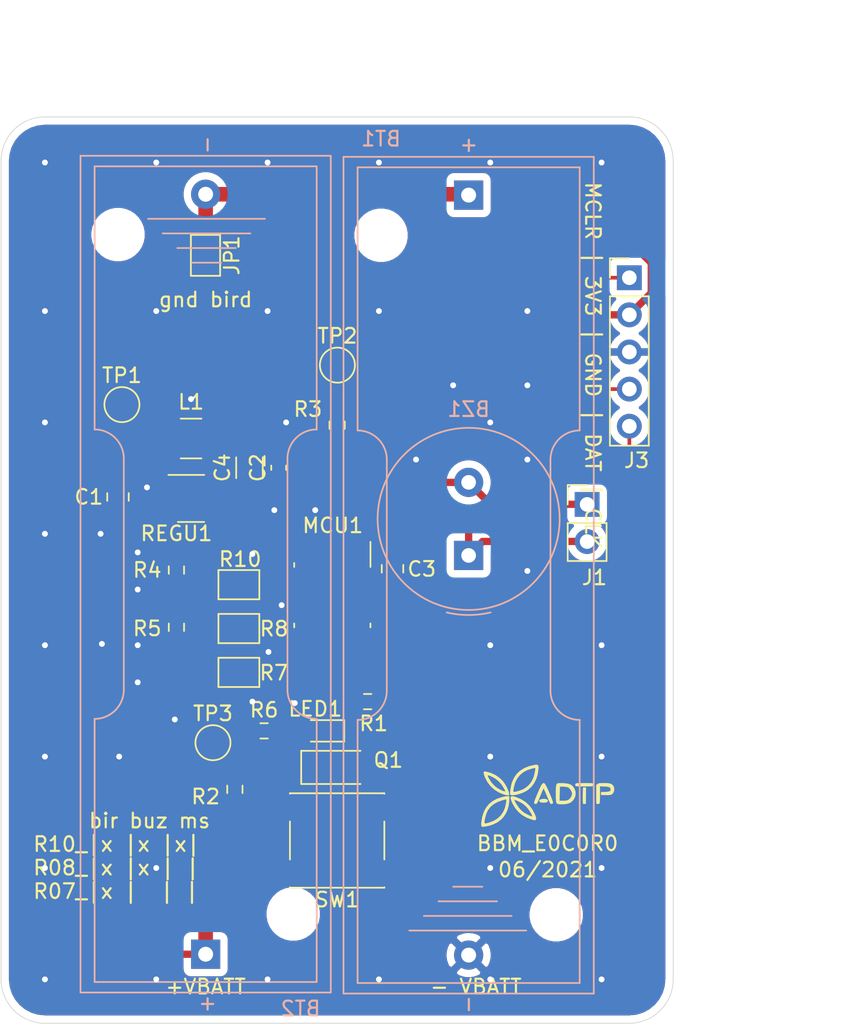
<source format=kicad_pcb>
(kicad_pcb (version 20171130) (host pcbnew "(5.1.8)-1")

  (general
    (thickness 1.6)
    (drawings 21)
    (tracks 239)
    (zones 0)
    (modules 29)
    (nets 22)
  )

  (page A4 portrait)
  (title_block
    (title "Stop BBM")
    (date 2021-03-29)
    (rev E0C0R0)
    (company ADTP)
  )

  (layers
    (0 F.Cu signal)
    (31 B.Cu signal)
    (32 B.Adhes user)
    (33 F.Adhes user)
    (34 B.Paste user)
    (35 F.Paste user)
    (36 B.SilkS user)
    (37 F.SilkS user)
    (38 B.Mask user)
    (39 F.Mask user)
    (40 Dwgs.User user)
    (41 Cmts.User user)
    (42 Eco1.User user)
    (43 Eco2.User user)
    (44 Edge.Cuts user)
    (45 Margin user)
    (46 B.CrtYd user)
    (47 F.CrtYd user)
    (48 B.Fab user)
    (49 F.Fab user)
  )

  (setup
    (last_trace_width 0.25)
    (user_trace_width 0.5)
    (user_trace_width 1)
    (trace_clearance 0.2)
    (zone_clearance 0.508)
    (zone_45_only no)
    (trace_min 0.2)
    (via_size 0.8)
    (via_drill 0.4)
    (via_min_size 0.4)
    (via_min_drill 0.3)
    (uvia_size 0.3)
    (uvia_drill 0.1)
    (uvias_allowed no)
    (uvia_min_size 0.2)
    (uvia_min_drill 0.1)
    (edge_width 0.05)
    (segment_width 0.2)
    (pcb_text_width 0.3)
    (pcb_text_size 1.5 1.5)
    (mod_edge_width 0.12)
    (mod_text_size 1 1)
    (mod_text_width 0.15)
    (pad_size 2.5 1.3)
    (pad_drill 0)
    (pad_to_mask_clearance 0)
    (aux_axis_origin 82 167)
    (grid_origin 82 167)
    (visible_elements 7FFFFFFF)
    (pcbplotparams
      (layerselection 0x010fc_ffffffff)
      (usegerberextensions false)
      (usegerberattributes true)
      (usegerberadvancedattributes true)
      (creategerberjobfile true)
      (excludeedgelayer true)
      (linewidth 0.100000)
      (plotframeref false)
      (viasonmask false)
      (mode 1)
      (useauxorigin false)
      (hpglpennumber 1)
      (hpglpenspeed 20)
      (hpglpendiameter 15.000000)
      (psnegative false)
      (psa4output false)
      (plotreference true)
      (plotvalue true)
      (plotinvisibletext false)
      (padsonsilk false)
      (subtractmaskfromsilk false)
      (outputformat 1)
      (mirror false)
      (drillshape 0)
      (scaleselection 1)
      (outputdirectory "fabrication/"))
  )

  (net 0 "")
  (net 1 Vbatt)
  (net 2 GND)
  (net 3 REG_EN)
  (net 4 "Net-(L1-Pad2)")
  (net 5 "Net-(LED1-Pad2)")
  (net 6 "Net-(MCU1-Pad5)")
  (net 7 "Net-(R2-Pad1)")
  (net 8 "Net-(R4-Pad2)")
  (net 9 "Net-(REGU1-Pad1)")
  (net 10 "Net-(BT1-Pad1)")
  (net 11 /buzz+)
  (net 12 /buzz-)
  (net 13 /MCLR)
  (net 14 /icspdat)
  (net 15 /led)
  (net 16 /chx2)
  (net 17 /chx1)
  (net 18 /chx3)
  (net 19 +3V3_5V)
  (net 20 "Net-(MCU1-Pad6)")
  (net 21 "Net-(MCU1-Pad10)")

  (net_class Default "This is the default net class."
    (clearance 0.2)
    (trace_width 0.25)
    (via_dia 0.8)
    (via_drill 0.4)
    (uvia_dia 0.3)
    (uvia_drill 0.1)
    (add_net +3V3_5V)
    (add_net /MCLR)
    (add_net /buzz+)
    (add_net /buzz-)
    (add_net /chx1)
    (add_net /chx2)
    (add_net /chx3)
    (add_net /icspdat)
    (add_net /led)
    (add_net GND)
    (add_net "Net-(BT1-Pad1)")
    (add_net "Net-(L1-Pad2)")
    (add_net "Net-(LED1-Pad2)")
    (add_net "Net-(MCU1-Pad10)")
    (add_net "Net-(MCU1-Pad5)")
    (add_net "Net-(MCU1-Pad6)")
    (add_net "Net-(R2-Pad1)")
    (add_net "Net-(R4-Pad2)")
    (add_net "Net-(REGU1-Pad1)")
    (add_net REG_EN)
    (add_net Vbatt)
  )

  (module Buzzer_Beeper:Buzzer_TDK_PS1240P02BT_D12.2mm_H6.5mm (layer B.Cu) (tedit 5BF1CB2D) (tstamp 605D29D9)
    (at 111 138 90)
    (descr "Buzzer, D12.2mm height 6.5mm, https://product.tdk.com/info/en/catalog/datasheets/piezoelectronic_buzzer_ps_en.pdf")
    (tags buzzer)
    (path /6065AE4E)
    (fp_text reference BZ1 (at 10 0 180) (layer B.SilkS)
      (effects (font (size 1 1) (thickness 0.15)) (justify mirror))
    )
    (fp_text value "Buzzer (BIRD)" (at 2.5 -7.31 90) (layer B.Fab)
      (effects (font (size 1 1) (thickness 0.15)) (justify mirror))
    )
    (fp_line (start -1.3 1) (end -1.3 -1) (layer B.Fab) (width 0.1))
    (fp_circle (center 2.5 0) (end 8.73 0) (layer B.SilkS) (width 0.12))
    (fp_circle (center 2.5 0) (end 3.5 0) (layer B.Fab) (width 0.1))
    (fp_circle (center 2.5 0) (end 8.6 0) (layer B.Fab) (width 0.1))
    (fp_circle (center 2.5 0) (end 8.85 0) (layer B.CrtYd) (width 0.05))
    (fp_text user %R (at 2.5 2.43 90) (layer B.Fab)
      (effects (font (size 1 1) (thickness 0.15)) (justify mirror))
    )
    (fp_arc (start 2.5 0) (end -3.9 1.5) (angle 26.38121493) (layer B.SilkS) (width 0.12))
    (pad 1 thru_hole rect (at 0 0 90) (size 2 2) (drill 1) (layers *.Cu *.Mask)
      (net 11 /buzz+))
    (pad 2 thru_hole circle (at 5 0 90) (size 2 2) (drill 1) (layers *.Cu *.Mask)
      (net 12 /buzz-))
    (model C:/Users/be/Documents/kicad/librairie_perso/packages3d_perso/Buzzer_Beeper.3dshapes/Buzzer_TDK_PS1240P02BT_D12.2mm_H6.5mm_shortold.wrl
      (at (xyz 0 0 0))
      (scale (xyz 0.4 0.4 0.4))
      (rotate (xyz 0 0 0))
    )
    (model C:/Users/be/Documents/kicad/librairie_perso/packages3d_perso/Buzzer_Beeper.3dshapes/Buzzer_TDK_PS1240P02BT_D12.2mm_H6.5mm_short.wrl
      (at (xyz 0 0 0))
      (scale (xyz 0.4 0.4 0.4))
      (rotate (xyz 0 0 0))
    )
  )

  (module DEV_BE:adtp (layer F.Cu) (tedit 0) (tstamp 60CBD308)
    (at 116.4 154.4)
    (fp_text reference G*** (at 0 0) (layer F.SilkS) hide
      (effects (font (size 1.524 1.524) (thickness 0.3)))
    )
    (fp_text value LOGO (at 0.75 0) (layer F.SilkS) hide
      (effects (font (size 1.524 1.524) (thickness 0.3)))
    )
    (fp_poly (pts (xy -2.723321 0.069369) (xy -2.619375 0.079375) (xy -2.621944 0.349692) (xy -2.653231 0.680175)
      (xy -2.738108 0.994302) (xy -2.87266 1.282647) (xy -3.052972 1.535787) (xy -3.161463 1.648459)
      (xy -3.4155 1.843689) (xy -3.710845 1.995415) (xy -4.039558 2.100221) (xy -4.322478 2.148123)
      (xy -4.425086 2.156897) (xy -4.482019 2.152217) (xy -4.510443 2.129755) (xy -4.523771 2.097405)
      (xy -4.532377 2.028873) (xy -4.531833 1.923339) (xy -4.524915 1.831306) (xy -4.524812 1.830703)
      (xy -4.318 1.830703) (xy -4.312824 1.891157) (xy -4.290568 1.925393) (xy -4.241143 1.934596)
      (xy -4.154461 1.919955) (xy -4.020432 1.882654) (xy -3.980032 1.870441) (xy -3.668835 1.748593)
      (xy -3.406913 1.587157) (xy -3.193426 1.385113) (xy -3.027535 1.141436) (xy -2.9084 0.855106)
      (xy -2.835178 0.525099) (xy -2.827684 0.468312) (xy -2.818884 0.351571) (xy -2.828027 0.293509)
      (xy -2.840153 0.28575) (xy -2.8856 0.293779) (xy -2.974457 0.315024) (xy -3.089087 0.345216)
      (xy -3.111913 0.351498) (xy -3.426397 0.464649) (xy -3.694369 0.616168) (xy -3.913314 0.804237)
      (xy -4.080715 1.027036) (xy -4.104382 1.069196) (xy -4.162743 1.199198) (xy -4.219391 1.361143)
      (xy -4.268207 1.533213) (xy -4.30307 1.693593) (xy -4.317861 1.820465) (xy -4.318 1.830703)
      (xy -4.524812 1.830703) (xy -4.460676 1.457008) (xy -4.352643 1.128458) (xy -4.199896 0.844565)
      (xy -4.00152 0.60424) (xy -3.756595 0.406392) (xy -3.464206 0.249931) (xy -3.123432 0.133767)
      (xy -3.088446 0.124772) (xy -2.953457 0.095219) (xy -2.82915 0.075371) (xy -2.737986 0.068635)
      (xy -2.723321 0.069369)) (layer F.SilkS) (width 0.01))
    (fp_poly (pts (xy -2.295585 0.092207) (xy -2.178771 0.125506) (xy -1.832032 0.266298) (xy -1.527045 0.454222)
      (xy -1.265511 0.687701) (xy -1.04913 0.965159) (xy -0.879603 1.285022) (xy -0.850635 1.356092)
      (xy -0.804115 1.484987) (xy -0.783125 1.571075) (xy -0.784969 1.62843) (xy -0.794044 1.651548)
      (xy -0.819483 1.689941) (xy -0.853321 1.707321) (xy -0.910814 1.70455) (xy -1.007217 1.682486)
      (xy -1.065922 1.666879) (xy -1.412518 1.542432) (xy -1.721659 1.367205) (xy -1.990884 1.143408)
      (xy -2.217734 0.873248) (xy -2.399749 0.558933) (xy -2.462598 0.413356) (xy -2.486844 0.341176)
      (xy -2.267577 0.341176) (xy -2.245033 0.404893) (xy -2.197831 0.497678) (xy -2.132552 0.60856)
      (xy -2.055775 0.726567) (xy -1.97408 0.840729) (xy -1.894046 0.940073) (xy -1.868563 0.968333)
      (xy -1.747081 1.088723) (xy -1.627506 1.182537) (xy -1.485553 1.267351) (xy -1.383973 1.319065)
      (xy -1.241089 1.388264) (xy -1.145496 1.431806) (xy -1.087803 1.452657) (xy -1.058619 1.453782)
      (xy -1.048551 1.438148) (xy -1.04775 1.425256) (xy -1.065965 1.361078) (xy -1.114593 1.261851)
      (xy -1.184613 1.142294) (xy -1.267001 1.017129) (xy -1.352734 0.901076) (xy -1.412279 0.830536)
      (xy -1.518566 0.725027) (xy -1.637051 0.623658) (xy -1.730375 0.556233) (xy -1.831261 0.498345)
      (xy -1.950631 0.437853) (xy -2.071223 0.382556) (xy -2.175774 0.340252) (xy -2.247022 0.318737)
      (xy -2.258884 0.3175) (xy -2.267577 0.341176) (xy -2.486844 0.341176) (xy -2.514199 0.259745)
      (xy -2.526575 0.154148) (xy -2.49645 0.093242) (xy -2.420545 0.073703) (xy -2.295585 0.092207)) (layer F.SilkS) (width 0.01))
    (fp_poly (pts (xy 0.9508 -0.823488) (xy 1.059008 -0.819463) (xy 1.295725 -0.801026) (xy 1.481163 -0.761392)
      (xy 1.625455 -0.695514) (xy 1.738737 -0.598343) (xy 1.83114 -0.464829) (xy 1.852752 -0.424021)
      (xy 1.914559 -0.235696) (xy 1.91952 -0.041309) (xy 1.871719 0.147316) (xy 1.775239 0.318353)
      (xy 1.634163 0.459974) (xy 1.523706 0.529032) (xy 1.397267 0.573573) (xy 1.230748 0.605439)
      (xy 1.046767 0.622017) (xy 0.867941 0.620693) (xy 0.79375 0.613368) (xy 0.72062 0.601386)
      (xy 0.66559 0.582476) (xy 0.62609 0.548382) (xy 0.599546 0.490846) (xy 0.583387 0.401611)
      (xy 0.582056 0.381) (xy 0.823846 0.381) (xy 1.07123 0.381) (xy 1.233867 0.374551)
      (xy 1.351719 0.353272) (xy 1.428453 0.322093) (xy 1.522985 0.244644) (xy 1.606868 0.130488)
      (xy 1.66496 0.004373) (xy 1.68275 -0.093517) (xy 1.659329 -0.209461) (xy 1.598946 -0.336755)
      (xy 1.516413 -0.449986) (xy 1.43443 -0.519452) (xy 1.341367 -0.55716) (xy 1.215893 -0.577654)
      (xy 1.08518 -0.583679) (xy 0.841375 -0.587375) (xy 0.83261 -0.103188) (xy 0.823846 0.381)
      (xy 0.582056 0.381) (xy 0.575042 0.272422) (xy 0.571938 0.095019) (xy 0.5715 -0.100171)
      (xy 0.571558 -0.334849) (xy 0.575087 -0.513468) (xy 0.587117 -0.643447) (xy 0.612675 -0.732208)
      (xy 0.656794 -0.787171) (xy 0.724501 -0.815759) (xy 0.820826 -0.825391) (xy 0.9508 -0.823488)) (layer F.SilkS) (width 0.01))
    (fp_poly (pts (xy -0.22719 -0.811563) (xy -0.198556 -0.798062) (xy -0.166199 -0.758555) (xy -0.115823 -0.670543)
      (xy -0.052131 -0.544813) (xy 0.020173 -0.392157) (xy 0.096387 -0.223364) (xy 0.171809 -0.049222)
      (xy 0.241735 0.119477) (xy 0.301462 0.271945) (xy 0.346288 0.397392) (xy 0.371511 0.485027)
      (xy 0.375015 0.517886) (xy 0.341522 0.577612) (xy 0.282875 0.596932) (xy 0.254073 0.598979)
      (xy 0.228869 0.593259) (xy 0.20358 0.573082) (xy 0.174522 0.531758) (xy 0.138008 0.462594)
      (xy 0.090357 0.358901) (xy 0.027882 0.213988) (xy -0.053101 0.021162) (xy -0.112191 -0.120517)
      (xy -0.170372 -0.256324) (xy -0.220427 -0.366103) (xy -0.25726 -0.439169) (xy -0.275774 -0.464836)
      (xy -0.276275 -0.464559) (xy -0.292519 -0.431828) (xy -0.328575 -0.35002) (xy -0.380285 -0.228864)
      (xy -0.443492 -0.078086) (xy -0.504224 0.068707) (xy -0.582506 0.257035) (xy -0.642183 0.394304)
      (xy -0.687735 0.488608) (xy -0.723644 0.548042) (xy -0.75439 0.580702) (xy -0.784455 0.594682)
      (xy -0.796538 0.59677) (xy -0.865275 0.595824) (xy -0.898126 0.58354) (xy -0.913697 0.556937)
      (xy -0.916332 0.514951) (xy -0.903777 0.450465) (xy -0.873776 0.356358) (xy -0.824073 0.225512)
      (xy -0.752413 0.050808) (xy -0.661526 -0.163243) (xy -0.564159 -0.387054) (xy -0.485604 -0.557482)
      (xy -0.421637 -0.680318) (xy -0.368036 -0.761353) (xy -0.320577 -0.806378) (xy -0.275036 -0.821184)
      (xy -0.22719 -0.811563)) (layer F.SilkS) (width 0.01))
    (fp_poly (pts (xy 2.558425 -0.526072) (xy 2.636742 -0.506416) (xy 2.628058 0.040479) (xy 2.619375 0.587375)
      (xy 2.538811 0.59677) (xy 2.469458 0.595923) (xy 2.435624 0.58354) (xy 2.425687 0.542975)
      (xy 2.418581 0.45261) (xy 2.414177 0.325259) (xy 2.412351 0.173738) (xy 2.412976 0.010863)
      (xy 2.415924 -0.150553) (xy 2.421071 -0.297693) (xy 2.428289 -0.417743) (xy 2.437453 -0.497888)
      (xy 2.446554 -0.524991) (xy 2.500727 -0.533812) (xy 2.558425 -0.526072)) (layer F.SilkS) (width 0.01))
    (fp_poly (pts (xy 4.072657 -0.820657) (xy 4.230035 -0.803979) (xy 4.34562 -0.772249) (xy 4.429972 -0.722248)
      (xy 4.493652 -0.650757) (xy 4.507686 -0.628974) (xy 4.563716 -0.478956) (xy 4.559533 -0.317565)
      (xy 4.520093 -0.201838) (xy 4.466856 -0.115305) (xy 4.396203 -0.056644) (xy 4.296755 -0.021776)
      (xy 4.157135 -0.006622) (xy 3.976055 -0.006796) (xy 3.667125 -0.015875) (xy 3.667125 -0.206375)
      (xy 3.962065 -0.22225) (xy 4.118123 -0.233938) (xy 4.221174 -0.252405) (xy 4.281692 -0.282806)
      (xy 4.310149 -0.330292) (xy 4.317027 -0.396875) (xy 4.30342 -0.476143) (xy 4.257414 -0.532633)
      (xy 4.171234 -0.569843) (xy 4.037103 -0.591273) (xy 3.865562 -0.60004) (xy 3.58775 -0.606407)
      (xy 3.58775 -0.039679) (xy 3.586066 0.191996) (xy 3.580841 0.364463) (xy 3.571807 0.481927)
      (xy 3.558701 0.548597) (xy 3.54965 0.56515) (xy 3.488799 0.595402) (xy 3.412042 0.602188)
      (xy 3.355226 0.582389) (xy 3.354916 0.582083) (xy 3.348423 0.545213) (xy 3.342736 0.454841)
      (xy 3.338181 0.320964) (xy 3.335084 0.153579) (xy 3.333772 -0.037317) (xy 3.33375 -0.066488)
      (xy 3.33375 -0.693892) (xy 3.417406 -0.759696) (xy 3.461481 -0.788766) (xy 3.514506 -0.807866)
      (xy 3.590124 -0.819012) (xy 3.701982 -0.824218) (xy 3.862926 -0.8255) (xy 4.072657 -0.820657)) (layer F.SilkS) (width 0.01))
    (fp_poly (pts (xy -0.140967 0.260033) (xy -0.053643 0.287281) (xy -0.020796 0.312062) (xy 0.023436 0.369684)
      (xy 0.02151 0.411802) (xy -0.018143 0.458107) (xy -0.080518 0.49056) (xy -0.190716 0.506045)
      (xy -0.269875 0.508) (xy -0.408562 0.500603) (xy -0.494615 0.477191) (xy -0.521608 0.458107)
      (xy -0.561629 0.406884) (xy -0.5715 0.380532) (xy -0.542934 0.329253) (xy -0.468578 0.289448)
      (xy -0.365453 0.263232) (xy -0.250577 0.252722) (xy -0.140967 0.260033)) (layer F.SilkS) (width 0.01))
    (fp_poly (pts (xy -4.172359 -1.601361) (xy -4.151144 -1.59697) (xy -3.847812 -1.506063) (xy -3.559219 -1.368742)
      (xy -3.299361 -1.193373) (xy -3.082234 -0.988327) (xy -3.031658 -0.927572) (xy -2.921252 -0.770836)
      (xy -2.818692 -0.59595) (xy -2.732368 -0.41991) (xy -2.670673 -0.259712) (xy -2.642757 -0.139865)
      (xy -2.626992 0) (xy -2.734309 -0.001708) (xy -2.826243 -0.012732) (xy -2.944595 -0.039092)
      (xy -3.01625 -0.059982) (xy -3.346457 -0.198633) (xy -3.642208 -0.387274) (xy -3.898361 -0.620905)
      (xy -4.109777 -0.894528) (xy -4.271315 -1.203141) (xy -4.316115 -1.321789) (xy -4.093401 -1.321789)
      (xy -4.063966 -1.242326) (xy -4.012985 -1.140737) (xy -3.835195 -0.861664) (xy -3.621333 -0.629858)
      (xy -3.448769 -0.4961) (xy -3.327701 -0.422385) (xy -3.201902 -0.356748) (xy -3.083265 -0.303976)
      (xy -2.983683 -0.268854) (xy -2.915048 -0.256169) (xy -2.889252 -0.270707) (xy -2.88925 -0.270931)
      (xy -2.905574 -0.320433) (xy -2.948487 -0.406591) (xy -3.008904 -0.51353) (xy -3.077738 -0.625374)
      (xy -3.145903 -0.72625) (xy -3.163744 -0.750517) (xy -3.368583 -0.976896) (xy -3.612523 -1.160342)
      (xy -3.79323 -1.258782) (xy -3.940168 -1.326716) (xy -4.036107 -1.36151) (xy -4.08565 -1.360693)
      (xy -4.093401 -1.321789) (xy -4.316115 -1.321789) (xy -4.317514 -1.325492) (xy -4.360516 -1.466106)
      (xy -4.372028 -1.556614) (xy -4.347522 -1.604403) (xy -4.282475 -1.616857) (xy -4.172359 -1.601361)) (layer F.SilkS) (width 0.01))
    (fp_poly (pts (xy -0.664949 -2.058034) (xy -0.63007 -1.994885) (xy -0.620369 -1.884128) (xy -0.624238 -1.787207)
      (xy -0.67311 -1.438729) (xy -0.771096 -1.117144) (xy -0.914942 -0.828321) (xy -1.101396 -0.578124)
      (xy -1.327206 -0.37242) (xy -1.456142 -0.28673) (xy -1.609101 -0.20742) (xy -1.778898 -0.13774)
      (xy -1.954842 -0.079987) (xy -2.126245 -0.036462) (xy -2.282414 -0.009463) (xy -2.412662 -0.001289)
      (xy -2.506296 -0.01424) (xy -2.552628 -0.050615) (xy -2.552732 -0.050882) (xy -2.560645 -0.119506)
      (xy -2.554895 -0.233899) (xy -2.550505 -0.271214) (xy -2.3495 -0.271214) (xy -2.328589 -0.234232)
      (xy -2.263108 -0.224669) (xy -2.148935 -0.242727) (xy -1.981949 -0.288608) (xy -1.979782 -0.289275)
      (xy -1.809649 -0.345639) (xy -1.677023 -0.401513) (xy -1.557208 -0.469172) (xy -1.425507 -0.560891)
      (xy -1.409758 -0.572585) (xy -1.240172 -0.732186) (xy -1.090965 -0.937444) (xy -0.974403 -1.171038)
      (xy -0.960841 -1.2065) (xy -0.928692 -1.308177) (xy -0.896686 -1.432936) (xy -0.867843 -1.565176)
      (xy -0.845182 -1.689294) (xy -0.831724 -1.789687) (xy -0.830487 -1.850752) (xy -0.834211 -1.860795)
      (xy -0.87024 -1.861326) (xy -0.950808 -1.848483) (xy -1.059033 -1.825003) (xy -1.067617 -1.822932)
      (xy -1.389769 -1.716968) (xy -1.666472 -1.566949) (xy -1.897051 -1.373563) (xy -2.080832 -1.137498)
      (xy -2.217143 -0.859442) (xy -2.300491 -0.564902) (xy -2.323885 -0.442108) (xy -2.341206 -0.339802)
      (xy -2.349275 -0.277031) (xy -2.3495 -0.271214) (xy -2.550505 -0.271214) (xy -2.537892 -0.378397)
      (xy -2.512048 -0.537338) (xy -2.479771 -0.695058) (xy -2.443474 -0.835894) (xy -2.421451 -0.903889)
      (xy -2.281644 -1.206665) (xy -2.096027 -1.46575) (xy -1.864429 -1.68127) (xy -1.586681 -1.853349)
      (xy -1.262614 -1.982114) (xy -0.892058 -2.067689) (xy -0.835717 -2.076338) (xy -0.731375 -2.082282)
      (xy -0.664949 -2.058034)) (layer F.SilkS) (width 0.01))
    (fp_poly (pts (xy 2.732436 -0.824947) (xy 2.886098 -0.822763) (xy 2.993958 -0.81816) (xy 3.064861 -0.810351)
      (xy 3.107653 -0.798547) (xy 3.13118 -0.781963) (xy 3.13898 -0.770758) (xy 3.150859 -0.690051)
      (xy 3.13944 -0.659633) (xy 3.123449 -0.639622) (xy 3.094124 -0.624955) (xy 3.042586 -0.614817)
      (xy 2.959958 -0.608395) (xy 2.837361 -0.604876) (xy 2.665917 -0.603445) (xy 2.524125 -0.60325)
      (xy 2.316179 -0.603759) (xy 2.162851 -0.605829) (xy 2.055261 -0.610272) (xy 1.984532 -0.617903)
      (xy 1.941783 -0.629534) (xy 1.918138 -0.64598) (xy 1.908809 -0.659633) (xy 1.897601 -0.740962)
      (xy 1.909269 -0.770758) (xy 1.926079 -0.790248) (xy 1.957383 -0.804532) (xy 2.012028 -0.814397)
      (xy 2.09886 -0.820632) (xy 2.226724 -0.824022) (xy 2.404466 -0.825357) (xy 2.524124 -0.8255)
      (xy 2.732436 -0.824947)) (layer F.SilkS) (width 0.01))
  )

  (module Battery:BatteryHolder_Keystone_2460_1xAA locked (layer B.Cu) (tedit 5DBEA3CC) (tstamp 605D29A5)
    (at 111 113.35 270)
    (descr https://www.keyelco.com/product-pdf.cfm?p=1025)
    (tags "AA battery cell holder")
    (path /60DA10EC)
    (fp_text reference BT1 (at -3.85 6 180) (layer B.SilkS)
      (effects (font (size 1 1) (thickness 0.15)) (justify mirror))
    )
    (fp_text value "AA - 1,5V" (at 24.5 0 270) (layer B.Fab)
      (effects (font (size 1 1) (thickness 0.15)) (justify mirror))
    )
    (fp_line (start 33.9 -5.6) (end 18.1 -5.6) (layer B.SilkS) (width 0.12))
    (fp_line (start 18.1 5.6) (end 33.9 5.6) (layer B.SilkS) (width 0.12))
    (fp_line (start 35.9 -7.6) (end 53.9 -7.6) (layer B.SilkS) (width 0.12))
    (fp_line (start 35.9 7.6) (end 53.9 7.6) (layer B.SilkS) (width 0.12))
    (fp_line (start -1.9 7.6) (end 16.1 7.6) (layer B.SilkS) (width 0.12))
    (fp_line (start 53.9 7.6) (end 53.9 -7.6) (layer B.SilkS) (width 0.12))
    (fp_line (start -1.9 -7.6) (end 16.1 -7.6) (layer B.SilkS) (width 0.12))
    (fp_line (start -1.9 7.6) (end -1.9 -7.6) (layer B.SilkS) (width 0.12))
    (fp_line (start -2.62 8.565) (end 54.62 8.565) (layer B.SilkS) (width 0.12))
    (fp_line (start -2.62 -8.565) (end -2.62 8.565) (layer B.SilkS) (width 0.12))
    (fp_line (start 54.62 -8.565) (end -2.62 -8.565) (layer B.SilkS) (width 0.12))
    (fp_line (start 54.62 8.565) (end 54.62 -8.565) (layer B.SilkS) (width 0.12))
    (fp_line (start 47.31 1.06) (end 47.31 -0.94) (layer B.SilkS) (width 0.12))
    (fp_line (start 50.31 4.06) (end 50.31 -3.94) (layer B.SilkS) (width 0.12))
    (fp_line (start 49.31 -2.94) (end 49.31 3.06) (layer B.SilkS) (width 0.12))
    (fp_line (start 48.31 2.06) (end 48.31 -1.94) (layer B.SilkS) (width 0.12))
    (fp_line (start 54.75 -8.7) (end -2.75 -8.7) (layer B.CrtYd) (width 0.05))
    (fp_line (start 54.75 8.7) (end 54.75 -8.7) (layer B.CrtYd) (width 0.05))
    (fp_line (start -2.75 8.7) (end 54.75 8.7) (layer B.CrtYd) (width 0.05))
    (fp_line (start -2.75 -8.7) (end -2.75 8.7) (layer B.CrtYd) (width 0.05))
    (fp_line (start 54.5 8.445) (end -2.5 8.445) (layer B.Fab) (width 0.1))
    (fp_line (start -2.5 8.445) (end -2.5 -8.445) (layer B.Fab) (width 0.1))
    (fp_line (start -2.5 -8.445) (end 54.5 -8.445) (layer B.Fab) (width 0.1))
    (fp_line (start 54.5 -8.445) (end 54.5 8.445) (layer B.Fab) (width 0.1))
    (fp_text user + (at -3.4 0.06 90) (layer B.SilkS)
      (effects (font (size 1 1) (thickness 0.15)) (justify mirror))
    )
    (fp_text user - (at 55.37 0.06 90) (layer B.SilkS)
      (effects (font (size 1 1) (thickness 0.15)) (justify mirror))
    )
    (fp_text user %R (at 0.01 0.06 90) (layer B.Fab)
      (effects (font (size 1 1) (thickness 0.15)) (justify mirror))
    )
    (fp_arc (start 18.1 -7.6) (end 18.1 -5.6) (angle 90) (layer B.SilkS) (width 0.12))
    (fp_arc (start 33.9 -7.6) (end 35.9 -7.6) (angle 90) (layer B.SilkS) (width 0.12))
    (fp_arc (start 33.9 7.6) (end 33.9 5.6) (angle 90) (layer B.SilkS) (width 0.12))
    (fp_arc (start 18.1 7.6) (end 16.1 7.6) (angle 90) (layer B.SilkS) (width 0.12))
    (pad 1 thru_hole rect (at 0 0 90) (size 2 2) (drill 1.02) (layers *.Cu *.Mask)
      (net 10 "Net-(BT1-Pad1)"))
    (pad 2 thru_hole circle (at 51.99 0 90) (size 2 2) (drill 1.02) (layers *.Cu *.Mask)
      (net 2 GND))
    (pad "" np_thru_hole circle (at 49.23 -5.995 270) (size 2.64 2.64) (drill 2.64) (layers *.Cu *.Mask))
    (pad "" np_thru_hole circle (at 2.75 5.995 180) (size 2.64 2.64) (drill 2.64) (layers *.Cu *.Mask))
    (model ${KISYS3DMOD}/Battery.3dshapes/BatteryHolder_Keystone_2460_1xAA.wrl
      (at (xyz 0 0 0))
      (scale (xyz 1 1 1))
      (rotate (xyz 0 0 0))
    )
    (model C:/Users/be/Documents/kicad/librairie_perso/packages3d_perso/keystone/keystone-PN2460_old.STEP
      (offset (xyz 23.1 0.75 10.5))
      (scale (xyz 1 1 1))
      (rotate (xyz -90 0 0))
    )
  )

  (module Battery:BatteryHolder_Keystone_2460_1xAA locked (layer B.Cu) (tedit 5DBEA3CC) (tstamp 605D29CC)
    (at 93 165.28 90)
    (descr https://www.keyelco.com/product-pdf.cfm?p=1025)
    (tags "AA battery cell holder")
    (path /605FCB7B)
    (fp_text reference BT2 (at -3.72 6.5 180) (layer B.SilkS)
      (effects (font (size 1 1) (thickness 0.15)) (justify mirror))
    )
    (fp_text value "AA - 1,5V" (at 24.5 0 -90) (layer B.Fab)
      (effects (font (size 1 1) (thickness 0.15)) (justify mirror))
    )
    (fp_line (start 54.5 -8.445) (end 54.5 8.445) (layer B.Fab) (width 0.1))
    (fp_line (start -2.5 -8.445) (end 54.5 -8.445) (layer B.Fab) (width 0.1))
    (fp_line (start -2.5 8.445) (end -2.5 -8.445) (layer B.Fab) (width 0.1))
    (fp_line (start 54.5 8.445) (end -2.5 8.445) (layer B.Fab) (width 0.1))
    (fp_line (start -2.75 -8.7) (end -2.75 8.7) (layer B.CrtYd) (width 0.05))
    (fp_line (start -2.75 8.7) (end 54.75 8.7) (layer B.CrtYd) (width 0.05))
    (fp_line (start 54.75 8.7) (end 54.75 -8.7) (layer B.CrtYd) (width 0.05))
    (fp_line (start 54.75 -8.7) (end -2.75 -8.7) (layer B.CrtYd) (width 0.05))
    (fp_line (start 48.31 2.06) (end 48.31 -1.94) (layer B.SilkS) (width 0.12))
    (fp_line (start 49.31 -2.94) (end 49.31 3.06) (layer B.SilkS) (width 0.12))
    (fp_line (start 50.31 4.06) (end 50.31 -3.94) (layer B.SilkS) (width 0.12))
    (fp_line (start 47.31 1.06) (end 47.31 -0.94) (layer B.SilkS) (width 0.12))
    (fp_line (start 54.62 8.565) (end 54.62 -8.565) (layer B.SilkS) (width 0.12))
    (fp_line (start 54.62 -8.565) (end -2.62 -8.565) (layer B.SilkS) (width 0.12))
    (fp_line (start -2.62 -8.565) (end -2.62 8.565) (layer B.SilkS) (width 0.12))
    (fp_line (start -2.62 8.565) (end 54.62 8.565) (layer B.SilkS) (width 0.12))
    (fp_line (start -1.9 7.6) (end -1.9 -7.6) (layer B.SilkS) (width 0.12))
    (fp_line (start -1.9 -7.6) (end 16.1 -7.6) (layer B.SilkS) (width 0.12))
    (fp_line (start 53.9 7.6) (end 53.9 -7.6) (layer B.SilkS) (width 0.12))
    (fp_line (start -1.9 7.6) (end 16.1 7.6) (layer B.SilkS) (width 0.12))
    (fp_line (start 35.9 7.6) (end 53.9 7.6) (layer B.SilkS) (width 0.12))
    (fp_line (start 35.9 -7.6) (end 53.9 -7.6) (layer B.SilkS) (width 0.12))
    (fp_line (start 18.1 5.6) (end 33.9 5.6) (layer B.SilkS) (width 0.12))
    (fp_line (start 33.9 -5.6) (end 18.1 -5.6) (layer B.SilkS) (width 0.12))
    (fp_arc (start 18.1 7.6) (end 16.1 7.6) (angle 90) (layer B.SilkS) (width 0.12))
    (fp_arc (start 33.9 7.6) (end 33.9 5.6) (angle 90) (layer B.SilkS) (width 0.12))
    (fp_arc (start 33.9 -7.6) (end 35.9 -7.6) (angle 90) (layer B.SilkS) (width 0.12))
    (fp_arc (start 18.1 -7.6) (end 18.1 -5.6) (angle 90) (layer B.SilkS) (width 0.12))
    (fp_text user %R (at 0.01 0.06 90) (layer B.Fab)
      (effects (font (size 1 1) (thickness 0.15)) (justify mirror))
    )
    (fp_text user - (at 55.37 0.06 90) (layer B.SilkS)
      (effects (font (size 1 1) (thickness 0.15)) (justify mirror))
    )
    (fp_text user + (at -3.4 0.06 90) (layer B.SilkS)
      (effects (font (size 1 1) (thickness 0.15)) (justify mirror))
    )
    (pad "" np_thru_hole circle (at 2.75 5.995) (size 2.64 2.64) (drill 2.64) (layers *.Cu *.Mask))
    (pad "" np_thru_hole circle (at 49.23 -5.995 90) (size 2.64 2.64) (drill 2.64) (layers *.Cu *.Mask))
    (pad 2 thru_hole circle (at 51.99 0 270) (size 2 2) (drill 1.02) (layers *.Cu *.Mask)
      (net 10 "Net-(BT1-Pad1)"))
    (pad 1 thru_hole rect (at 0 0 270) (size 2 2) (drill 1.02) (layers *.Cu *.Mask)
      (net 1 Vbatt))
    (model C:/Users/be/Documents/kicad/librairie_perso/packages3d_perso/keystone
      (at (xyz 0 0 0))
      (scale (xyz 1 1 1))
      (rotate (xyz 0 0 0))
    )
    (model C:/Users/be/Documents/kicad/librairie_perso/packages3d_perso/keystone/keystone-PN2460.STEP
      (offset (xyz 23.1 0.75 10.5))
      (scale (xyz 1 1 1))
      (rotate (xyz -90 0 0))
    )
  )

  (module Capacitor_SMD:C_0805_2012Metric_Pad1.18x1.45mm_HandSolder (layer F.Cu) (tedit 5F68FEEF) (tstamp 605D29EA)
    (at 87 134 270)
    (descr "Capacitor SMD 0805 (2012 Metric), square (rectangular) end terminal, IPC_7351 nominal with elongated pad for handsoldering. (Body size source: IPC-SM-782 page 76, https://www.pcb-3d.com/wordpress/wp-content/uploads/ipc-sm-782a_amendment_1_and_2.pdf, https://docs.google.com/spreadsheets/d/1BsfQQcO9C6DZCsRaXUlFlo91Tg2WpOkGARC1WS5S8t0/edit?usp=sharing), generated with kicad-footprint-generator")
    (tags "capacitor handsolder")
    (path /60601A95)
    (attr smd)
    (fp_text reference C1 (at 0 2) (layer F.SilkS)
      (effects (font (size 1 1) (thickness 0.15)))
    )
    (fp_text value 10uF (at 0 1.68 90) (layer F.Fab)
      (effects (font (size 1 1) (thickness 0.15)))
    )
    (fp_line (start -1 0.625) (end -1 -0.625) (layer F.Fab) (width 0.1))
    (fp_line (start -1 -0.625) (end 1 -0.625) (layer F.Fab) (width 0.1))
    (fp_line (start 1 -0.625) (end 1 0.625) (layer F.Fab) (width 0.1))
    (fp_line (start 1 0.625) (end -1 0.625) (layer F.Fab) (width 0.1))
    (fp_line (start -0.261252 -0.735) (end 0.261252 -0.735) (layer F.SilkS) (width 0.12))
    (fp_line (start -0.261252 0.735) (end 0.261252 0.735) (layer F.SilkS) (width 0.12))
    (fp_line (start -1.88 0.98) (end -1.88 -0.98) (layer F.CrtYd) (width 0.05))
    (fp_line (start -1.88 -0.98) (end 1.88 -0.98) (layer F.CrtYd) (width 0.05))
    (fp_line (start 1.88 -0.98) (end 1.88 0.98) (layer F.CrtYd) (width 0.05))
    (fp_line (start 1.88 0.98) (end -1.88 0.98) (layer F.CrtYd) (width 0.05))
    (fp_text user %R (at 0 0 90) (layer F.Fab)
      (effects (font (size 0.5 0.5) (thickness 0.08)))
    )
    (pad 2 smd roundrect (at 1.0375 0 270) (size 1.175 1.45) (layers F.Cu F.Paste F.Mask) (roundrect_rratio 0.2127659574468085)
      (net 2 GND))
    (pad 1 smd roundrect (at -1.0375 0 270) (size 1.175 1.45) (layers F.Cu F.Paste F.Mask) (roundrect_rratio 0.2127659574468085)
      (net 1 Vbatt))
    (model ${KISYS3DMOD}/Capacitor_SMD.3dshapes/C_0805_2012Metric.wrl
      (at (xyz 0 0 0))
      (scale (xyz 1 1 1))
      (rotate (xyz 0 0 0))
    )
  )

  (module Capacitor_SMD:C_0805_2012Metric_Pad1.18x1.45mm_HandSolder (layer F.Cu) (tedit 5F68FEEF) (tstamp 605D2A0C)
    (at 105.79 138.91 270)
    (descr "Capacitor SMD 0805 (2012 Metric), square (rectangular) end terminal, IPC_7351 nominal with elongated pad for handsoldering. (Body size source: IPC-SM-782 page 76, https://www.pcb-3d.com/wordpress/wp-content/uploads/ipc-sm-782a_amendment_1_and_2.pdf, https://docs.google.com/spreadsheets/d/1BsfQQcO9C6DZCsRaXUlFlo91Tg2WpOkGARC1WS5S8t0/edit?usp=sharing), generated with kicad-footprint-generator")
    (tags "capacitor handsolder")
    (path /605F37EF)
    (attr smd)
    (fp_text reference C3 (at 0.02 -2 180) (layer F.SilkS)
      (effects (font (size 1 1) (thickness 0.15)))
    )
    (fp_text value 100nF (at 0 1.68 90) (layer F.Fab)
      (effects (font (size 1 1) (thickness 0.15)))
    )
    (fp_line (start 1.88 0.98) (end -1.88 0.98) (layer F.CrtYd) (width 0.05))
    (fp_line (start 1.88 -0.98) (end 1.88 0.98) (layer F.CrtYd) (width 0.05))
    (fp_line (start -1.88 -0.98) (end 1.88 -0.98) (layer F.CrtYd) (width 0.05))
    (fp_line (start -1.88 0.98) (end -1.88 -0.98) (layer F.CrtYd) (width 0.05))
    (fp_line (start -0.261252 0.735) (end 0.261252 0.735) (layer F.SilkS) (width 0.12))
    (fp_line (start -0.261252 -0.735) (end 0.261252 -0.735) (layer F.SilkS) (width 0.12))
    (fp_line (start 1 0.625) (end -1 0.625) (layer F.Fab) (width 0.1))
    (fp_line (start 1 -0.625) (end 1 0.625) (layer F.Fab) (width 0.1))
    (fp_line (start -1 -0.625) (end 1 -0.625) (layer F.Fab) (width 0.1))
    (fp_line (start -1 0.625) (end -1 -0.625) (layer F.Fab) (width 0.1))
    (fp_text user %R (at 0 0 90) (layer F.Fab)
      (effects (font (size 0.5 0.5) (thickness 0.08)))
    )
    (pad 1 smd roundrect (at -1.0375 0 270) (size 1.175 1.45) (layers F.Cu F.Paste F.Mask) (roundrect_rratio 0.2127659574468085)
      (net 19 +3V3_5V))
    (pad 2 smd roundrect (at 1.0375 0 270) (size 1.175 1.45) (layers F.Cu F.Paste F.Mask) (roundrect_rratio 0.2127659574468085)
      (net 2 GND))
    (model ${KISYS3DMOD}/Capacitor_SMD.3dshapes/C_0805_2012Metric.wrl
      (at (xyz 0 0 0))
      (scale (xyz 1 1 1))
      (rotate (xyz 0 0 0))
    )
  )

  (module Connector_PinHeader_2.54mm:PinHeader_1x02_P2.54mm_Vertical (layer F.Cu) (tedit 59FED5CC) (tstamp 605D2A33)
    (at 119.11 134.51)
    (descr "Through hole straight pin header, 1x02, 2.54mm pitch, single row")
    (tags "Through hole pin header THT 1x02 2.54mm single row")
    (path /6064EA3D)
    (fp_text reference J1 (at 0.5 5) (layer F.SilkS)
      (effects (font (size 1 1) (thickness 0.15)))
    )
    (fp_text value "Haut parleur (MOUSE)" (at 0 4.87) (layer F.Fab)
      (effects (font (size 1 1) (thickness 0.15)))
    )
    (fp_line (start 1.8 -1.8) (end -1.8 -1.8) (layer F.CrtYd) (width 0.05))
    (fp_line (start 1.8 4.35) (end 1.8 -1.8) (layer F.CrtYd) (width 0.05))
    (fp_line (start -1.8 4.35) (end 1.8 4.35) (layer F.CrtYd) (width 0.05))
    (fp_line (start -1.8 -1.8) (end -1.8 4.35) (layer F.CrtYd) (width 0.05))
    (fp_line (start -1.33 -1.33) (end 0 -1.33) (layer F.SilkS) (width 0.12))
    (fp_line (start -1.33 0) (end -1.33 -1.33) (layer F.SilkS) (width 0.12))
    (fp_line (start -1.33 1.27) (end 1.33 1.27) (layer F.SilkS) (width 0.12))
    (fp_line (start 1.33 1.27) (end 1.33 3.87) (layer F.SilkS) (width 0.12))
    (fp_line (start -1.33 1.27) (end -1.33 3.87) (layer F.SilkS) (width 0.12))
    (fp_line (start -1.33 3.87) (end 1.33 3.87) (layer F.SilkS) (width 0.12))
    (fp_line (start -1.27 -0.635) (end -0.635 -1.27) (layer F.Fab) (width 0.1))
    (fp_line (start -1.27 3.81) (end -1.27 -0.635) (layer F.Fab) (width 0.1))
    (fp_line (start 1.27 3.81) (end -1.27 3.81) (layer F.Fab) (width 0.1))
    (fp_line (start 1.27 -1.27) (end 1.27 3.81) (layer F.Fab) (width 0.1))
    (fp_line (start -0.635 -1.27) (end 1.27 -1.27) (layer F.Fab) (width 0.1))
    (fp_text user %R (at 0 -1 90) (layer F.Fab)
      (effects (font (size 1 1) (thickness 0.15)))
    )
    (pad 1 thru_hole rect (at 0 0) (size 1.7 1.7) (drill 1) (layers *.Cu *.Mask)
      (net 12 /buzz-))
    (pad 2 thru_hole oval (at 0 2.54) (size 1.7 1.7) (drill 1) (layers *.Cu *.Mask)
      (net 11 /buzz+))
    (model ${KISYS3DMOD}/Connector_PinHeader_2.54mm.3dshapes/PinHeader_1x02_P2.54mm_Vertical.wrl
      (at (xyz 0 0 0))
      (scale (xyz 1 1 1))
      (rotate (xyz 0 0 0))
    )
  )

  (module Connector_PinHeader_2.54mm:PinHeader_1x05_P2.54mm_Vertical (layer F.Cu) (tedit 59FED5CC) (tstamp 605D2A4C)
    (at 122 119)
    (descr "Through hole straight pin header, 1x05, 2.54mm pitch, single row")
    (tags "Through hole pin header THT 1x05 2.54mm single row")
    (path /605CF3EA)
    (fp_text reference J3 (at 0.5 12.5) (layer F.SilkS)
      (effects (font (size 1 1) (thickness 0.15)))
    )
    (fp_text value Conn_01x05 (at 0 12.49) (layer F.Fab)
      (effects (font (size 1 1) (thickness 0.15)))
    )
    (fp_line (start 1.8 -1.8) (end -1.8 -1.8) (layer F.CrtYd) (width 0.05))
    (fp_line (start 1.8 11.95) (end 1.8 -1.8) (layer F.CrtYd) (width 0.05))
    (fp_line (start -1.8 11.95) (end 1.8 11.95) (layer F.CrtYd) (width 0.05))
    (fp_line (start -1.8 -1.8) (end -1.8 11.95) (layer F.CrtYd) (width 0.05))
    (fp_line (start -1.33 -1.33) (end 0 -1.33) (layer F.SilkS) (width 0.12))
    (fp_line (start -1.33 0) (end -1.33 -1.33) (layer F.SilkS) (width 0.12))
    (fp_line (start -1.33 1.27) (end 1.33 1.27) (layer F.SilkS) (width 0.12))
    (fp_line (start 1.33 1.27) (end 1.33 11.49) (layer F.SilkS) (width 0.12))
    (fp_line (start -1.33 1.27) (end -1.33 11.49) (layer F.SilkS) (width 0.12))
    (fp_line (start -1.33 11.49) (end 1.33 11.49) (layer F.SilkS) (width 0.12))
    (fp_line (start -1.27 -0.635) (end -0.635 -1.27) (layer F.Fab) (width 0.1))
    (fp_line (start -1.27 11.43) (end -1.27 -0.635) (layer F.Fab) (width 0.1))
    (fp_line (start 1.27 11.43) (end -1.27 11.43) (layer F.Fab) (width 0.1))
    (fp_line (start 1.27 -1.27) (end 1.27 11.43) (layer F.Fab) (width 0.1))
    (fp_line (start -0.635 -1.27) (end 1.27 -1.27) (layer F.Fab) (width 0.1))
    (fp_text user %R (at 0 5.08 90) (layer F.Fab)
      (effects (font (size 1 1) (thickness 0.15)))
    )
    (pad 1 thru_hole rect (at 0 0) (size 1.7 1.7) (drill 1) (layers *.Cu *.Mask)
      (net 13 /MCLR))
    (pad 2 thru_hole oval (at 0 2.54) (size 1.7 1.7) (drill 1) (layers *.Cu *.Mask)
      (net 19 +3V3_5V))
    (pad 3 thru_hole oval (at 0 5.08) (size 1.7 1.7) (drill 1) (layers *.Cu *.Mask)
      (net 2 GND))
    (pad 4 thru_hole oval (at 0 7.62) (size 1.7 1.7) (drill 1) (layers *.Cu *.Mask)
      (net 14 /icspdat))
    (pad 5 thru_hole oval (at 0 10.16) (size 1.7 1.7) (drill 1) (layers *.Cu *.Mask)
      (net 3 REG_EN))
    (model ${KISYS3DMOD}/Connector_PinHeader_2.54mm.3dshapes/PinHeader_1x05_P2.54mm_Vertical_not_active.wrl
      (at (xyz 0 0 0))
      (scale (xyz 1 1 1))
      (rotate (xyz 0 0 0))
    )
  )

  (module Capacitor_SMD:C_1210_3225Metric (layer F.Cu) (tedit 5F68FEEE) (tstamp 605D2A5D)
    (at 92 130)
    (descr "Capacitor SMD 1210 (3225 Metric), square (rectangular) end terminal, IPC_7351 nominal, (Body size source: IPC-SM-782 page 76, https://www.pcb-3d.com/wordpress/wp-content/uploads/ipc-sm-782a_amendment_1_and_2.pdf), generated with kicad-footprint-generator")
    (tags capacitor)
    (path /605F028D)
    (attr smd)
    (fp_text reference L1 (at 0 -2.5) (layer F.SilkS)
      (effects (font (size 1 1) (thickness 0.15)))
    )
    (fp_text value 4,7uH (at 0 2.3) (layer F.Fab)
      (effects (font (size 1 1) (thickness 0.15)))
    )
    (fp_line (start 2.3 1.6) (end -2.3 1.6) (layer F.CrtYd) (width 0.05))
    (fp_line (start 2.3 -1.6) (end 2.3 1.6) (layer F.CrtYd) (width 0.05))
    (fp_line (start -2.3 -1.6) (end 2.3 -1.6) (layer F.CrtYd) (width 0.05))
    (fp_line (start -2.3 1.6) (end -2.3 -1.6) (layer F.CrtYd) (width 0.05))
    (fp_line (start -0.711252 1.36) (end 0.711252 1.36) (layer F.SilkS) (width 0.12))
    (fp_line (start -0.711252 -1.36) (end 0.711252 -1.36) (layer F.SilkS) (width 0.12))
    (fp_line (start 1.6 1.25) (end -1.6 1.25) (layer F.Fab) (width 0.1))
    (fp_line (start 1.6 -1.25) (end 1.6 1.25) (layer F.Fab) (width 0.1))
    (fp_line (start -1.6 -1.25) (end 1.6 -1.25) (layer F.Fab) (width 0.1))
    (fp_line (start -1.6 1.25) (end -1.6 -1.25) (layer F.Fab) (width 0.1))
    (fp_text user %R (at 0 0) (layer F.Fab)
      (effects (font (size 0.8 0.8) (thickness 0.12)))
    )
    (pad 1 smd roundrect (at -1.475 0) (size 1.15 2.7) (layers F.Cu F.Paste F.Mask) (roundrect_rratio 0.2173904347826087)
      (net 1 Vbatt))
    (pad 2 smd roundrect (at 1.475 0) (size 1.15 2.7) (layers F.Cu F.Paste F.Mask) (roundrect_rratio 0.2173904347826087)
      (net 4 "Net-(L1-Pad2)"))
    (model ${KISYS3DMOD}/Capacitor_SMD.3dshapes/C_1210_3225Metric.wrl
      (at (xyz 0 0 0))
      (scale (xyz 1 1 1))
      (rotate (xyz 0 0 0))
    )
  )

  (module LED_SMD:LED_0603_1608Metric (layer F.Cu) (tedit 5F68FEF1) (tstamp 605D2A70)
    (at 101 150 180)
    (descr "LED SMD 0603 (1608 Metric), square (rectangular) end terminal, IPC_7351 nominal, (Body size source: http://www.tortai-tech.com/upload/download/2011102023233369053.pdf), generated with kicad-footprint-generator")
    (tags LED)
    (path /605F0D0A)
    (attr smd)
    (fp_text reference LED1 (at 0.5 1.5) (layer F.SilkS)
      (effects (font (size 1 1) (thickness 0.15)))
    )
    (fp_text value LED (at 0 1.43) (layer F.Fab)
      (effects (font (size 1 1) (thickness 0.15)))
    )
    (fp_line (start 1.48 0.73) (end -1.48 0.73) (layer F.CrtYd) (width 0.05))
    (fp_line (start 1.48 -0.73) (end 1.48 0.73) (layer F.CrtYd) (width 0.05))
    (fp_line (start -1.48 -0.73) (end 1.48 -0.73) (layer F.CrtYd) (width 0.05))
    (fp_line (start -1.48 0.73) (end -1.48 -0.73) (layer F.CrtYd) (width 0.05))
    (fp_line (start -1.485 0.735) (end 0.8 0.735) (layer F.SilkS) (width 0.12))
    (fp_line (start -1.485 -0.735) (end -1.485 0.735) (layer F.SilkS) (width 0.12))
    (fp_line (start 0.8 -0.735) (end -1.485 -0.735) (layer F.SilkS) (width 0.12))
    (fp_line (start 0.8 0.4) (end 0.8 -0.4) (layer F.Fab) (width 0.1))
    (fp_line (start -0.8 0.4) (end 0.8 0.4) (layer F.Fab) (width 0.1))
    (fp_line (start -0.8 -0.1) (end -0.8 0.4) (layer F.Fab) (width 0.1))
    (fp_line (start -0.5 -0.4) (end -0.8 -0.1) (layer F.Fab) (width 0.1))
    (fp_line (start 0.8 -0.4) (end -0.5 -0.4) (layer F.Fab) (width 0.1))
    (fp_text user %R (at 0 0) (layer F.Fab)
      (effects (font (size 0.4 0.4) (thickness 0.06)))
    )
    (pad 1 smd roundrect (at -0.7875 0 180) (size 0.875 0.95) (layers F.Cu F.Paste F.Mask) (roundrect_rratio 0.25)
      (net 15 /led))
    (pad 2 smd roundrect (at 0.7875 0 180) (size 0.875 0.95) (layers F.Cu F.Paste F.Mask) (roundrect_rratio 0.25)
      (net 5 "Net-(LED1-Pad2)"))
    (model ${KISYS3DMOD}/LED_SMD.3dshapes/LED_0603_1608Metric.wrl
      (at (xyz 0 0 0))
      (scale (xyz 1 1 1))
      (rotate (xyz 0 0 0))
    )
  )

  (module Resistor_SMD:R_0603_1608Metric_Pad0.98x0.95mm_HandSolder (layer F.Cu) (tedit 5F68FEEE) (tstamp 605D2AAB)
    (at 104.0875 148)
    (descr "Resistor SMD 0603 (1608 Metric), square (rectangular) end terminal, IPC_7351 nominal with elongated pad for handsoldering. (Body size source: IPC-SM-782 page 72, https://www.pcb-3d.com/wordpress/wp-content/uploads/ipc-sm-782a_amendment_1_and_2.pdf), generated with kicad-footprint-generator")
    (tags "resistor handsolder")
    (path /605EFC38)
    (attr smd)
    (fp_text reference R1 (at 0.4125 1.5) (layer F.SilkS)
      (effects (font (size 1 1) (thickness 0.15)))
    )
    (fp_text value 470K (at 0 1.43) (layer F.Fab)
      (effects (font (size 1 1) (thickness 0.15)))
    )
    (fp_line (start -0.8 0.4125) (end -0.8 -0.4125) (layer F.Fab) (width 0.1))
    (fp_line (start -0.8 -0.4125) (end 0.8 -0.4125) (layer F.Fab) (width 0.1))
    (fp_line (start 0.8 -0.4125) (end 0.8 0.4125) (layer F.Fab) (width 0.1))
    (fp_line (start 0.8 0.4125) (end -0.8 0.4125) (layer F.Fab) (width 0.1))
    (fp_line (start -0.254724 -0.5225) (end 0.254724 -0.5225) (layer F.SilkS) (width 0.12))
    (fp_line (start -0.254724 0.5225) (end 0.254724 0.5225) (layer F.SilkS) (width 0.12))
    (fp_line (start -1.65 0.73) (end -1.65 -0.73) (layer F.CrtYd) (width 0.05))
    (fp_line (start -1.65 -0.73) (end 1.65 -0.73) (layer F.CrtYd) (width 0.05))
    (fp_line (start 1.65 -0.73) (end 1.65 0.73) (layer F.CrtYd) (width 0.05))
    (fp_line (start 1.65 0.73) (end -1.65 0.73) (layer F.CrtYd) (width 0.05))
    (fp_text user %R (at 0 0) (layer F.Fab)
      (effects (font (size 0.4 0.4) (thickness 0.06)))
    )
    (pad 2 smd roundrect (at 0.9125 0) (size 0.975 0.95) (layers F.Cu F.Paste F.Mask) (roundrect_rratio 0.25)
      (net 2 GND))
    (pad 1 smd roundrect (at -0.9125 0) (size 0.975 0.95) (layers F.Cu F.Paste F.Mask) (roundrect_rratio 0.25)
      (net 3 REG_EN))
    (model ${KISYS3DMOD}/Resistor_SMD.3dshapes/R_0603_1608Metric.wrl
      (at (xyz 0 0 0))
      (scale (xyz 1 1 1))
      (rotate (xyz 0 0 0))
    )
  )

  (module Resistor_SMD:R_0603_1608Metric_Pad0.98x0.95mm_HandSolder (layer F.Cu) (tedit 5F68FEEE) (tstamp 605D2ABC)
    (at 95 154 90)
    (descr "Resistor SMD 0603 (1608 Metric), square (rectangular) end terminal, IPC_7351 nominal with elongated pad for handsoldering. (Body size source: IPC-SM-782 page 72, https://www.pcb-3d.com/wordpress/wp-content/uploads/ipc-sm-782a_amendment_1_and_2.pdf), generated with kicad-footprint-generator")
    (tags "resistor handsolder")
    (path /605EF9D7)
    (attr smd)
    (fp_text reference R2 (at -0.5 -2) (layer F.SilkS)
      (effects (font (size 1 1) (thickness 0.15)))
    )
    (fp_text value 4,7K (at 0 1.43 90) (layer F.Fab)
      (effects (font (size 1 1) (thickness 0.15)))
    )
    (fp_line (start 1.65 0.73) (end -1.65 0.73) (layer F.CrtYd) (width 0.05))
    (fp_line (start 1.65 -0.73) (end 1.65 0.73) (layer F.CrtYd) (width 0.05))
    (fp_line (start -1.65 -0.73) (end 1.65 -0.73) (layer F.CrtYd) (width 0.05))
    (fp_line (start -1.65 0.73) (end -1.65 -0.73) (layer F.CrtYd) (width 0.05))
    (fp_line (start -0.254724 0.5225) (end 0.254724 0.5225) (layer F.SilkS) (width 0.12))
    (fp_line (start -0.254724 -0.5225) (end 0.254724 -0.5225) (layer F.SilkS) (width 0.12))
    (fp_line (start 0.8 0.4125) (end -0.8 0.4125) (layer F.Fab) (width 0.1))
    (fp_line (start 0.8 -0.4125) (end 0.8 0.4125) (layer F.Fab) (width 0.1))
    (fp_line (start -0.8 -0.4125) (end 0.8 -0.4125) (layer F.Fab) (width 0.1))
    (fp_line (start -0.8 0.4125) (end -0.8 -0.4125) (layer F.Fab) (width 0.1))
    (fp_text user %R (at 0 0 90) (layer F.Fab)
      (effects (font (size 0.4 0.4) (thickness 0.06)))
    )
    (pad 1 smd roundrect (at -0.9125 0 90) (size 0.975 0.95) (layers F.Cu F.Paste F.Mask) (roundrect_rratio 0.25)
      (net 7 "Net-(R2-Pad1)"))
    (pad 2 smd roundrect (at 0.9125 0 90) (size 0.975 0.95) (layers F.Cu F.Paste F.Mask) (roundrect_rratio 0.25)
      (net 3 REG_EN))
    (model ${KISYS3DMOD}/Resistor_SMD.3dshapes/R_0603_1608Metric.wrl
      (at (xyz 0 0 0))
      (scale (xyz 1 1 1))
      (rotate (xyz 0 0 0))
    )
  )

  (module Resistor_SMD:R_0603_1608Metric_Pad0.98x0.95mm_HandSolder (layer F.Cu) (tedit 5F68FEEE) (tstamp 605D2ACD)
    (at 102 129.0875 270)
    (descr "Resistor SMD 0603 (1608 Metric), square (rectangular) end terminal, IPC_7351 nominal with elongated pad for handsoldering. (Body size source: IPC-SM-782 page 72, https://www.pcb-3d.com/wordpress/wp-content/uploads/ipc-sm-782a_amendment_1_and_2.pdf), generated with kicad-footprint-generator")
    (tags "resistor handsolder")
    (path /60607DAF)
    (attr smd)
    (fp_text reference R3 (at -1.0875 2 180) (layer F.SilkS)
      (effects (font (size 1 1) (thickness 0.15)))
    )
    (fp_text value 470K (at 0 1.43 90) (layer F.Fab)
      (effects (font (size 1 1) (thickness 0.15)))
    )
    (fp_line (start 1.65 0.73) (end -1.65 0.73) (layer F.CrtYd) (width 0.05))
    (fp_line (start 1.65 -0.73) (end 1.65 0.73) (layer F.CrtYd) (width 0.05))
    (fp_line (start -1.65 -0.73) (end 1.65 -0.73) (layer F.CrtYd) (width 0.05))
    (fp_line (start -1.65 0.73) (end -1.65 -0.73) (layer F.CrtYd) (width 0.05))
    (fp_line (start -0.254724 0.5225) (end 0.254724 0.5225) (layer F.SilkS) (width 0.12))
    (fp_line (start -0.254724 -0.5225) (end 0.254724 -0.5225) (layer F.SilkS) (width 0.12))
    (fp_line (start 0.8 0.4125) (end -0.8 0.4125) (layer F.Fab) (width 0.1))
    (fp_line (start 0.8 -0.4125) (end 0.8 0.4125) (layer F.Fab) (width 0.1))
    (fp_line (start -0.8 -0.4125) (end 0.8 -0.4125) (layer F.Fab) (width 0.1))
    (fp_line (start -0.8 0.4125) (end -0.8 -0.4125) (layer F.Fab) (width 0.1))
    (fp_text user %R (at 0 0 90) (layer F.Fab)
      (effects (font (size 0.4 0.4) (thickness 0.06)))
    )
    (pad 1 smd roundrect (at -0.9125 0 270) (size 0.975 0.95) (layers F.Cu F.Paste F.Mask) (roundrect_rratio 0.25)
      (net 19 +3V3_5V))
    (pad 2 smd roundrect (at 0.9125 0 270) (size 0.975 0.95) (layers F.Cu F.Paste F.Mask) (roundrect_rratio 0.25)
      (net 13 /MCLR))
    (model ${KISYS3DMOD}/Resistor_SMD.3dshapes/R_0603_1608Metric.wrl
      (at (xyz 0 0 0))
      (scale (xyz 1 1 1))
      (rotate (xyz 0 0 0))
    )
  )

  (module Resistor_SMD:R_0603_1608Metric_Pad0.98x0.95mm_HandSolder (layer F.Cu) (tedit 5F68FEEE) (tstamp 605D2ADE)
    (at 91 139 270)
    (descr "Resistor SMD 0603 (1608 Metric), square (rectangular) end terminal, IPC_7351 nominal with elongated pad for handsoldering. (Body size source: IPC-SM-782 page 72, https://www.pcb-3d.com/wordpress/wp-content/uploads/ipc-sm-782a_amendment_1_and_2.pdf), generated with kicad-footprint-generator")
    (tags "resistor handsolder")
    (path /605E95FB)
    (attr smd)
    (fp_text reference R4 (at 0 2 180) (layer F.SilkS)
      (effects (font (size 1 1) (thickness 0.15)))
    )
    (fp_text value 976K (at 0 1.43 90) (layer F.Fab)
      (effects (font (size 1 1) (thickness 0.15)))
    )
    (fp_line (start -0.8 0.4125) (end -0.8 -0.4125) (layer F.Fab) (width 0.1))
    (fp_line (start -0.8 -0.4125) (end 0.8 -0.4125) (layer F.Fab) (width 0.1))
    (fp_line (start 0.8 -0.4125) (end 0.8 0.4125) (layer F.Fab) (width 0.1))
    (fp_line (start 0.8 0.4125) (end -0.8 0.4125) (layer F.Fab) (width 0.1))
    (fp_line (start -0.254724 -0.5225) (end 0.254724 -0.5225) (layer F.SilkS) (width 0.12))
    (fp_line (start -0.254724 0.5225) (end 0.254724 0.5225) (layer F.SilkS) (width 0.12))
    (fp_line (start -1.65 0.73) (end -1.65 -0.73) (layer F.CrtYd) (width 0.05))
    (fp_line (start -1.65 -0.73) (end 1.65 -0.73) (layer F.CrtYd) (width 0.05))
    (fp_line (start 1.65 -0.73) (end 1.65 0.73) (layer F.CrtYd) (width 0.05))
    (fp_line (start 1.65 0.73) (end -1.65 0.73) (layer F.CrtYd) (width 0.05))
    (fp_text user %R (at 0 0 90) (layer F.Fab)
      (effects (font (size 0.4 0.4) (thickness 0.06)))
    )
    (pad 2 smd roundrect (at 0.9125 0 270) (size 0.975 0.95) (layers F.Cu F.Paste F.Mask) (roundrect_rratio 0.25)
      (net 8 "Net-(R4-Pad2)"))
    (pad 1 smd roundrect (at -0.9125 0 270) (size 0.975 0.95) (layers F.Cu F.Paste F.Mask) (roundrect_rratio 0.25)
      (net 19 +3V3_5V))
    (model ${KISYS3DMOD}/Resistor_SMD.3dshapes/R_0603_1608Metric.wrl
      (at (xyz 0 0 0))
      (scale (xyz 1 1 1))
      (rotate (xyz 0 0 0))
    )
  )

  (module Resistor_SMD:R_0603_1608Metric_Pad0.98x0.95mm_HandSolder (layer F.Cu) (tedit 5F68FEEE) (tstamp 605D2AEF)
    (at 91 142.9125 270)
    (descr "Resistor SMD 0603 (1608 Metric), square (rectangular) end terminal, IPC_7351 nominal with elongated pad for handsoldering. (Body size source: IPC-SM-782 page 72, https://www.pcb-3d.com/wordpress/wp-content/uploads/ipc-sm-782a_amendment_1_and_2.pdf), generated with kicad-footprint-generator")
    (tags "resistor handsolder")
    (path /605EF456)
    (attr smd)
    (fp_text reference R5 (at 0.0875 2 180) (layer F.SilkS)
      (effects (font (size 1 1) (thickness 0.15)))
    )
    (fp_text value "312K(Mouse) 562K(bird)" (at 0 1.43 90) (layer F.Fab)
      (effects (font (size 1 1) (thickness 0.15)))
    )
    (fp_line (start -0.8 0.4125) (end -0.8 -0.4125) (layer F.Fab) (width 0.1))
    (fp_line (start -0.8 -0.4125) (end 0.8 -0.4125) (layer F.Fab) (width 0.1))
    (fp_line (start 0.8 -0.4125) (end 0.8 0.4125) (layer F.Fab) (width 0.1))
    (fp_line (start 0.8 0.4125) (end -0.8 0.4125) (layer F.Fab) (width 0.1))
    (fp_line (start -0.254724 -0.5225) (end 0.254724 -0.5225) (layer F.SilkS) (width 0.12))
    (fp_line (start -0.254724 0.5225) (end 0.254724 0.5225) (layer F.SilkS) (width 0.12))
    (fp_line (start -1.65 0.73) (end -1.65 -0.73) (layer F.CrtYd) (width 0.05))
    (fp_line (start -1.65 -0.73) (end 1.65 -0.73) (layer F.CrtYd) (width 0.05))
    (fp_line (start 1.65 -0.73) (end 1.65 0.73) (layer F.CrtYd) (width 0.05))
    (fp_line (start 1.65 0.73) (end -1.65 0.73) (layer F.CrtYd) (width 0.05))
    (fp_text user %R (at 0 0 90) (layer F.Fab)
      (effects (font (size 0.4 0.4) (thickness 0.06)))
    )
    (pad 2 smd roundrect (at 0.9125 0 270) (size 0.975 0.95) (layers F.Cu F.Paste F.Mask) (roundrect_rratio 0.25)
      (net 2 GND))
    (pad 1 smd roundrect (at -0.9125 0 270) (size 0.975 0.95) (layers F.Cu F.Paste F.Mask) (roundrect_rratio 0.25)
      (net 8 "Net-(R4-Pad2)"))
    (model ${KISYS3DMOD}/Resistor_SMD.3dshapes/R_0603_1608Metric.wrl
      (at (xyz 0 0 0))
      (scale (xyz 1 1 1))
      (rotate (xyz 0 0 0))
    )
  )

  (module Resistor_SMD:R_0603_1608Metric_Pad0.98x0.95mm_HandSolder (layer F.Cu) (tedit 5F68FEEE) (tstamp 605D2B00)
    (at 97 150)
    (descr "Resistor SMD 0603 (1608 Metric), square (rectangular) end terminal, IPC_7351 nominal with elongated pad for handsoldering. (Body size source: IPC-SM-782 page 72, https://www.pcb-3d.com/wordpress/wp-content/uploads/ipc-sm-782a_amendment_1_and_2.pdf), generated with kicad-footprint-generator")
    (tags "resistor handsolder")
    (path /605F25C4)
    (attr smd)
    (fp_text reference R6 (at 0 -1.43) (layer F.SilkS)
      (effects (font (size 1 1) (thickness 0.15)))
    )
    (fp_text value 150 (at 0 1.43) (layer F.Fab)
      (effects (font (size 1 1) (thickness 0.15)))
    )
    (fp_line (start 1.65 0.73) (end -1.65 0.73) (layer F.CrtYd) (width 0.05))
    (fp_line (start 1.65 -0.73) (end 1.65 0.73) (layer F.CrtYd) (width 0.05))
    (fp_line (start -1.65 -0.73) (end 1.65 -0.73) (layer F.CrtYd) (width 0.05))
    (fp_line (start -1.65 0.73) (end -1.65 -0.73) (layer F.CrtYd) (width 0.05))
    (fp_line (start -0.254724 0.5225) (end 0.254724 0.5225) (layer F.SilkS) (width 0.12))
    (fp_line (start -0.254724 -0.5225) (end 0.254724 -0.5225) (layer F.SilkS) (width 0.12))
    (fp_line (start 0.8 0.4125) (end -0.8 0.4125) (layer F.Fab) (width 0.1))
    (fp_line (start 0.8 -0.4125) (end 0.8 0.4125) (layer F.Fab) (width 0.1))
    (fp_line (start -0.8 -0.4125) (end 0.8 -0.4125) (layer F.Fab) (width 0.1))
    (fp_line (start -0.8 0.4125) (end -0.8 -0.4125) (layer F.Fab) (width 0.1))
    (fp_text user %R (at 0 0) (layer F.Fab)
      (effects (font (size 0.4 0.4) (thickness 0.06)))
    )
    (pad 1 smd roundrect (at -0.9125 0) (size 0.975 0.95) (layers F.Cu F.Paste F.Mask) (roundrect_rratio 0.25)
      (net 19 +3V3_5V))
    (pad 2 smd roundrect (at 0.9125 0) (size 0.975 0.95) (layers F.Cu F.Paste F.Mask) (roundrect_rratio 0.25)
      (net 5 "Net-(LED1-Pad2)"))
    (model ${KISYS3DMOD}/Resistor_SMD.3dshapes/R_0603_1608Metric.wrl
      (at (xyz 0 0 0))
      (scale (xyz 1 1 1))
      (rotate (xyz 0 0 0))
    )
  )

  (module Package_TO_SOT_SMD:SOT-23-6 (layer F.Cu) (tedit 5A02FF57) (tstamp 605D2B16)
    (at 92 134.1)
    (descr "6-pin SOT-23 package")
    (tags SOT-23-6)
    (path /605E55B6)
    (attr smd)
    (fp_text reference REGU1 (at -1 2.4) (layer F.SilkS)
      (effects (font (size 1 1) (thickness 0.15)))
    )
    (fp_text value MCP1623 (at 0 2.9) (layer F.Fab)
      (effects (font (size 1 1) (thickness 0.15)))
    )
    (fp_line (start 0.9 -1.55) (end 0.9 1.55) (layer F.Fab) (width 0.1))
    (fp_line (start 0.9 1.55) (end -0.9 1.55) (layer F.Fab) (width 0.1))
    (fp_line (start -0.9 -0.9) (end -0.9 1.55) (layer F.Fab) (width 0.1))
    (fp_line (start 0.9 -1.55) (end -0.25 -1.55) (layer F.Fab) (width 0.1))
    (fp_line (start -0.9 -0.9) (end -0.25 -1.55) (layer F.Fab) (width 0.1))
    (fp_line (start -1.9 -1.8) (end -1.9 1.8) (layer F.CrtYd) (width 0.05))
    (fp_line (start -1.9 1.8) (end 1.9 1.8) (layer F.CrtYd) (width 0.05))
    (fp_line (start 1.9 1.8) (end 1.9 -1.8) (layer F.CrtYd) (width 0.05))
    (fp_line (start 1.9 -1.8) (end -1.9 -1.8) (layer F.CrtYd) (width 0.05))
    (fp_line (start 0.9 -1.61) (end -1.55 -1.61) (layer F.SilkS) (width 0.12))
    (fp_line (start -0.9 1.61) (end 0.9 1.61) (layer F.SilkS) (width 0.12))
    (fp_text user %R (at 0 0 90) (layer F.Fab)
      (effects (font (size 0.5 0.5) (thickness 0.075)))
    )
    (pad 1 smd rect (at -1.1 -0.95) (size 1.06 0.65) (layers F.Cu F.Paste F.Mask)
      (net 9 "Net-(REGU1-Pad1)"))
    (pad 2 smd rect (at -1.1 0) (size 1.06 0.65) (layers F.Cu F.Paste F.Mask)
      (net 2 GND))
    (pad 3 smd rect (at -1.1 0.95) (size 1.06 0.65) (layers F.Cu F.Paste F.Mask)
      (net 3 REG_EN))
    (pad 4 smd rect (at 1.1 0.95) (size 1.06 0.65) (layers F.Cu F.Paste F.Mask)
      (net 8 "Net-(R4-Pad2)"))
    (pad 6 smd rect (at 1.1 -0.95) (size 1.06 0.65) (layers F.Cu F.Paste F.Mask)
      (net 4 "Net-(L1-Pad2)"))
    (pad 5 smd rect (at 1.1 0) (size 1.06 0.65) (layers F.Cu F.Paste F.Mask)
      (net 19 +3V3_5V))
    (model ${KISYS3DMOD}/Package_TO_SOT_SMD.3dshapes/SOT-23-6.wrl
      (at (xyz 0 0 0))
      (scale (xyz 1 1 1))
      (rotate (xyz 0 0 0))
    )
  )

  (module Jumper:SolderJumper-2_P1.3mm_Open_TrianglePad1.0x1.5mm (layer F.Cu) (tedit 5A64794F) (tstamp 605DBCE7)
    (at 95.275 146)
    (descr "SMD Solder Jumper, 1x1.5mm Triangular Pads, 0.3mm gap, open")
    (tags "solder jumper open")
    (path /6068B8D4)
    (attr virtual)
    (fp_text reference R7 (at 2.395 0.03) (layer F.SilkS)
      (effects (font (size 1 1) (thickness 0.15)))
    )
    (fp_text value R (at 0 1.9) (layer F.Fab)
      (effects (font (size 1 1) (thickness 0.15)))
    )
    (fp_line (start -1.4 1) (end -1.4 -1) (layer F.SilkS) (width 0.12))
    (fp_line (start 1.4 1) (end -1.4 1) (layer F.SilkS) (width 0.12))
    (fp_line (start 1.4 -1) (end 1.4 1) (layer F.SilkS) (width 0.12))
    (fp_line (start -1.4 -1) (end 1.4 -1) (layer F.SilkS) (width 0.12))
    (fp_line (start -1.65 -1.25) (end 1.65 -1.25) (layer F.CrtYd) (width 0.05))
    (fp_line (start -1.65 -1.25) (end -1.65 1.25) (layer F.CrtYd) (width 0.05))
    (fp_line (start 1.65 1.25) (end 1.65 -1.25) (layer F.CrtYd) (width 0.05))
    (fp_line (start 1.65 1.25) (end -1.65 1.25) (layer F.CrtYd) (width 0.05))
    (pad 1 smd custom (at -0.725 0) (size 0.3 0.3) (layers F.Cu F.Mask)
      (net 19 +3V3_5V) (zone_connect 2)
      (options (clearance outline) (anchor rect))
      (primitives
        (gr_poly (pts
           (xy -0.5 -0.75) (xy 0.5 -0.75) (xy 1 0) (xy 0.5 0.75) (xy -0.5 0.75)
) (width 0))
      ))
    (pad 2 smd custom (at 0.725 0) (size 0.3 0.3) (layers F.Cu F.Mask)
      (net 17 /chx1) (zone_connect 2)
      (options (clearance outline) (anchor rect))
      (primitives
        (gr_poly (pts
           (xy -0.65 -0.75) (xy 0.5 -0.75) (xy 0.5 0.75) (xy -0.65 0.75) (xy -0.15 0)
) (width 0))
      ))
  )

  (module Jumper:SolderJumper-2_P1.3mm_Open_TrianglePad1.0x1.5mm (layer F.Cu) (tedit 5A64794F) (tstamp 605DBCF5)
    (at 95.275 143)
    (descr "SMD Solder Jumper, 1x1.5mm Triangular Pads, 0.3mm gap, open")
    (tags "solder jumper open")
    (path /6068AF5D)
    (attr virtual)
    (fp_text reference R8 (at 2.405 0.02) (layer F.SilkS)
      (effects (font (size 1 1) (thickness 0.15)))
    )
    (fp_text value R (at 0 1.9) (layer F.Fab)
      (effects (font (size 1 1) (thickness 0.15)))
    )
    (fp_line (start 1.65 1.25) (end -1.65 1.25) (layer F.CrtYd) (width 0.05))
    (fp_line (start 1.65 1.25) (end 1.65 -1.25) (layer F.CrtYd) (width 0.05))
    (fp_line (start -1.65 -1.25) (end -1.65 1.25) (layer F.CrtYd) (width 0.05))
    (fp_line (start -1.65 -1.25) (end 1.65 -1.25) (layer F.CrtYd) (width 0.05))
    (fp_line (start -1.4 -1) (end 1.4 -1) (layer F.SilkS) (width 0.12))
    (fp_line (start 1.4 -1) (end 1.4 1) (layer F.SilkS) (width 0.12))
    (fp_line (start 1.4 1) (end -1.4 1) (layer F.SilkS) (width 0.12))
    (fp_line (start -1.4 1) (end -1.4 -1) (layer F.SilkS) (width 0.12))
    (pad 2 smd custom (at 0.725 0) (size 0.3 0.3) (layers F.Cu F.Mask)
      (net 16 /chx2) (zone_connect 2)
      (options (clearance outline) (anchor rect))
      (primitives
        (gr_poly (pts
           (xy -0.65 -0.75) (xy 0.5 -0.75) (xy 0.5 0.75) (xy -0.65 0.75) (xy -0.15 0)
) (width 0))
      ))
    (pad 1 smd custom (at -0.725 0) (size 0.3 0.3) (layers F.Cu F.Mask)
      (net 19 +3V3_5V) (zone_connect 2)
      (options (clearance outline) (anchor rect))
      (primitives
        (gr_poly (pts
           (xy -0.5 -0.75) (xy 0.5 -0.75) (xy 1 0) (xy 0.5 0.75) (xy -0.5 0.75)
) (width 0))
      ))
  )

  (module Jumper:SolderJumper-2_P1.3mm_Open_TrianglePad1.0x1.5mm (layer F.Cu) (tedit 5A64794F) (tstamp 60612024)
    (at 95.275 140)
    (descr "SMD Solder Jumper, 1x1.5mm Triangular Pads, 0.3mm gap, open")
    (tags "solder jumper open")
    (path /6065A0E8)
    (attr virtual)
    (fp_text reference R10 (at 0.085 -1.74) (layer F.SilkS)
      (effects (font (size 1 1) (thickness 0.15)))
    )
    (fp_text value R (at 0 1.9) (layer F.Fab)
      (effects (font (size 1 1) (thickness 0.15)))
    )
    (fp_line (start 1.65 1.25) (end -1.65 1.25) (layer F.CrtYd) (width 0.05))
    (fp_line (start 1.65 1.25) (end 1.65 -1.25) (layer F.CrtYd) (width 0.05))
    (fp_line (start -1.65 -1.25) (end -1.65 1.25) (layer F.CrtYd) (width 0.05))
    (fp_line (start -1.65 -1.25) (end 1.65 -1.25) (layer F.CrtYd) (width 0.05))
    (fp_line (start -1.4 -1) (end 1.4 -1) (layer F.SilkS) (width 0.12))
    (fp_line (start 1.4 -1) (end 1.4 1) (layer F.SilkS) (width 0.12))
    (fp_line (start 1.4 1) (end -1.4 1) (layer F.SilkS) (width 0.12))
    (fp_line (start -1.4 1) (end -1.4 -1) (layer F.SilkS) (width 0.12))
    (pad 1 smd custom (at -0.725 0) (size 0.3 0.3) (layers F.Cu F.Mask)
      (net 19 +3V3_5V) (zone_connect 2)
      (options (clearance outline) (anchor rect))
      (primitives
        (gr_poly (pts
           (xy -0.5 -0.75) (xy 0.5 -0.75) (xy 1 0) (xy 0.5 0.75) (xy -0.5 0.75)
) (width 0))
      ))
    (pad 2 smd custom (at 0.725 0) (size 0.3 0.3) (layers F.Cu F.Mask)
      (net 18 /chx3) (zone_connect 2)
      (options (clearance outline) (anchor rect))
      (primitives
        (gr_poly (pts
           (xy -0.65 -0.75) (xy 0.5 -0.75) (xy 0.5 0.75) (xy -0.65 0.75) (xy -0.15 0)
) (width 0))
      ))
  )

  (module Capacitor_SMD:C_0603_1608Metric_Pad1.08x0.95mm_HandSolder (layer F.Cu) (tedit 5F68FEEF) (tstamp 60619A48)
    (at 98 132 90)
    (descr "Capacitor SMD 0603 (1608 Metric), square (rectangular) end terminal, IPC_7351 nominal with elongated pad for handsoldering. (Body size source: IPC-SM-782 page 76, https://www.pcb-3d.com/wordpress/wp-content/uploads/ipc-sm-782a_amendment_1_and_2.pdf), generated with kicad-footprint-generator")
    (tags "capacitor handsolder")
    (path /605EAB96)
    (attr smd)
    (fp_text reference C2 (at 0 -1.43 90) (layer F.SilkS)
      (effects (font (size 1 1) (thickness 0.15)))
    )
    (fp_text value 10uF (at 0 1.43 90) (layer F.Fab)
      (effects (font (size 1 1) (thickness 0.15)))
    )
    (fp_line (start 1.65 0.73) (end -1.65 0.73) (layer F.CrtYd) (width 0.05))
    (fp_line (start 1.65 -0.73) (end 1.65 0.73) (layer F.CrtYd) (width 0.05))
    (fp_line (start -1.65 -0.73) (end 1.65 -0.73) (layer F.CrtYd) (width 0.05))
    (fp_line (start -1.65 0.73) (end -1.65 -0.73) (layer F.CrtYd) (width 0.05))
    (fp_line (start -0.146267 0.51) (end 0.146267 0.51) (layer F.SilkS) (width 0.12))
    (fp_line (start -0.146267 -0.51) (end 0.146267 -0.51) (layer F.SilkS) (width 0.12))
    (fp_line (start 0.8 0.4) (end -0.8 0.4) (layer F.Fab) (width 0.1))
    (fp_line (start 0.8 -0.4) (end 0.8 0.4) (layer F.Fab) (width 0.1))
    (fp_line (start -0.8 -0.4) (end 0.8 -0.4) (layer F.Fab) (width 0.1))
    (fp_line (start -0.8 0.4) (end -0.8 -0.4) (layer F.Fab) (width 0.1))
    (fp_text user %R (at 0 0 90) (layer F.Fab)
      (effects (font (size 0.4 0.4) (thickness 0.06)))
    )
    (pad 1 smd roundrect (at -0.8625 0 90) (size 1.075 0.95) (layers F.Cu F.Paste F.Mask) (roundrect_rratio 0.25)
      (net 19 +3V3_5V))
    (pad 2 smd roundrect (at 0.8625 0 90) (size 1.075 0.95) (layers F.Cu F.Paste F.Mask) (roundrect_rratio 0.25)
      (net 2 GND))
    (model ${KISYS3DMOD}/Capacitor_SMD.3dshapes/C_0603_1608Metric.wrl
      (at (xyz 0 0 0))
      (scale (xyz 1 1 1))
      (rotate (xyz 0 0 0))
    )
  )

  (module Capacitor_SMD:C_1206_3216Metric_Pad1.33x1.80mm_HandSolder (layer F.Cu) (tedit 5F68FEEF) (tstamp 60619A58)
    (at 96 132 90)
    (descr "Capacitor SMD 1206 (3216 Metric), square (rectangular) end terminal, IPC_7351 nominal with elongated pad for handsoldering. (Body size source: IPC-SM-782 page 76, https://www.pcb-3d.com/wordpress/wp-content/uploads/ipc-sm-782a_amendment_1_and_2.pdf), generated with kicad-footprint-generator")
    (tags "capacitor handsolder")
    (path /605F2FEA)
    (attr smd)
    (fp_text reference C4 (at 0 -1.85 90) (layer F.SilkS)
      (effects (font (size 1 1) (thickness 0.15)))
    )
    (fp_text value 47uF (at 0 1.85 90) (layer F.Fab)
      (effects (font (size 1 1) (thickness 0.15)))
    )
    (fp_line (start 2.48 1.15) (end -2.48 1.15) (layer F.CrtYd) (width 0.05))
    (fp_line (start 2.48 -1.15) (end 2.48 1.15) (layer F.CrtYd) (width 0.05))
    (fp_line (start -2.48 -1.15) (end 2.48 -1.15) (layer F.CrtYd) (width 0.05))
    (fp_line (start -2.48 1.15) (end -2.48 -1.15) (layer F.CrtYd) (width 0.05))
    (fp_line (start -0.711252 0.91) (end 0.711252 0.91) (layer F.SilkS) (width 0.12))
    (fp_line (start -0.711252 -0.91) (end 0.711252 -0.91) (layer F.SilkS) (width 0.12))
    (fp_line (start 1.6 0.8) (end -1.6 0.8) (layer F.Fab) (width 0.1))
    (fp_line (start 1.6 -0.8) (end 1.6 0.8) (layer F.Fab) (width 0.1))
    (fp_line (start -1.6 -0.8) (end 1.6 -0.8) (layer F.Fab) (width 0.1))
    (fp_line (start -1.6 0.8) (end -1.6 -0.8) (layer F.Fab) (width 0.1))
    (fp_text user %R (at 0 0 90) (layer F.Fab)
      (effects (font (size 0.8 0.8) (thickness 0.12)))
    )
    (pad 1 smd roundrect (at -1.5625 0 90) (size 1.325 1.8) (layers F.Cu F.Paste F.Mask) (roundrect_rratio 0.1886784905660377)
      (net 19 +3V3_5V))
    (pad 2 smd roundrect (at 1.5625 0 90) (size 1.325 1.8) (layers F.Cu F.Paste F.Mask) (roundrect_rratio 0.1886784905660377)
      (net 2 GND))
    (model ${KISYS3DMOD}/Capacitor_SMD.3dshapes/C_1206_3216Metric.wrl
      (at (xyz 0 0 0))
      (scale (xyz 1 1 1))
      (rotate (xyz 0 0 0))
    )
  )

  (module Button_Switch_SMD:SW_Push_1P1T_NO_6x6mm_H9.5mm (layer F.Cu) (tedit 6061CA6E) (tstamp 6062260C)
    (at 102 157.5 180)
    (descr "tactile push button, 6x6mm e.g. PTS645xx series, height=9.5mm")
    (tags "tact sw push 6mm smd")
    (path /605FA2AA)
    (attr smd)
    (fp_text reference SW1 (at 0 -4.05) (layer F.SilkS)
      (effects (font (size 1 1) (thickness 0.15)))
    )
    (fp_text value SW_Push (at 0 4.15) (layer F.Fab)
      (effects (font (size 1 1) (thickness 0.15)))
    )
    (fp_circle (center 0 0) (end 1.75 -0.05) (layer F.Fab) (width 0.1))
    (fp_line (start -3.23 3.23) (end 3.23 3.23) (layer F.SilkS) (width 0.12))
    (fp_line (start -3.23 -1.3) (end -3.23 1.3) (layer F.SilkS) (width 0.12))
    (fp_line (start -3.23 -3.23) (end 3.23 -3.23) (layer F.SilkS) (width 0.12))
    (fp_line (start 3.23 -1.3) (end 3.23 1.3) (layer F.SilkS) (width 0.12))
    (fp_line (start -3.23 -3.2) (end -3.23 -3.23) (layer F.SilkS) (width 0.12))
    (fp_line (start -3.23 3.23) (end -3.23 3.2) (layer F.SilkS) (width 0.12))
    (fp_line (start 3.23 3.23) (end 3.23 3.2) (layer F.SilkS) (width 0.12))
    (fp_line (start 3.23 -3.23) (end 3.23 -3.2) (layer F.SilkS) (width 0.12))
    (fp_line (start -5 -3.25) (end 5 -3.25) (layer F.CrtYd) (width 0.05))
    (fp_line (start -5 3.25) (end 5 3.25) (layer F.CrtYd) (width 0.05))
    (fp_line (start -5 -3.25) (end -5 3.25) (layer F.CrtYd) (width 0.05))
    (fp_line (start 5 3.25) (end 5 -3.25) (layer F.CrtYd) (width 0.05))
    (fp_line (start 3 -3) (end -3 -3) (layer F.Fab) (width 0.1))
    (fp_line (start 3 3) (end 3 -3) (layer F.Fab) (width 0.1))
    (fp_line (start -3 3) (end 3 3) (layer F.Fab) (width 0.1))
    (fp_line (start -3 -3) (end -3 3) (layer F.Fab) (width 0.1))
    (fp_text user %R (at 0 -4.05) (layer F.Fab)
      (effects (font (size 1 1) (thickness 0.15)))
    )
    (pad 2 smd rect (at -3.975 2.25 180) (size 2.5 1.3) (layers F.Cu F.Paste F.Mask)
      (net 7 "Net-(R2-Pad1)"))
    (pad 1 smd rect (at -3.975 -2.25 180) (size 2.5 1.3) (layers F.Cu F.Paste F.Mask)
      (net 1 Vbatt))
    (pad 1 smd rect (at 3.975 -2.25 180) (size 2.5 1.3) (layers F.Cu F.Paste F.Mask)
      (net 1 Vbatt))
    (pad 2 smd rect (at 3.975 2.25 180) (size 2.5 1.3) (layers F.Cu F.Paste F.Mask)
      (net 7 "Net-(R2-Pad1)"))
    (model ${KISYS3DMOD}/Button_Switch_SMD.3dshapes/SW_PUSH_6mm_H9.5mm.wrl
      (at (xyz 0 0 0))
      (scale (xyz 1 1 1))
      (rotate (xyz 0 0 0))
    )
    (model C:/Users/be/Documents/kicad/librairie_perso/packages3d_perso/button/TL3301DF160RG_13mm_TL3301DFxxxxG.stp
      (offset (xyz 0 0 0.5))
      (scale (xyz 1 1 1))
      (rotate (xyz 0 0 0))
    )
  )

  (module LED_SMD:LED_1206_3216Metric_Pad1.42x1.75mm_HandSolder (layer F.Cu) (tedit 5F68FEF1) (tstamp 6068B197)
    (at 102 152.5)
    (descr "LED SMD 1206 (3216 Metric), square (rectangular) end terminal, IPC_7351 nominal, (Body size source: http://www.tortai-tech.com/upload/download/2011102023233369053.pdf), generated with kicad-footprint-generator")
    (tags "LED handsolder")
    (path /60678D67)
    (attr smd)
    (fp_text reference Q1 (at 3.5 -0.5) (layer F.SilkS)
      (effects (font (size 1 1) (thickness 0.15)))
    )
    (fp_text value "Q_Photo_NPN (BIRD)" (at 0 1.82) (layer F.Fab)
      (effects (font (size 1 1) (thickness 0.15)))
    )
    (fp_line (start 2.45 1.12) (end -2.45 1.12) (layer F.CrtYd) (width 0.05))
    (fp_line (start 2.45 -1.12) (end 2.45 1.12) (layer F.CrtYd) (width 0.05))
    (fp_line (start -2.45 -1.12) (end 2.45 -1.12) (layer F.CrtYd) (width 0.05))
    (fp_line (start -2.45 1.12) (end -2.45 -1.12) (layer F.CrtYd) (width 0.05))
    (fp_line (start -2.46 1.135) (end 1.6 1.135) (layer F.SilkS) (width 0.12))
    (fp_line (start -2.46 -1.135) (end -2.46 1.135) (layer F.SilkS) (width 0.12))
    (fp_line (start 1.6 -1.135) (end -2.46 -1.135) (layer F.SilkS) (width 0.12))
    (fp_line (start 1.6 0.8) (end 1.6 -0.8) (layer F.Fab) (width 0.1))
    (fp_line (start -1.6 0.8) (end 1.6 0.8) (layer F.Fab) (width 0.1))
    (fp_line (start -1.6 -0.4) (end -1.6 0.8) (layer F.Fab) (width 0.1))
    (fp_line (start -1.2 -0.8) (end -1.6 -0.4) (layer F.Fab) (width 0.1))
    (fp_line (start 1.6 -0.8) (end -1.2 -0.8) (layer F.Fab) (width 0.1))
    (fp_text user %R (at 0 0) (layer F.Fab)
      (effects (font (size 0.8 0.8) (thickness 0.12)))
    )
    (pad 1 smd roundrect (at -1.4875 0) (size 1.425 1.75) (layers F.Cu F.Paste F.Mask) (roundrect_rratio 0.1754385964912281)
      (net 21 "Net-(MCU1-Pad10)"))
    (pad 2 smd roundrect (at 1.4875 0) (size 1.425 1.75) (layers F.Cu F.Paste F.Mask) (roundrect_rratio 0.1754385964912281)
      (net 2 GND))
    (model ${KISYS3DMOD}/LED_SMD.3dshapes/LED_1206_3216Metric.wrl
      (at (xyz 0 0 0))
      (scale (xyz 1 1 1))
      (rotate (xyz 0 0 0))
    )
  )

  (module Jumper:SolderJumper-2_P1.3mm_Open_TrianglePad1.0x1.5mm (layer F.Cu) (tedit 5A64794F) (tstamp 60CB46F6)
    (at 92.99 117.47 270)
    (descr "SMD Solder Jumper, 1x1.5mm Triangular Pads, 0.3mm gap, open")
    (tags "solder jumper open")
    (path /60CB7685)
    (attr virtual)
    (fp_text reference JP1 (at 0 -1.8 90) (layer F.SilkS)
      (effects (font (size 1 1) (thickness 0.15)))
    )
    (fp_text value strap (at 0 1.9 90) (layer F.Fab)
      (effects (font (size 1 1) (thickness 0.15)))
    )
    (fp_line (start -1.4 1) (end -1.4 -1) (layer F.SilkS) (width 0.12))
    (fp_line (start 1.4 1) (end -1.4 1) (layer F.SilkS) (width 0.12))
    (fp_line (start 1.4 -1) (end 1.4 1) (layer F.SilkS) (width 0.12))
    (fp_line (start -1.4 -1) (end 1.4 -1) (layer F.SilkS) (width 0.12))
    (fp_line (start -1.65 -1.25) (end 1.65 -1.25) (layer F.CrtYd) (width 0.05))
    (fp_line (start -1.65 -1.25) (end -1.65 1.25) (layer F.CrtYd) (width 0.05))
    (fp_line (start 1.65 1.25) (end 1.65 -1.25) (layer F.CrtYd) (width 0.05))
    (fp_line (start 1.65 1.25) (end -1.65 1.25) (layer F.CrtYd) (width 0.05))
    (pad 2 smd custom (at 0.725 0 270) (size 0.3 0.3) (layers F.Cu F.Mask)
      (net 2 GND) (zone_connect 2)
      (options (clearance outline) (anchor rect))
      (primitives
        (gr_poly (pts
           (xy -0.65 -0.75) (xy 0.5 -0.75) (xy 0.5 0.75) (xy -0.65 0.75) (xy -0.15 0)
) (width 0))
      ))
    (pad 1 smd custom (at -0.725 0 270) (size 0.3 0.3) (layers F.Cu F.Mask)
      (net 10 "Net-(BT1-Pad1)") (zone_connect 2)
      (options (clearance outline) (anchor rect))
      (primitives
        (gr_poly (pts
           (xy -0.5 -0.75) (xy 0.5 -0.75) (xy 1 0) (xy 0.5 0.75) (xy -0.5 0.75)
) (width 0))
      ))
  )

  (module Package_SO:HTSSOP-14-1EP_4.4x5mm_P0.65mm_EP3.4x5mm_Mask3x3.1mm (layer F.Cu) (tedit 5E6F5067) (tstamp 60CB668E)
    (at 101.67 140.72 270)
    (descr "HTSSOP, 14 Pin (http://www.ti.com/lit/ds/symlink/lm5161.pdf#page=34), generated with kicad-footprint-generator ipc_gullwing_generator.py")
    (tags "HTSSOP SO")
    (path /605D7010)
    (attr smd)
    (fp_text reference MCU1 (at -4.77 -0.03 180) (layer F.SilkS)
      (effects (font (size 1 1) (thickness 0.15)))
    )
    (fp_text value PIC16F15323-TSSOP-14 (at 0 3.45 90) (layer F.Fab)
      (effects (font (size 1 1) (thickness 0.15)))
    )
    (fp_line (start 3.9 -2.75) (end -3.9 -2.75) (layer F.CrtYd) (width 0.05))
    (fp_line (start 3.9 2.75) (end 3.9 -2.75) (layer F.CrtYd) (width 0.05))
    (fp_line (start -3.9 2.75) (end 3.9 2.75) (layer F.CrtYd) (width 0.05))
    (fp_line (start -3.9 -2.75) (end -3.9 2.75) (layer F.CrtYd) (width 0.05))
    (fp_line (start -2.2 -1.5) (end -1.2 -2.5) (layer F.Fab) (width 0.1))
    (fp_line (start -2.2 2.5) (end -2.2 -1.5) (layer F.Fab) (width 0.1))
    (fp_line (start 2.2 2.5) (end -2.2 2.5) (layer F.Fab) (width 0.1))
    (fp_line (start 2.2 -2.5) (end 2.2 2.5) (layer F.Fab) (width 0.1))
    (fp_line (start -1.2 -2.5) (end 2.2 -2.5) (layer F.Fab) (width 0.1))
    (fp_line (start -1.935584 -2.61) (end -3.65 -2.61) (layer F.SilkS) (width 0.12))
    (fp_line (start 1.935584 -2.61) (end 2.2 -2.61) (layer F.SilkS) (width 0.12))
    (fp_line (start -1.935584 2.61) (end -2.2 2.61) (layer F.SilkS) (width 0.12))
    (fp_line (start 1.935584 2.61) (end 2.2 2.61) (layer F.SilkS) (width 0.12))
    (fp_text user %R (at 0 0 90) (layer F.Fab)
      (effects (font (size 1 1) (thickness 0.15)))
    )
    (pad 1 smd roundrect (at -2.8625 -1.95 270) (size 1.575 0.4) (layers F.Cu F.Paste F.Mask) (roundrect_rratio 0.25)
      (net 19 +3V3_5V))
    (pad 2 smd roundrect (at -2.8625 -1.3 270) (size 1.575 0.4) (layers F.Cu F.Paste F.Mask) (roundrect_rratio 0.25)
      (net 11 /buzz+))
    (pad 3 smd roundrect (at -2.8625 -0.65 270) (size 1.575 0.4) (layers F.Cu F.Paste F.Mask) (roundrect_rratio 0.25)
      (net 12 /buzz-))
    (pad 4 smd roundrect (at -2.8625 0 270) (size 1.575 0.4) (layers F.Cu F.Paste F.Mask) (roundrect_rratio 0.25)
      (net 13 /MCLR))
    (pad 5 smd roundrect (at -2.8625 0.65 270) (size 1.575 0.4) (layers F.Cu F.Paste F.Mask) (roundrect_rratio 0.25)
      (net 6 "Net-(MCU1-Pad5)"))
    (pad 6 smd roundrect (at -2.8625 1.3 270) (size 1.575 0.4) (layers F.Cu F.Paste F.Mask) (roundrect_rratio 0.25)
      (net 20 "Net-(MCU1-Pad6)"))
    (pad 7 smd roundrect (at -2.8625 1.95 270) (size 1.575 0.4) (layers F.Cu F.Paste F.Mask) (roundrect_rratio 0.25)
      (net 18 /chx3))
    (pad 8 smd roundrect (at 2.8625 1.95 270) (size 1.575 0.4) (layers F.Cu F.Paste F.Mask) (roundrect_rratio 0.25)
      (net 16 /chx2))
    (pad 9 smd roundrect (at 2.8625 1.3 270) (size 1.575 0.4) (layers F.Cu F.Paste F.Mask) (roundrect_rratio 0.25)
      (net 17 /chx1))
    (pad 10 smd roundrect (at 2.8625 0.65 270) (size 1.575 0.4) (layers F.Cu F.Paste F.Mask) (roundrect_rratio 0.25)
      (net 21 "Net-(MCU1-Pad10)"))
    (pad 11 smd roundrect (at 2.8625 0 270) (size 1.575 0.4) (layers F.Cu F.Paste F.Mask) (roundrect_rratio 0.25)
      (net 15 /led))
    (pad 12 smd roundrect (at 2.8625 -0.65 270) (size 1.575 0.4) (layers F.Cu F.Paste F.Mask) (roundrect_rratio 0.25)
      (net 3 REG_EN))
    (pad 13 smd roundrect (at 2.8625 -1.3 270) (size 1.575 0.4) (layers F.Cu F.Paste F.Mask) (roundrect_rratio 0.25)
      (net 14 /icspdat))
    (pad 14 smd roundrect (at 2.8625 -1.95 270) (size 1.575 0.4) (layers F.Cu F.Paste F.Mask) (roundrect_rratio 0.25)
      (net 2 GND))
    (pad "" smd rect (at 0 0 270) (size 3 3.1) (layers F.Mask))
    (pad 15 smd rect (at 0 0 270) (size 3.4 5) (layers F.Cu))
    (pad "" smd roundrect (at -0.75 -0.775 270) (size 1.21 1.25) (layers F.Paste) (roundrect_rratio 0.2066115702479339))
    (pad "" smd roundrect (at -0.75 0.775 270) (size 1.21 1.25) (layers F.Paste) (roundrect_rratio 0.2066115702479339))
    (pad "" smd roundrect (at 0.75 -0.775 270) (size 1.21 1.25) (layers F.Paste) (roundrect_rratio 0.2066115702479339))
    (pad "" smd roundrect (at 0.75 0.775 270) (size 1.21 1.25) (layers F.Paste) (roundrect_rratio 0.2066115702479339))
    (model ${KISYS3DMOD}/Package_SO.3dshapes/HTSSOP-14-1EP_4.4x5mm_P0.65mm_EP3.4x5mm_Mask3x3.1mm.wrl
      (at (xyz 0 0 0))
      (scale (xyz 1 1 1))
      (rotate (xyz 0 0 0))
    )
  )

  (module TestPoint:TestPoint_Pad_D2.0mm (layer F.Cu) (tedit 5A0F774F) (tstamp 60CBD3A0)
    (at 87.27 127.68)
    (descr "SMD pad as test Point, diameter 2.0mm")
    (tags "test point SMD pad")
    (path /60DA7743)
    (attr virtual)
    (fp_text reference TP1 (at 0 -1.998) (layer F.SilkS)
      (effects (font (size 1 1) (thickness 0.15)))
    )
    (fp_text value Vbat (at 0 2.05) (layer F.Fab)
      (effects (font (size 1 1) (thickness 0.15)))
    )
    (fp_circle (center 0 0) (end 1.5 0) (layer F.CrtYd) (width 0.05))
    (fp_circle (center 0 0) (end 0 1.2) (layer F.SilkS) (width 0.12))
    (fp_text user %R (at 0 -2) (layer F.Fab)
      (effects (font (size 1 1) (thickness 0.15)))
    )
    (pad 1 smd circle (at 0 0) (size 2 2) (layers F.Cu F.Mask)
      (net 1 Vbatt))
  )

  (module TestPoint:TestPoint_Pad_D2.0mm (layer F.Cu) (tedit 5A0F774F) (tstamp 60CBD3A8)
    (at 102.02 124.98)
    (descr "SMD pad as test Point, diameter 2.0mm")
    (tags "test point SMD pad")
    (path /60DA542A)
    (attr virtual)
    (fp_text reference TP2 (at 0 -1.998) (layer F.SilkS)
      (effects (font (size 1 1) (thickness 0.15)))
    )
    (fp_text value reg_out (at 0 2.05) (layer F.Fab)
      (effects (font (size 1 1) (thickness 0.15)))
    )
    (fp_circle (center 0 0) (end 0 1.2) (layer F.SilkS) (width 0.12))
    (fp_circle (center 0 0) (end 1.5 0) (layer F.CrtYd) (width 0.05))
    (fp_text user %R (at 0 -2) (layer F.Fab)
      (effects (font (size 1 1) (thickness 0.15)))
    )
    (pad 1 smd circle (at 0 0) (size 2 2) (layers F.Cu F.Mask)
      (net 19 +3V3_5V))
  )

  (module TestPoint:TestPoint_Pad_D2.0mm (layer F.Cu) (tedit 5A0F774F) (tstamp 60CBD3B0)
    (at 93.5 150.81)
    (descr "SMD pad as test Point, diameter 2.0mm")
    (tags "test point SMD pad")
    (path /60DAFF2D)
    (attr virtual)
    (fp_text reference TP3 (at 0 -1.998) (layer F.SilkS)
      (effects (font (size 1 1) (thickness 0.15)))
    )
    (fp_text value Ph_detct (at 0 2.05) (layer F.Fab)
      (effects (font (size 1 1) (thickness 0.15)))
    )
    (fp_circle (center 0 0) (end 0 1.2) (layer F.SilkS) (width 0.12))
    (fp_circle (center 0 0) (end 1.5 0) (layer F.CrtYd) (width 0.05))
    (fp_text user %R (at 0 -2) (layer F.Fab)
      (effects (font (size 1 1) (thickness 0.15)))
    )
    (pad 1 smd circle (at 0 0) (size 2 2) (layers F.Cu F.Mask)
      (net 21 "Net-(MCU1-Pad10)"))
  )

  (gr_text 06/2021 (at 116.4 159.5) (layer F.SilkS)
    (effects (font (size 1 1) (thickness 0.15)))
  )
  (gr_text BBM_E0C0R0 (at 116.4 157.7) (layer F.SilkS)
    (effects (font (size 1 1) (thickness 0.15)))
  )
  (dimension 62 (width 0.15) (layer Dwgs.User)
    (gr_text "62,000 mm" (at 136.3 139 90) (layer Dwgs.User)
      (effects (font (size 1 1) (thickness 0.15)))
    )
    (feature1 (pts (xy 122 108) (xy 135.586421 108)))
    (feature2 (pts (xy 122 170) (xy 135.586421 170)))
    (crossbar (pts (xy 135 170) (xy 135 108)))
    (arrow1a (pts (xy 135 108) (xy 135.586421 109.126504)))
    (arrow1b (pts (xy 135 108) (xy 134.413579 109.126504)))
    (arrow2a (pts (xy 135 170) (xy 135.586421 168.873496)))
    (arrow2b (pts (xy 135 170) (xy 134.413579 168.873496)))
  )
  (dimension 46 (width 0.15) (layer Dwgs.User)
    (gr_text "46,000 mm" (at 102 100.7) (layer Dwgs.User)
      (effects (font (size 1 1) (thickness 0.15)))
    )
    (feature1 (pts (xy 125 111) (xy 125 101.413579)))
    (feature2 (pts (xy 79 111) (xy 79 101.413579)))
    (crossbar (pts (xy 79 102) (xy 125 102)))
    (arrow1a (pts (xy 125 102) (xy 123.873496 102.586421)))
    (arrow1b (pts (xy 125 102) (xy 123.873496 101.413579)))
    (arrow2a (pts (xy 79 102) (xy 80.126504 102.586421)))
    (arrow2b (pts (xy 79 102) (xy 80.126504 101.413579)))
  )
  (gr_text "     bir buz ms\nR10_|x |x |x|\nR08_|x |x | |\nR07_|x |  | |" (at 81.11 158.56) (layer F.SilkS)
    (effects (font (size 1 1) (thickness 0.15)) (justify left))
  )
  (gr_arc (start 122 167) (end 122 170) (angle -90) (layer Edge.Cuts) (width 0.05))
  (gr_arc (start 82 167) (end 79 167) (angle -90) (layer Edge.Cuts) (width 0.05))
  (gr_arc (start 82 111) (end 82 108) (angle -90) (layer Edge.Cuts) (width 0.05))
  (gr_arc (start 122 111) (end 125 111) (angle -90) (layer Edge.Cuts) (width 0.05))
  (gr_line (start 82 108) (end 122 108) (layer Edge.Cuts) (width 0.05))
  (gr_line (start 79 167) (end 79 111) (layer Edge.Cuts) (width 0.05))
  (gr_line (start 122 170) (end 82 170) (layer Edge.Cuts) (width 0.05))
  (gr_line (start 125 111) (end 125 167) (layer Edge.Cuts) (width 0.05))
  (gr_text "MCLR | 3V3 | GND | DAT | CLK" (at 119.5 125 270) (layer F.SilkS)
    (effects (font (size 1 1) (thickness 0.15)))
  )
  (gr_text "gnd bird" (at 93 120.5) (layer F.SilkS)
    (effects (font (size 1 1) (thickness 0.15)))
  )
  (gr_text "- VBATT" (at 111.5 167.5) (layer F.SilkS)
    (effects (font (size 1 1) (thickness 0.15)))
  )
  (gr_text +VBATT (at 93 167.5) (layer F.SilkS)
    (effects (font (size 1 1) (thickness 0.15)))
  )
  (gr_circle (center 122 167) (end 122 170) (layer Dwgs.User) (width 0.15))
  (gr_circle (center 82 167) (end 82 170) (layer Dwgs.User) (width 0.15))
  (gr_circle (center 122 111) (end 122 108) (layer Dwgs.User) (width 0.15))
  (gr_circle (center 82 111) (end 82 108) (layer Dwgs.User) (width 0.15))

  (segment (start 93 165.28) (end 93.22 165.28) (width 0.25) (layer F.Cu) (net 1))
  (segment (start 97 160) (end 98.5 160) (width 0.25) (layer F.Cu) (net 1))
  (segment (start 93 165.28) (end 93 162.5) (width 1) (layer F.Cu) (net 1))
  (segment (start 95.75 159.75) (end 98.025 159.75) (width 1) (layer F.Cu) (net 1))
  (segment (start 93 162.5) (end 95.75 159.75) (width 1) (layer F.Cu) (net 1))
  (segment (start 89 130) (end 87 132) (width 0.5) (layer F.Cu) (net 1))
  (segment (start 90.525 130) (end 89 130) (width 0.5) (layer F.Cu) (net 1))
  (segment (start 87 132.9625) (end 87 132) (width 0.5) (layer F.Cu) (net 1))
  (segment (start 89.59 130) (end 87.27 127.68) (width 0.5) (layer F.Cu) (net 1))
  (segment (start 90.525 130) (end 89.59 130) (width 0.5) (layer F.Cu) (net 1))
  (segment (start 86 131) (end 87 132) (width 0.5) (layer F.Cu) (net 1))
  (segment (start 84.98 131) (end 86 131) (width 0.5) (layer F.Cu) (net 1))
  (segment (start 83.71 132.27) (end 84.98 131) (width 0.5) (layer F.Cu) (net 1))
  (segment (start 89.17 165.28) (end 83.71 159.82) (width 0.5) (layer F.Cu) (net 1))
  (segment (start 83.71 159.82) (end 83.71 132.27) (width 0.5) (layer F.Cu) (net 1))
  (segment (start 93 165.28) (end 89.17 165.28) (width 0.5) (layer F.Cu) (net 1))
  (segment (start 105.975 159.75) (end 98.025 159.75) (width 0.5) (layer F.Cu) (net 1))
  (segment (start 96 130.4375) (end 96 125.5) (width 0.25) (layer F.Cu) (net 2))
  (segment (start 93 122.5) (end 93 118.225) (width 0.25) (layer F.Cu) (net 2))
  (segment (start 96 125.5) (end 93 122.5) (width 0.25) (layer F.Cu) (net 2))
  (via (at 82 121.28) (size 0.8) (drill 0.4) (layers F.Cu B.Cu) (net 2))
  (via (at 115.02 121.28) (size 0.8) (drill 0.4) (layers F.Cu B.Cu) (net 2))
  (via (at 115.02 126.36) (size 0.8) (drill 0.4) (layers F.Cu B.Cu) (net 2))
  (via (at 115.02 131.44) (size 0.8) (drill 0.4) (layers F.Cu B.Cu) (net 2))
  (via (at 109.94 126.36) (size 0.8) (drill 0.4) (layers F.Cu B.Cu) (net 2))
  (via (at 107.4 131.44) (size 0.8) (drill 0.4) (layers F.Cu B.Cu) (net 2))
  (via (at 120.1 111.12) (size 0.8) (drill 0.4) (layers F.Cu B.Cu) (net 2))
  (via (at 82 167) (size 0.8) (drill 0.4) (layers F.Cu B.Cu) (net 2))
  (via (at 97.24 167) (size 0.8) (drill 0.4) (layers F.Cu B.Cu) (net 2))
  (via (at 104.86 167) (size 0.8) (drill 0.4) (layers F.Cu B.Cu) (net 2))
  (via (at 112.48 167) (size 0.8) (drill 0.4) (layers F.Cu B.Cu) (net 2))
  (via (at 120.1 167) (size 0.8) (drill 0.4) (layers F.Cu B.Cu) (net 2))
  (via (at 120.1 159.38) (size 0.8) (drill 0.4) (layers F.Cu B.Cu) (net 2))
  (via (at 120.1 151.76) (size 0.8) (drill 0.4) (layers F.Cu B.Cu) (net 2))
  (via (at 112.48 151.76) (size 0.8) (drill 0.4) (layers F.Cu B.Cu) (net 2))
  (via (at 112.48 159.38) (size 0.8) (drill 0.4) (layers F.Cu B.Cu) (net 2))
  (via (at 87.08 151.76) (size 0.8) (drill 0.4) (layers F.Cu B.Cu) (net 2))
  (via (at 112.48 144.14) (size 0.8) (drill 0.4) (layers F.Cu B.Cu) (net 2))
  (via (at 120.1 144.14) (size 0.8) (drill 0.4) (layers F.Cu B.Cu) (net 2))
  (via (at 115.02 139.06) (size 0.8) (drill 0.4) (layers F.Cu B.Cu) (net 2))
  (via (at 82 128.9) (size 0.8) (drill 0.4) (layers F.Cu B.Cu) (net 2))
  (via (at 97.24 111.12) (size 0.8) (drill 0.4) (layers F.Cu B.Cu) (net 2))
  (via (at 104.86 111.12) (size 0.8) (drill 0.4) (layers F.Cu B.Cu) (net 2))
  (via (at 112.48 111.12) (size 0.8) (drill 0.4) (layers F.Cu B.Cu) (net 2))
  (via (at 82 111.12) (size 0.8) (drill 0.4) (layers F.Cu B.Cu) (net 2))
  (via (at 82 151.76) (size 0.8) (drill 0.4) (layers F.Cu B.Cu) (net 2))
  (via (at 82 144.14) (size 0.8) (drill 0.4) (layers F.Cu B.Cu) (net 2))
  (via (at 82 136.52) (size 0.8) (drill 0.4) (layers F.Cu B.Cu) (net 2))
  (via (at 89.62 111.12) (size 0.8) (drill 0.4) (layers F.Cu B.Cu) (net 2))
  (via (at 89.62 167) (size 0.8) (drill 0.4) (layers F.Cu B.Cu) (net 2))
  (via (at 89.62 121.28) (size 0.8) (drill 0.4) (layers F.Cu B.Cu) (net 2))
  (via (at 97.24 121.28) (size 0.8) (drill 0.4) (layers F.Cu B.Cu) (net 2))
  (via (at 104.86 121.28) (size 0.8) (drill 0.4) (layers F.Cu B.Cu) (net 2))
  (via (at 89.62 159.38) (size 0.8) (drill 0.4) (layers F.Cu B.Cu) (net 2))
  (via (at 82 159.38) (size 0.8) (drill 0.4) (layers F.Cu B.Cu) (net 2))
  (via (at 112.48 128.9) (size 0.8) (drill 0.4) (layers F.Cu B.Cu) (net 2))
  (via (at 88.985 133.345) (size 0.8) (drill 0.4) (layers F.Cu B.Cu) (net 2))
  (via (at 98.51 128.9) (size 0.8) (drill 0.4) (layers F.Cu B.Cu) (net 2))
  (via (at 96.2 148) (size 0.8) (drill 0.4) (layers F.Cu B.Cu) (net 2))
  (via (at 99.1 148.1) (size 0.8) (drill 0.4) (layers F.Cu B.Cu) (net 2))
  (via (at 97.3 144.6) (size 0.8) (drill 0.4) (layers F.Cu B.Cu) (net 2))
  (via (at 98.2 141.4) (size 0.8) (drill 0.4) (layers F.Cu B.Cu) (net 2))
  (via (at 96.2 137.9) (size 0.8) (drill 0.4) (layers F.Cu B.Cu) (net 2))
  (via (at 97.7 134.9) (size 0.8) (drill 0.4) (layers F.Cu B.Cu) (net 2))
  (via (at 100.5 134.9) (size 0.8) (drill 0.4) (layers F.Cu B.Cu) (net 2))
  (segment (start 90.9 134.1) (end 89.2 134.1) (width 0.5) (layer F.Cu) (net 2))
  (segment (start 88.2625 135.0375) (end 87 135.0375) (width 0.5) (layer F.Cu) (net 2))
  (segment (start 89.2 134.1) (end 88.2625 135.0375) (width 0.5) (layer F.Cu) (net 2))
  (via (at 92 127.3) (size 0.8) (drill 0.4) (layers F.Cu B.Cu) (net 2))
  (via (at 88.35 144.14) (size 0.8) (drill 0.4) (layers F.Cu B.Cu) (net 2))
  (via (at 88.35 140.33) (size 0.8) (drill 0.4) (layers F.Cu B.Cu) (net 2))
  (via (at 88.35 137.79) (size 0.8) (drill 0.4) (layers F.Cu B.Cu) (net 2))
  (via (at 88.35 146.68) (size 0.8) (drill 0.4) (layers F.Cu B.Cu) (net 2))
  (via (at 90.89 149.22) (size 0.8) (drill 0.4) (layers F.Cu B.Cu) (net 2))
  (via (at 85.81 136.52) (size 0.8) (drill 0.4) (layers F.Cu B.Cu) (net 2))
  (via (at 85.9 144.05) (size 0.8) (drill 0.4) (layers F.Cu B.Cu) (net 2))
  (segment (start 102.325 147.15) (end 103.175 148) (width 0.25) (layer F.Cu) (net 3))
  (segment (start 103.175 147.325) (end 103.175 148) (width 0.25) (layer F.Cu) (net 3))
  (segment (start 104 146.5) (end 103.175 147.325) (width 0.25) (layer F.Cu) (net 3))
  (segment (start 106 146.5) (end 104 146.5) (width 0.25) (layer F.Cu) (net 3))
  (segment (start 108 148.5) (end 106 146.5) (width 0.25) (layer F.Cu) (net 3))
  (segment (start 122 130.5) (end 123 131.5) (width 0.25) (layer F.Cu) (net 3))
  (segment (start 122 129.16) (end 122 130.5) (width 0.25) (layer F.Cu) (net 3))
  (segment (start 120 148.5) (end 123 145.5) (width 0.25) (layer F.Cu) (net 3))
  (segment (start 123 131.5) (end 123 145.5) (width 0.25) (layer F.Cu) (net 3))
  (segment (start 120 148.5) (end 108 148.5) (width 0.25) (layer F.Cu) (net 3))
  (segment (start 95 153.0875) (end 91.0875 153.0875) (width 0.25) (layer F.Cu) (net 3))
  (segment (start 99 154) (end 101 154) (width 0.25) (layer F.Cu) (net 3))
  (segment (start 98.0875 153.0875) (end 99 154) (width 0.25) (layer F.Cu) (net 3))
  (segment (start 95 153.0875) (end 98.0875 153.0875) (width 0.25) (layer F.Cu) (net 3))
  (segment (start 102 153) (end 102 151.5) (width 0.25) (layer F.Cu) (net 3))
  (segment (start 101 154) (end 102 153) (width 0.25) (layer F.Cu) (net 3))
  (segment (start 103.175 150.325) (end 103.175 150.175) (width 0.25) (layer F.Cu) (net 3))
  (segment (start 102 151.5) (end 103.175 150.325) (width 0.25) (layer F.Cu) (net 3))
  (segment (start 103.175 150.175) (end 103.175 148) (width 0.25) (layer F.Cu) (net 3))
  (segment (start 102.32 143.5825) (end 102.32 146.73) (width 0.25) (layer F.Cu) (net 3))
  (segment (start 102.32 146.73) (end 102.325 146.735) (width 0.25) (layer F.Cu) (net 3))
  (segment (start 102.325 146.735) (end 102.325 147.15) (width 0.25) (layer F.Cu) (net 3))
  (segment (start 102.325 144.95) (end 102.325 146.735) (width 0.25) (layer F.Cu) (net 3))
  (segment (start 90.9 135.05) (end 90.25 135.05) (width 0.25) (layer F.Cu) (net 3))
  (segment (start 90.25 135.05) (end 88.7 136.6) (width 0.25) (layer F.Cu) (net 3))
  (segment (start 87.9 136.6) (end 87.7 136.6) (width 0.25) (layer F.Cu) (net 3))
  (segment (start 88.7 136.6) (end 87.9 136.6) (width 0.25) (layer F.Cu) (net 3))
  (segment (start 87.25 137.05) (end 87.25 149.25) (width 0.25) (layer F.Cu) (net 3))
  (segment (start 87.7 136.6) (end 87.25 137.05) (width 0.25) (layer F.Cu) (net 3))
  (segment (start 87.25 149.25) (end 91.0875 153.0875) (width 0.25) (layer F.Cu) (net 3))
  (segment (start 93.1 133.15) (end 93.35 133.15) (width 0.25) (layer F.Cu) (net 4))
  (segment (start 93.35 133.15) (end 94.5 132) (width 0.25) (layer F.Cu) (net 4))
  (segment (start 94.5 131.025) (end 93.475 130) (width 0.25) (layer F.Cu) (net 4))
  (segment (start 94.5 132) (end 94.5 131.025) (width 0.25) (layer F.Cu) (net 4))
  (segment (start 97.9125 150) (end 100.2125 150) (width 0.25) (layer F.Cu) (net 5))
  (segment (start 105 155.5) (end 98.5 155.5) (width 0.25) (layer F.Cu) (net 7))
  (segment (start 97.9125 154.9125) (end 98.5 155.5) (width 0.25) (layer F.Cu) (net 7))
  (segment (start 95 154.9125) (end 97.9125 154.9125) (width 0.25) (layer F.Cu) (net 7))
  (segment (start 91 139.9125) (end 91 142) (width 0.25) (layer F.Cu) (net 8))
  (segment (start 93.1 135.05) (end 93.55 135.05) (width 0.25) (layer F.Cu) (net 8))
  (segment (start 93.55 135.05) (end 94 135.5) (width 0.25) (layer F.Cu) (net 8))
  (segment (start 94 135.5) (end 94 136) (width 0.25) (layer F.Cu) (net 8))
  (segment (start 94 136) (end 93.5 136.5) (width 0.25) (layer F.Cu) (net 8))
  (segment (start 93.5 136.5) (end 90 136.5) (width 0.25) (layer F.Cu) (net 8))
  (segment (start 90 136.5) (end 89.5 137) (width 0.25) (layer F.Cu) (net 8))
  (segment (start 89.5 137) (end 89.5 139.5) (width 0.25) (layer F.Cu) (net 8))
  (segment (start 89.9125 139.9125) (end 91 139.9125) (width 0.25) (layer F.Cu) (net 8))
  (segment (start 89.5 139.5) (end 89.9125 139.9125) (width 0.25) (layer F.Cu) (net 8))
  (segment (start 110.94 113.29) (end 111 113.35) (width 1) (layer F.Cu) (net 10))
  (segment (start 93 113.29) (end 110.94 113.29) (width 1) (layer F.Cu) (net 10))
  (segment (start 93 113.29) (end 93 116.775) (width 1) (layer F.Cu) (net 10))
  (segment (start 111 138) (end 111 136.31) (width 0.5) (layer F.Cu) (net 11))
  (segment (start 111 136.31) (end 108.67 133.98) (width 0.5) (layer F.Cu) (net 11))
  (segment (start 108.67 133.98) (end 104.86 133.98) (width 0.5) (layer F.Cu) (net 11))
  (segment (start 104.86 133.98) (end 103.02001 135.81999) (width 0.5) (layer F.Cu) (net 11))
  (segment (start 102.97 135.87) (end 103.02001 135.81999) (width 0.25) (layer F.Cu) (net 11))
  (segment (start 102.97 137.8575) (end 102.97 135.87) (width 0.25) (layer F.Cu) (net 11))
  (segment (start 119.1 137.04) (end 119.11 137.05) (width 0.5) (layer F.Cu) (net 11))
  (segment (start 111.96 137.04) (end 119.1 137.04) (width 0.5) (layer F.Cu) (net 11))
  (segment (start 111 138) (end 111.96 137.04) (width 0.5) (layer F.Cu) (net 11))
  (segment (start 102.32 135.29) (end 104.61 133) (width 0.5) (layer F.Cu) (net 12))
  (segment (start 104.61 133) (end 111 133) (width 0.5) (layer F.Cu) (net 12))
  (segment (start 102.32 137.8575) (end 102.32 135.29) (width 0.25) (layer F.Cu) (net 12))
  (segment (start 102.32 135.29) (end 102.32 135.78) (width 0.5) (layer F.Cu) (net 12))
  (segment (start 119.1 134.5) (end 119.11 134.51) (width 0.5) (layer F.Cu) (net 12))
  (segment (start 112.5 134.5) (end 119.1 134.5) (width 0.5) (layer F.Cu) (net 12))
  (segment (start 111 133) (end 112.5 134.5) (width 0.5) (layer F.Cu) (net 12))
  (segment (start 102 130) (end 104 130) (width 0.25) (layer F.Cu) (net 13))
  (segment (start 115 119) (end 122 119) (width 0.25) (layer F.Cu) (net 13))
  (segment (start 104 130) (end 115 119) (width 0.25) (layer F.Cu) (net 13))
  (segment (start 102 130) (end 101.675 130.325) (width 0.25) (layer F.Cu) (net 13))
  (segment (start 102 130) (end 102 132.57) (width 0.25) (layer F.Cu) (net 13))
  (segment (start 101.67 132.9) (end 101.67 137.8575) (width 0.25) (layer F.Cu) (net 13))
  (segment (start 102 132.57) (end 101.67 132.9) (width 0.25) (layer F.Cu) (net 13))
  (segment (start 102.975 143.935) (end 102.97 143.93) (width 0.25) (layer F.Cu) (net 14))
  (segment (start 103.5 146) (end 102.975 145.475) (width 0.25) (layer F.Cu) (net 14))
  (segment (start 107.5 146) (end 103.5 146) (width 0.25) (layer F.Cu) (net 14))
  (segment (start 119 148) (end 109.5 148) (width 0.25) (layer F.Cu) (net 14))
  (segment (start 102.975 145.475) (end 102.975 143.935) (width 0.25) (layer F.Cu) (net 14))
  (segment (start 109.5 148) (end 107.5 146) (width 0.25) (layer F.Cu) (net 14))
  (segment (start 122 145) (end 119 148) (width 0.25) (layer F.Cu) (net 14))
  (segment (start 122 133) (end 122 145) (width 0.25) (layer F.Cu) (net 14))
  (segment (start 120 131) (end 122 133) (width 0.25) (layer F.Cu) (net 14))
  (segment (start 120 127) (end 120 131) (width 0.25) (layer F.Cu) (net 14))
  (segment (start 102.97 143.93) (end 102.97 143.5825) (width 0.25) (layer F.Cu) (net 14))
  (segment (start 120.38 126.62) (end 120 127) (width 0.25) (layer F.Cu) (net 14))
  (segment (start 122 126.62) (end 120.38 126.62) (width 0.25) (layer F.Cu) (net 14))
  (segment (start 101.675 149.8875) (end 101.7875 150) (width 0.25) (layer F.Cu) (net 15))
  (segment (start 101.67 149.8825) (end 101.7875 150) (width 0.25) (layer F.Cu) (net 15))
  (segment (start 101.67 143.5825) (end 101.67 149.8825) (width 0.25) (layer F.Cu) (net 15))
  (segment (start 99.72 143.5825) (end 99.72 144.5) (width 0.25) (layer F.Cu) (net 16))
  (segment (start 99.72 144.5) (end 99.34 144.88) (width 0.25) (layer F.Cu) (net 16))
  (segment (start 99.04 144.88) (end 97.16 143) (width 0.25) (layer F.Cu) (net 16))
  (segment (start 99.34 144.88) (end 99.04 144.88) (width 0.25) (layer F.Cu) (net 16))
  (segment (start 97.16 143) (end 96 143) (width 0.25) (layer F.Cu) (net 16))
  (segment (start 97.5 146) (end 96 146) (width 0.25) (layer F.Cu) (net 17))
  (segment (start 100.37 143.5825) (end 100.37 145.32) (width 0.25) (layer F.Cu) (net 17))
  (segment (start 99.69 146) (end 97.5 146) (width 0.25) (layer F.Cu) (net 17))
  (segment (start 100.37 145.32) (end 99.69 146) (width 0.25) (layer F.Cu) (net 17))
  (segment (start 99.72 137.8575) (end 99.72 136.61) (width 0.25) (layer F.Cu) (net 18))
  (segment (start 99.72 136.61) (end 99.35 136.24) (width 0.25) (layer F.Cu) (net 18))
  (segment (start 99.35 136.24) (end 98.44 136.24) (width 0.25) (layer F.Cu) (net 18))
  (segment (start 98.44 136.24) (end 97.73 136.95) (width 0.25) (layer F.Cu) (net 18))
  (segment (start 97.73 136.95) (end 97.73 139.37) (width 0.25) (layer F.Cu) (net 18))
  (segment (start 97.73 139.37) (end 97.1 140) (width 0.25) (layer F.Cu) (net 18))
  (segment (start 97.1 140) (end 96 140) (width 0.25) (layer F.Cu) (net 18))
  (segment (start 93.5 146) (end 94.55 146) (width 0.25) (layer F.Cu) (net 19))
  (segment (start 93 145.5) (end 93.5 146) (width 0.25) (layer F.Cu) (net 19))
  (segment (start 92.0875 138.0875) (end 93 139) (width 0.25) (layer F.Cu) (net 19))
  (segment (start 91 138.0875) (end 92.0875 138.0875) (width 0.25) (layer F.Cu) (net 19))
  (segment (start 93.5 143) (end 93 142.5) (width 0.25) (layer F.Cu) (net 19))
  (segment (start 94.55 143) (end 93.5 143) (width 0.25) (layer F.Cu) (net 19))
  (segment (start 93 142.5) (end 93 145.5) (width 0.25) (layer F.Cu) (net 19))
  (segment (start 93.5 140) (end 93 139.5) (width 0.25) (layer F.Cu) (net 19))
  (segment (start 94.55 140) (end 93.5 140) (width 0.25) (layer F.Cu) (net 19))
  (segment (start 93 139.5) (end 93 142.5) (width 0.25) (layer F.Cu) (net 19))
  (segment (start 93 139) (end 93 139.5) (width 0.25) (layer F.Cu) (net 19))
  (segment (start 93.1 134.1) (end 94.9375 134.1) (width 0.25) (layer F.Cu) (net 19))
  (segment (start 100.5 131) (end 100.5 129.675) (width 0.25) (layer F.Cu) (net 19))
  (segment (start 103.635 137.8725) (end 103.62 137.8575) (width 0.25) (layer F.Cu) (net 19))
  (segment (start 105.79 137.8725) (end 103.635 137.8725) (width 0.25) (layer F.Cu) (net 19))
  (segment (start 102.02 128.155) (end 102 128.175) (width 0.25) (layer F.Cu) (net 19))
  (segment (start 102.02 124.98) (end 102.02 128.155) (width 0.25) (layer F.Cu) (net 19))
  (segment (start 96.0875 150) (end 95.55 150) (width 0.25) (layer F.Cu) (net 19))
  (segment (start 93 147.45) (end 93 147.32) (width 0.25) (layer F.Cu) (net 19))
  (segment (start 95.55 150) (end 93 147.45) (width 0.25) (layer F.Cu) (net 19))
  (segment (start 93 145.5) (end 93 147.32) (width 0.25) (layer F.Cu) (net 19))
  (segment (start 98 132.8625) (end 99.1375 132.8625) (width 0.5) (layer F.Cu) (net 19))
  (segment (start 99.1375 132.8625) (end 100.5 131.5) (width 0.5) (layer F.Cu) (net 19))
  (segment (start 100.5 131.5) (end 100.5 128.9) (width 0.5) (layer F.Cu) (net 19))
  (segment (start 101.225 128.175) (end 102 128.175) (width 0.5) (layer F.Cu) (net 19))
  (segment (start 100.5 128.9) (end 101.225 128.175) (width 0.5) (layer F.Cu) (net 19))
  (segment (start 95.4625 134.1) (end 96 133.5625) (width 0.5) (layer F.Cu) (net 19))
  (segment (start 93.1 134.1) (end 95.4625 134.1) (width 0.5) (layer F.Cu) (net 19))
  (segment (start 97.3 133.5625) (end 98 132.8625) (width 0.5) (layer F.Cu) (net 19))
  (segment (start 96 133.5625) (end 97.3 133.5625) (width 0.5) (layer F.Cu) (net 19))
  (segment (start 91 138.0875) (end 93.7125 138.0875) (width 0.5) (layer F.Cu) (net 19))
  (segment (start 96 135.8) (end 96 133.5625) (width 0.5) (layer F.Cu) (net 19))
  (segment (start 93.7125 138.0875) (end 96 135.8) (width 0.5) (layer F.Cu) (net 19))
  (segment (start 104.325 128.175) (end 102 128.175) (width 0.5) (layer F.Cu) (net 19))
  (segment (start 115.3 117.2) (end 104.325 128.175) (width 0.5) (layer F.Cu) (net 19))
  (segment (start 123.5 117.989998) (end 122.710002 117.2) (width 0.5) (layer F.Cu) (net 19))
  (segment (start 123.5 120.04) (end 123.5 117.989998) (width 0.5) (layer F.Cu) (net 19))
  (segment (start 122.710002 117.2) (end 115.3 117.2) (width 0.5) (layer F.Cu) (net 19))
  (segment (start 122 121.54) (end 123.5 120.04) (width 0.5) (layer F.Cu) (net 19))
  (segment (start 109.4 140.3) (end 106.9725 137.8725) (width 0.5) (layer F.Cu) (net 19))
  (segment (start 119.42 140.3) (end 109.4 140.3) (width 0.5) (layer F.Cu) (net 19))
  (segment (start 121.05 138.67) (end 119.42 140.3) (width 0.5) (layer F.Cu) (net 19))
  (segment (start 106.9725 137.8725) (end 105.79 137.8725) (width 0.5) (layer F.Cu) (net 19))
  (segment (start 118.3 123.8) (end 118.3 130.58) (width 0.5) (layer F.Cu) (net 19))
  (segment (start 120.56 121.54) (end 118.3 123.8) (width 0.5) (layer F.Cu) (net 19))
  (segment (start 121.05 133.33) (end 121.05 138.67) (width 0.5) (layer F.Cu) (net 19))
  (segment (start 118.3 130.58) (end 121.05 133.33) (width 0.5) (layer F.Cu) (net 19))
  (segment (start 122 121.54) (end 120.56 121.54) (width 0.5) (layer F.Cu) (net 19))
  (segment (start 101.025 151.9875) (end 100.5125 152.5) (width 0.25) (layer F.Cu) (net 21))
  (segment (start 101.02 144.945) (end 101.025 144.95) (width 0.25) (layer F.Cu) (net 21))
  (segment (start 101.02 143.5825) (end 101.02 144.945) (width 0.25) (layer F.Cu) (net 21))
  (segment (start 100.5125 152.5) (end 99.16 152.5) (width 0.25) (layer F.Cu) (net 21))
  (segment (start 99.16 152.5) (end 98.23 151.57) (width 0.25) (layer F.Cu) (net 21))
  (segment (start 94.26 151.57) (end 93.5 150.81) (width 0.25) (layer F.Cu) (net 21))
  (segment (start 98.23 151.57) (end 94.26 151.57) (width 0.25) (layer F.Cu) (net 21))
  (segment (start 101.02 151.9925) (end 100.5125 152.5) (width 0.25) (layer F.Cu) (net 21))
  (segment (start 101.02 144.945) (end 101.02 151.9925) (width 0.25) (layer F.Cu) (net 21))

  (zone (net 2) (net_name GND) (layer F.Cu) (tstamp 60CBDA46) (hatch edge 0.508)
    (connect_pads (clearance 0.508))
    (min_thickness 0.254)
    (fill yes (arc_segments 32) (thermal_gap 0.508) (thermal_bridge_width 0.508))
    (polygon
      (pts
        (xy 123.5 108.5) (xy 124.5 109.5) (xy 125 111) (xy 125 167) (xy 124.5 168.5)
        (xy 123.5 169.5) (xy 122 170) (xy 82 170) (xy 80.5 169.5) (xy 79.5 168.5)
        (xy 79 167.5) (xy 79 111) (xy 79.5 109.5) (xy 80.5 108.5) (xy 82 108)
        (xy 122 108)
      )
    )
    (filled_polygon
      (pts
        (xy 122.453893 108.70767) (xy 122.890498 108.839489) (xy 123.293185 109.0536) (xy 123.646612 109.341848) (xy 123.937327 109.693261)
        (xy 124.154242 110.094439) (xy 124.289106 110.530113) (xy 124.34 111.014344) (xy 124.34 117.710377) (xy 124.321589 117.649685)
        (xy 124.239411 117.495939) (xy 124.128817 117.361181) (xy 124.095049 117.333468) (xy 123.366536 116.604956) (xy 123.338819 116.571183)
        (xy 123.204061 116.460589) (xy 123.050315 116.378411) (xy 122.883492 116.327805) (xy 122.753479 116.315) (xy 122.753471 116.315)
        (xy 122.710002 116.310719) (xy 122.666533 116.315) (xy 115.343469 116.315) (xy 115.3 116.310719) (xy 115.256531 116.315)
        (xy 115.256523 116.315) (xy 115.12651 116.327805) (xy 114.959687 116.378411) (xy 114.805941 116.460589) (xy 114.704953 116.543468)
        (xy 114.704951 116.54347) (xy 114.671183 116.571183) (xy 114.64347 116.604951) (xy 103.958422 127.29) (xy 102.837277 127.29)
        (xy 102.78 127.242994) (xy 102.78 126.434909) (xy 102.794463 126.428918) (xy 103.062252 126.249987) (xy 103.289987 126.022252)
        (xy 103.468918 125.754463) (xy 103.592168 125.456912) (xy 103.655 125.141033) (xy 103.655 124.818967) (xy 103.592168 124.503088)
        (xy 103.468918 124.205537) (xy 103.289987 123.937748) (xy 103.062252 123.710013) (xy 102.794463 123.531082) (xy 102.496912 123.407832)
        (xy 102.181033 123.345) (xy 101.858967 123.345) (xy 101.543088 123.407832) (xy 101.245537 123.531082) (xy 100.977748 123.710013)
        (xy 100.750013 123.937748) (xy 100.571082 124.205537) (xy 100.447832 124.503088) (xy 100.385 124.818967) (xy 100.385 125.141033)
        (xy 100.447832 125.456912) (xy 100.571082 125.754463) (xy 100.750013 126.022252) (xy 100.977748 126.249987) (xy 101.245537 126.428918)
        (xy 101.26 126.434909) (xy 101.260001 127.210166) (xy 101.160159 127.292104) (xy 101.05151 127.302805) (xy 100.884687 127.353411)
        (xy 100.834942 127.38) (xy 100.730941 127.435589) (xy 100.629953 127.518468) (xy 100.629951 127.51847) (xy 100.596183 127.546183)
        (xy 100.56847 127.579951) (xy 99.904951 128.243471) (xy 99.871184 128.271183) (xy 99.843471 128.304951) (xy 99.843468 128.304954)
        (xy 99.76059 128.405941) (xy 99.678412 128.559687) (xy 99.627805 128.72651) (xy 99.610719 128.9) (xy 99.615001 128.943479)
        (xy 99.615 131.133421) (xy 99.112594 131.635828) (xy 99.11 131.42325) (xy 98.95125 131.2645) (xy 98.127 131.2645)
        (xy 98.127 131.2845) (xy 97.873 131.2845) (xy 97.873 131.2645) (xy 97.853 131.2645) (xy 97.853 131.0105)
        (xy 97.873 131.0105) (xy 97.873 130.12375) (xy 98.127 130.12375) (xy 98.127 131.0105) (xy 98.95125 131.0105)
        (xy 99.11 130.85175) (xy 99.113072 130.6) (xy 99.100812 130.475518) (xy 99.064502 130.35582) (xy 99.005537 130.245506)
        (xy 98.926185 130.148815) (xy 98.829494 130.069463) (xy 98.71918 130.010498) (xy 98.599482 129.974188) (xy 98.475 129.961928)
        (xy 98.28575 129.965) (xy 98.127 130.12375) (xy 97.873 130.12375) (xy 97.71425 129.965) (xy 97.536546 129.962115)
        (xy 97.538072 129.775) (xy 97.525812 129.650518) (xy 97.489502 129.53082) (xy 97.430537 129.420506) (xy 97.351185 129.323815)
        (xy 97.254494 129.244463) (xy 97.14418 129.185498) (xy 97.024482 129.149188) (xy 96.9 129.136928) (xy 96.28575 129.14)
        (xy 96.127 129.29875) (xy 96.127 130.3105) (xy 96.147 130.3105) (xy 96.147 130.5645) (xy 96.127 130.5645)
        (xy 96.127 131.57625) (xy 96.28575 131.735) (xy 96.893136 131.738038) (xy 96.899188 131.799482) (xy 96.935498 131.91918)
        (xy 96.994463 132.029494) (xy 97.033774 132.077394) (xy 96.953577 132.227433) (xy 96.928273 132.310848) (xy 96.823256 132.278992)
        (xy 96.650002 132.261928) (xy 95.349998 132.261928) (xy 95.210578 132.27566) (xy 95.249003 132.148986) (xy 95.26 132.037333)
        (xy 95.26 132.037332) (xy 95.263677 132) (xy 95.26 131.962667) (xy 95.26 131.737272) (xy 95.71425 131.735)
        (xy 95.873 131.57625) (xy 95.873 130.5645) (xy 95.853 130.5645) (xy 95.853 130.3105) (xy 95.873 130.3105)
        (xy 95.873 129.29875) (xy 95.71425 129.14) (xy 95.1 129.136928) (xy 94.975518 129.149188) (xy 94.85582 129.185498)
        (xy 94.745506 129.244463) (xy 94.688072 129.291598) (xy 94.688072 128.899999) (xy 94.671008 128.726745) (xy 94.620472 128.560149)
        (xy 94.538405 128.406613) (xy 94.427962 128.272038) (xy 94.293387 128.161595) (xy 94.139851 128.079528) (xy 93.973255 128.028992)
        (xy 93.800001 128.011928) (xy 93.149999 128.011928) (xy 92.976745 128.028992) (xy 92.810149 128.079528) (xy 92.656613 128.161595)
        (xy 92.522038 128.272038) (xy 92.411595 128.406613) (xy 92.329528 128.560149) (xy 92.278992 128.726745) (xy 92.261928 128.899999)
        (xy 92.261928 131.100001) (xy 92.278992 131.273255) (xy 92.329528 131.439851) (xy 92.411595 131.593387) (xy 92.522038 131.727962)
        (xy 92.656613 131.838405) (xy 92.810149 131.920472) (xy 92.976745 131.971008) (xy 93.149999 131.988072) (xy 93.437126 131.988072)
        (xy 93.238271 132.186928) (xy 92.57 132.186928) (xy 92.445518 132.199188) (xy 92.32582 132.235498) (xy 92.215506 132.294463)
        (xy 92.118815 132.373815) (xy 92.039463 132.470506) (xy 92 132.544335) (xy 91.960537 132.470506) (xy 91.881185 132.373815)
        (xy 91.784494 132.294463) (xy 91.67418 132.235498) (xy 91.554482 132.199188) (xy 91.43 132.186928) (xy 90.37 132.186928)
        (xy 90.245518 132.199188) (xy 90.12582 132.235498) (xy 90.015506 132.294463) (xy 89.918815 132.373815) (xy 89.839463 132.470506)
        (xy 89.780498 132.58082) (xy 89.744188 132.700518) (xy 89.731928 132.825) (xy 89.731928 133.475) (xy 89.744188 133.599482)
        (xy 89.751929 133.625) (xy 89.744188 133.650518) (xy 89.731928 133.775) (xy 89.735 133.81425) (xy 89.89375 133.973)
        (xy 89.975859 133.973) (xy 90.015506 134.005537) (xy 90.12582 134.064502) (xy 90.242841 134.1) (xy 90.12582 134.135498)
        (xy 90.015506 134.194463) (xy 89.975859 134.227) (xy 89.89375 134.227) (xy 89.735 134.38575) (xy 89.731928 134.425)
        (xy 89.738033 134.486992) (xy 89.709999 134.509999) (xy 89.686201 134.538997) (xy 88.385199 135.84) (xy 88.323354 135.84)
        (xy 88.350812 135.749482) (xy 88.363072 135.625) (xy 88.36 135.32325) (xy 88.20125 135.1645) (xy 87.127 135.1645)
        (xy 87.127 135.1845) (xy 86.873 135.1845) (xy 86.873 135.1645) (xy 85.79875 135.1645) (xy 85.64 135.32325)
        (xy 85.636928 135.625) (xy 85.649188 135.749482) (xy 85.685498 135.86918) (xy 85.744463 135.979494) (xy 85.823815 136.076185)
        (xy 85.920506 136.155537) (xy 86.03082 136.214502) (xy 86.150518 136.250812) (xy 86.275 136.263072) (xy 86.71425 136.26)
        (xy 86.872998 136.101252) (xy 86.872998 136.26) (xy 86.965199 136.26) (xy 86.739003 136.486196) (xy 86.709999 136.509999)
        (xy 86.678144 136.548815) (xy 86.615026 136.625724) (xy 86.579502 136.692185) (xy 86.544454 136.757754) (xy 86.500997 136.901015)
        (xy 86.49 137.012668) (xy 86.49 137.012678) (xy 86.486324 137.05) (xy 86.49 137.087322) (xy 86.490001 149.212668)
        (xy 86.486324 149.25) (xy 86.490001 149.287333) (xy 86.500998 149.398986) (xy 86.506116 149.415858) (xy 86.544454 149.542246)
        (xy 86.615026 149.674276) (xy 86.677766 149.750724) (xy 86.71 149.790001) (xy 86.738998 149.813799) (xy 90.5237 153.598502)
        (xy 90.547499 153.627501) (xy 90.576497 153.651299) (xy 90.663224 153.722474) (xy 90.795253 153.793046) (xy 90.938514 153.836503)
        (xy 91.0875 153.851177) (xy 91.124833 153.8475) (xy 94.053822 153.8475) (xy 94.143377 153.956623) (xy 94.196232 154)
        (xy 94.143377 154.043377) (xy 94.034488 154.176058) (xy 93.953577 154.327433) (xy 93.903752 154.491684) (xy 93.886928 154.6625)
        (xy 93.886928 155.1625) (xy 93.903752 155.333316) (xy 93.953577 155.497567) (xy 94.034488 155.648942) (xy 94.143377 155.781623)
        (xy 94.276058 155.890512) (xy 94.427433 155.971423) (xy 94.591684 156.021248) (xy 94.7625 156.038072) (xy 95.2375 156.038072)
        (xy 95.408316 156.021248) (xy 95.572567 155.971423) (xy 95.723942 155.890512) (xy 95.856623 155.781623) (xy 95.946178 155.6725)
        (xy 96.136928 155.6725) (xy 96.136928 155.9) (xy 96.149188 156.024482) (xy 96.185498 156.14418) (xy 96.244463 156.254494)
        (xy 96.323815 156.351185) (xy 96.420506 156.430537) (xy 96.53082 156.489502) (xy 96.650518 156.525812) (xy 96.775 156.538072)
        (xy 99.275 156.538072) (xy 99.399482 156.525812) (xy 99.51918 156.489502) (xy 99.629494 156.430537) (xy 99.726185 156.351185)
        (xy 99.801018 156.26) (xy 104.198982 156.26) (xy 104.273815 156.351185) (xy 104.370506 156.430537) (xy 104.48082 156.489502)
        (xy 104.600518 156.525812) (xy 104.725 156.538072) (xy 107.225 156.538072) (xy 107.349482 156.525812) (xy 107.46918 156.489502)
        (xy 107.579494 156.430537) (xy 107.676185 156.351185) (xy 107.755537 156.254494) (xy 107.814502 156.14418) (xy 107.850812 156.024482)
        (xy 107.863072 155.9) (xy 107.863072 154.6) (xy 107.850812 154.475518) (xy 107.814502 154.35582) (xy 107.755537 154.245506)
        (xy 107.676185 154.148815) (xy 107.579494 154.069463) (xy 107.46918 154.010498) (xy 107.349482 153.974188) (xy 107.225 153.961928)
        (xy 104.725 153.961928) (xy 104.600518 153.974188) (xy 104.48082 154.010498) (xy 104.370506 154.069463) (xy 104.273815 154.148815)
        (xy 104.194463 154.245506) (xy 104.135498 154.35582) (xy 104.099188 154.475518) (xy 104.086928 154.6) (xy 104.086928 154.74)
        (xy 101.178665 154.74) (xy 101.292247 154.705546) (xy 101.424276 154.634974) (xy 101.540001 154.540001) (xy 101.563804 154.510998)
        (xy 102.289919 153.784883) (xy 102.323815 153.826185) (xy 102.420506 153.905537) (xy 102.53082 153.964502) (xy 102.650518 154.000812)
        (xy 102.775 154.013072) (xy 103.20175 154.01) (xy 103.3605 153.85125) (xy 103.3605 152.627) (xy 103.6145 152.627)
        (xy 103.6145 153.85125) (xy 103.77325 154.01) (xy 104.2 154.013072) (xy 104.324482 154.000812) (xy 104.44418 153.964502)
        (xy 104.554494 153.905537) (xy 104.651185 153.826185) (xy 104.730537 153.729494) (xy 104.789502 153.61918) (xy 104.825812 153.499482)
        (xy 104.838072 153.375) (xy 104.835 152.78575) (xy 104.67625 152.627) (xy 103.6145 152.627) (xy 103.3605 152.627)
        (xy 103.3405 152.627) (xy 103.3405 152.373) (xy 103.3605 152.373) (xy 103.3605 152.353) (xy 103.6145 152.353)
        (xy 103.6145 152.373) (xy 104.67625 152.373) (xy 104.835 152.21425) (xy 104.838072 151.625) (xy 104.825812 151.500518)
        (xy 104.789502 151.38082) (xy 104.730537 151.270506) (xy 104.651185 151.173815) (xy 104.554494 151.094463) (xy 104.44418 151.035498)
        (xy 104.324482 150.999188) (xy 104.2 150.986928) (xy 103.77325 150.99) (xy 103.614502 151.148748) (xy 103.614502 150.99)
        (xy 103.584802 150.99) (xy 103.686004 150.888798) (xy 103.715001 150.865001) (xy 103.760139 150.81) (xy 103.809974 150.749277)
        (xy 103.880546 150.617247) (xy 103.896759 150.563799) (xy 103.924003 150.473986) (xy 103.935 150.362333) (xy 103.935 150.362323)
        (xy 103.938676 150.325) (xy 103.935 150.287677) (xy 103.935 148.946178) (xy 104.020283 148.876188) (xy 104.061315 148.926185)
        (xy 104.158006 149.005537) (xy 104.26832 149.064502) (xy 104.388018 149.100812) (xy 104.5125 149.113072) (xy 104.71425 149.11)
        (xy 104.873 148.95125) (xy 104.873 148.127) (xy 105.127 148.127) (xy 105.127 148.95125) (xy 105.28575 149.11)
        (xy 105.4875 149.113072) (xy 105.611982 149.100812) (xy 105.73168 149.064502) (xy 105.841994 149.005537) (xy 105.938685 148.926185)
        (xy 106.018037 148.829494) (xy 106.077002 148.71918) (xy 106.113312 148.599482) (xy 106.125572 148.475) (xy 106.1225 148.28575)
        (xy 105.96375 148.127) (xy 105.127 148.127) (xy 104.873 148.127) (xy 104.853 148.127) (xy 104.853 147.873)
        (xy 104.873 147.873) (xy 104.873 147.853) (xy 105.127 147.853) (xy 105.127 147.873) (xy 105.96375 147.873)
        (xy 106.1225 147.71425) (xy 106.122771 147.697572) (xy 107.436201 149.011003) (xy 107.459999 149.040001) (xy 107.488997 149.063799)
        (xy 107.575723 149.134974) (xy 107.650606 149.175) (xy 107.707753 149.205546) (xy 107.851014 149.249003) (xy 107.962667 149.26)
        (xy 107.962676 149.26) (xy 107.999999 149.263676) (xy 108.037322 149.26) (xy 119.962678 149.26) (xy 120 149.263676)
        (xy 120.037322 149.26) (xy 120.037333 149.26) (xy 120.148986 149.249003) (xy 120.292247 149.205546) (xy 120.424276 149.134974)
        (xy 120.540001 149.040001) (xy 120.563804 149.010997) (xy 123.511003 146.063799) (xy 123.540001 146.040001) (xy 123.634974 145.924276)
        (xy 123.705546 145.792247) (xy 123.749003 145.648986) (xy 123.76 145.537333) (xy 123.76 145.537325) (xy 123.763676 145.5)
        (xy 123.76 145.462675) (xy 123.76 131.537333) (xy 123.763677 131.5) (xy 123.749003 131.351014) (xy 123.705546 131.207753)
        (xy 123.634974 131.075724) (xy 123.563799 130.988997) (xy 123.540001 130.959999) (xy 123.511004 130.936202) (xy 122.91165 130.336849)
        (xy 122.946632 130.313475) (xy 123.153475 130.106632) (xy 123.31599 129.863411) (xy 123.427932 129.593158) (xy 123.485 129.30626)
        (xy 123.485 129.01374) (xy 123.427932 128.726842) (xy 123.31599 128.456589) (xy 123.153475 128.213368) (xy 122.946632 128.006525)
        (xy 122.77224 127.89) (xy 122.946632 127.773475) (xy 123.153475 127.566632) (xy 123.31599 127.323411) (xy 123.427932 127.053158)
        (xy 123.485 126.76626) (xy 123.485 126.47374) (xy 123.427932 126.186842) (xy 123.31599 125.916589) (xy 123.153475 125.673368)
        (xy 122.946632 125.466525) (xy 122.764466 125.344805) (xy 122.881355 125.275178) (xy 123.097588 125.080269) (xy 123.271641 124.84692)
        (xy 123.396825 124.584099) (xy 123.441476 124.43689) (xy 123.320155 124.207) (xy 122.127 124.207) (xy 122.127 124.227)
        (xy 121.873 124.227) (xy 121.873 124.207) (xy 120.679845 124.207) (xy 120.558524 124.43689) (xy 120.603175 124.584099)
        (xy 120.728359 124.84692) (xy 120.902412 125.080269) (xy 121.118645 125.275178) (xy 121.235534 125.344805) (xy 121.053368 125.466525)
        (xy 120.846525 125.673368) (xy 120.721822 125.86) (xy 120.417322 125.86) (xy 120.379999 125.856324) (xy 120.342676 125.86)
        (xy 120.342667 125.86) (xy 120.231014 125.870997) (xy 120.087753 125.914454) (xy 119.955724 125.985026) (xy 119.839999 126.079999)
        (xy 119.816196 126.109003) (xy 119.489003 126.436196) (xy 119.459999 126.459999) (xy 119.404871 126.527174) (xy 119.365026 126.575724)
        (xy 119.294455 126.707753) (xy 119.294454 126.707754) (xy 119.250997 126.851015) (xy 119.24 126.962668) (xy 119.24 126.962678)
        (xy 119.236324 127) (xy 119.24 127.037323) (xy 119.240001 130.268423) (xy 119.185 130.213422) (xy 119.185 124.166578)
        (xy 120.855736 122.495843) (xy 121.053368 122.693475) (xy 121.235534 122.815195) (xy 121.118645 122.884822) (xy 120.902412 123.079731)
        (xy 120.728359 123.31308) (xy 120.603175 123.575901) (xy 120.558524 123.72311) (xy 120.679845 123.953) (xy 121.873 123.953)
        (xy 121.873 123.933) (xy 122.127 123.933) (xy 122.127 123.953) (xy 123.320155 123.953) (xy 123.441476 123.72311)
        (xy 123.396825 123.575901) (xy 123.271641 123.31308) (xy 123.097588 123.079731) (xy 122.881355 122.884822) (xy 122.764466 122.815195)
        (xy 122.946632 122.693475) (xy 123.153475 122.486632) (xy 123.31599 122.243411) (xy 123.427932 121.973158) (xy 123.485 121.68626)
        (xy 123.485 121.39374) (xy 123.470539 121.32104) (xy 124.09505 120.696529) (xy 124.128817 120.668817) (xy 124.239411 120.534059)
        (xy 124.321589 120.380313) (xy 124.34 120.31962) (xy 124.340001 166.967711) (xy 124.29233 167.453894) (xy 124.160512 167.890497)
        (xy 123.946399 168.293186) (xy 123.65815 168.646613) (xy 123.306739 168.937327) (xy 122.905564 169.15424) (xy 122.469886 169.289106)
        (xy 121.985664 169.34) (xy 82.032279 169.34) (xy 81.546106 169.29233) (xy 81.109503 169.160512) (xy 80.706814 168.946399)
        (xy 80.353387 168.65815) (xy 80.062673 168.306739) (xy 79.84576 167.905564) (xy 79.710894 167.469886) (xy 79.66 166.985664)
        (xy 79.66 132.27) (xy 82.820719 132.27) (xy 82.825001 132.313479) (xy 82.825 159.776531) (xy 82.820719 159.82)
        (xy 82.825 159.863469) (xy 82.825 159.863476) (xy 82.837805 159.993489) (xy 82.888411 160.160312) (xy 82.970589 160.314058)
        (xy 83.081183 160.448817) (xy 83.114956 160.476534) (xy 88.51347 165.875049) (xy 88.541183 165.908817) (xy 88.574951 165.93653)
        (xy 88.574953 165.936532) (xy 88.634677 165.985546) (xy 88.675941 166.019411) (xy 88.829687 166.101589) (xy 88.99651 166.152195)
        (xy 89.126523 166.165) (xy 89.126533 166.165) (xy 89.169999 166.169281) (xy 89.213466 166.165) (xy 91.361928 166.165)
        (xy 91.361928 166.28) (xy 91.374188 166.404482) (xy 91.410498 166.52418) (xy 91.469463 166.634494) (xy 91.548815 166.731185)
        (xy 91.645506 166.810537) (xy 91.75582 166.869502) (xy 91.875518 166.905812) (xy 92 166.918072) (xy 94 166.918072)
        (xy 94.124482 166.905812) (xy 94.24418 166.869502) (xy 94.354494 166.810537) (xy 94.451185 166.731185) (xy 94.530537 166.634494)
        (xy 94.589502 166.52418) (xy 94.604295 166.475413) (xy 110.044192 166.475413) (xy 110.139956 166.739814) (xy 110.429571 166.880704)
        (xy 110.741108 166.962384) (xy 111.062595 166.981718) (xy 111.381675 166.937961) (xy 111.686088 166.832795) (xy 111.860044 166.739814)
        (xy 111.955808 166.475413) (xy 111 165.519605) (xy 110.044192 166.475413) (xy 94.604295 166.475413) (xy 94.625812 166.404482)
        (xy 94.638072 166.28) (xy 94.638072 165.402595) (xy 109.358282 165.402595) (xy 109.402039 165.721675) (xy 109.507205 166.026088)
        (xy 109.600186 166.200044) (xy 109.864587 166.295808) (xy 110.820395 165.34) (xy 111.179605 165.34) (xy 112.135413 166.295808)
        (xy 112.399814 166.200044) (xy 112.540704 165.910429) (xy 112.622384 165.598892) (xy 112.641718 165.277405) (xy 112.597961 164.958325)
        (xy 112.492795 164.653912) (xy 112.399814 164.479956) (xy 112.135413 164.384192) (xy 111.179605 165.34) (xy 110.820395 165.34)
        (xy 109.864587 164.384192) (xy 109.600186 164.479956) (xy 109.459296 164.769571) (xy 109.377616 165.081108) (xy 109.358282 165.402595)
        (xy 94.638072 165.402595) (xy 94.638072 164.28) (xy 94.625812 164.155518) (xy 94.589502 164.03582) (xy 94.530537 163.925506)
        (xy 94.451185 163.828815) (xy 94.354494 163.749463) (xy 94.24418 163.690498) (xy 94.135 163.657379) (xy 94.135 162.970131)
        (xy 96.220132 160.885) (xy 96.365019 160.885) (xy 96.420506 160.930537) (xy 96.53082 160.989502) (xy 96.650518 161.025812)
        (xy 96.775 161.038072) (xy 97.722141 161.038072) (xy 97.476453 161.28376) (xy 97.262502 161.60396) (xy 97.11513 161.959748)
        (xy 97.04 162.337449) (xy 97.04 162.722551) (xy 97.11513 163.100252) (xy 97.262502 163.45604) (xy 97.476453 163.77624)
        (xy 97.74876 164.048547) (xy 98.06896 164.262498) (xy 98.424748 164.40987) (xy 98.802449 164.485) (xy 99.187551 164.485)
        (xy 99.565252 164.40987) (xy 99.92104 164.262498) (xy 100.007709 164.204587) (xy 110.044192 164.204587) (xy 111 165.160395)
        (xy 111.955808 164.204587) (xy 111.860044 163.940186) (xy 111.570429 163.799296) (xy 111.258892 163.717616) (xy 110.937405 163.698282)
        (xy 110.618325 163.742039) (xy 110.313912 163.847205) (xy 110.139956 163.940186) (xy 110.044192 164.204587) (xy 100.007709 164.204587)
        (xy 100.24124 164.048547) (xy 100.513547 163.77624) (xy 100.727498 163.45604) (xy 100.87487 163.100252) (xy 100.95 162.722551)
        (xy 100.95 162.387449) (xy 115.04 162.387449) (xy 115.04 162.772551) (xy 115.11513 163.150252) (xy 115.262502 163.50604)
        (xy 115.476453 163.82624) (xy 115.74876 164.098547) (xy 116.06896 164.312498) (xy 116.424748 164.45987) (xy 116.802449 164.535)
        (xy 117.187551 164.535) (xy 117.565252 164.45987) (xy 117.92104 164.312498) (xy 118.24124 164.098547) (xy 118.513547 163.82624)
        (xy 118.727498 163.50604) (xy 118.87487 163.150252) (xy 118.95 162.772551) (xy 118.95 162.387449) (xy 118.87487 162.009748)
        (xy 118.727498 161.65396) (xy 118.513547 161.33376) (xy 118.24124 161.061453) (xy 117.92104 160.847502) (xy 117.565252 160.70013)
        (xy 117.187551 160.625) (xy 116.802449 160.625) (xy 116.424748 160.70013) (xy 116.06896 160.847502) (xy 115.74876 161.061453)
        (xy 115.476453 161.33376) (xy 115.262502 161.65396) (xy 115.11513 162.009748) (xy 115.04 162.387449) (xy 100.95 162.387449)
        (xy 100.95 162.337449) (xy 100.87487 161.959748) (xy 100.727498 161.60396) (xy 100.513547 161.28376) (xy 100.24124 161.011453)
        (xy 99.92104 160.797502) (xy 99.807653 160.750536) (xy 99.864502 160.64418) (xy 99.867287 160.635) (xy 104.132713 160.635)
        (xy 104.135498 160.64418) (xy 104.194463 160.754494) (xy 104.273815 160.851185) (xy 104.370506 160.930537) (xy 104.48082 160.989502)
        (xy 104.600518 161.025812) (xy 104.725 161.038072) (xy 107.225 161.038072) (xy 107.349482 161.025812) (xy 107.46918 160.989502)
        (xy 107.579494 160.930537) (xy 107.676185 160.851185) (xy 107.755537 160.754494) (xy 107.814502 160.64418) (xy 107.850812 160.524482)
        (xy 107.863072 160.4) (xy 107.863072 159.1) (xy 107.850812 158.975518) (xy 107.814502 158.85582) (xy 107.755537 158.745506)
        (xy 107.676185 158.648815) (xy 107.579494 158.569463) (xy 107.46918 158.510498) (xy 107.349482 158.474188) (xy 107.225 158.461928)
        (xy 104.725 158.461928) (xy 104.600518 158.474188) (xy 104.48082 158.510498) (xy 104.370506 158.569463) (xy 104.273815 158.648815)
        (xy 104.194463 158.745506) (xy 104.135498 158.85582) (xy 104.132713 158.865) (xy 99.867287 158.865) (xy 99.864502 158.85582)
        (xy 99.805537 158.745506) (xy 99.726185 158.648815) (xy 99.629494 158.569463) (xy 99.51918 158.510498) (xy 99.399482 158.474188)
        (xy 99.275 158.461928) (xy 96.775 158.461928) (xy 96.650518 158.474188) (xy 96.53082 158.510498) (xy 96.420506 158.569463)
        (xy 96.365019 158.615) (xy 95.805741 158.615) (xy 95.749999 158.60951) (xy 95.694257 158.615) (xy 95.694248 158.615)
        (xy 95.527501 158.631423) (xy 95.313553 158.696324) (xy 95.116377 158.801716) (xy 94.943551 158.943551) (xy 94.908009 158.986859)
        (xy 92.23686 161.658009) (xy 92.193552 161.693551) (xy 92.051717 161.866377) (xy 92.00181 161.959748) (xy 91.946324 162.063554)
        (xy 91.881423 162.277502) (xy 91.859509 162.5) (xy 91.865001 162.555761) (xy 91.865001 163.657378) (xy 91.75582 163.690498)
        (xy 91.645506 163.749463) (xy 91.548815 163.828815) (xy 91.469463 163.925506) (xy 91.410498 164.03582) (xy 91.374188 164.155518)
        (xy 91.361928 164.28) (xy 91.361928 164.395) (xy 89.536579 164.395) (xy 84.595 159.453422) (xy 84.595 132.636578)
        (xy 85.346579 131.885) (xy 85.633422 131.885) (xy 85.828714 132.080292) (xy 85.786595 132.131614) (xy 85.704528 132.28515)
        (xy 85.653992 132.451746) (xy 85.636928 132.625) (xy 85.636928 133.3) (xy 85.653992 133.473254) (xy 85.704528 133.63985)
        (xy 85.786595 133.793386) (xy 85.897038 133.927962) (xy 85.903594 133.933342) (xy 85.823815 133.998815) (xy 85.744463 134.095506)
        (xy 85.685498 134.20582) (xy 85.649188 134.325518) (xy 85.636928 134.45) (xy 85.64 134.75175) (xy 85.79875 134.9105)
        (xy 86.873 134.9105) (xy 86.873 134.8905) (xy 87.127 134.8905) (xy 87.127 134.9105) (xy 88.20125 134.9105)
        (xy 88.36 134.75175) (xy 88.363072 134.45) (xy 88.350812 134.325518) (xy 88.314502 134.20582) (xy 88.255537 134.095506)
        (xy 88.176185 133.998815) (xy 88.096406 133.933342) (xy 88.102962 133.927962) (xy 88.213405 133.793386) (xy 88.295472 133.63985)
        (xy 88.346008 133.473254) (xy 88.363072 133.3) (xy 88.363072 132.625) (xy 88.346008 132.451746) (xy 88.295472 132.28515)
        (xy 88.213405 132.131614) (xy 88.171286 132.080292) (xy 89.311928 130.939651) (xy 89.311928 131.100001) (xy 89.328992 131.273255)
        (xy 89.379528 131.439851) (xy 89.461595 131.593387) (xy 89.572038 131.727962) (xy 89.706613 131.838405) (xy 89.860149 131.920472)
        (xy 90.026745 131.971008) (xy 90.199999 131.988072) (xy 90.850001 131.988072) (xy 91.023255 131.971008) (xy 91.189851 131.920472)
        (xy 91.343387 131.838405) (xy 91.477962 131.727962) (xy 91.588405 131.593387) (xy 91.670472 131.439851) (xy 91.721008 131.273255)
        (xy 91.738072 131.100001) (xy 91.738072 128.899999) (xy 91.721008 128.726745) (xy 91.670472 128.560149) (xy 91.588405 128.406613)
        (xy 91.477962 128.272038) (xy 91.343387 128.161595) (xy 91.189851 128.079528) (xy 91.023255 128.028992) (xy 90.850001 128.011928)
        (xy 90.199999 128.011928) (xy 90.026745 128.028992) (xy 89.860149 128.079528) (xy 89.706613 128.161595) (xy 89.572038 128.272038)
        (xy 89.461595 128.406613) (xy 89.387261 128.545682) (xy 88.868103 128.026525) (xy 88.905 127.841033) (xy 88.905 127.518967)
        (xy 88.842168 127.203088) (xy 88.718918 126.905537) (xy 88.539987 126.637748) (xy 88.312252 126.410013) (xy 88.044463 126.231082)
        (xy 87.746912 126.107832) (xy 87.431033 126.045) (xy 87.108967 126.045) (xy 86.793088 126.107832) (xy 86.495537 126.231082)
        (xy 86.227748 126.410013) (xy 86.000013 126.637748) (xy 85.821082 126.905537) (xy 85.697832 127.203088) (xy 85.635 127.518967)
        (xy 85.635 127.841033) (xy 85.697832 128.156912) (xy 85.821082 128.454463) (xy 86.000013 128.722252) (xy 86.227748 128.949987)
        (xy 86.495537 129.128918) (xy 86.793088 129.252168) (xy 87.108967 129.315) (xy 87.431033 129.315) (xy 87.616525 129.278103)
        (xy 88.043421 129.705) (xy 87 130.748422) (xy 86.656534 130.404956) (xy 86.628817 130.371183) (xy 86.494059 130.260589)
        (xy 86.340313 130.178411) (xy 86.17349 130.127805) (xy 86.043477 130.115) (xy 86.043469 130.115) (xy 86 130.110719)
        (xy 85.956531 130.115) (xy 85.023465 130.115) (xy 84.979999 130.110719) (xy 84.936533 130.115) (xy 84.936523 130.115)
        (xy 84.80651 130.127805) (xy 84.639687 130.178411) (xy 84.485941 130.260589) (xy 84.456452 130.28479) (xy 84.384953 130.343468)
        (xy 84.384951 130.34347) (xy 84.351183 130.371183) (xy 84.32347 130.404951) (xy 83.114951 131.613471) (xy 83.081184 131.641183)
        (xy 83.053471 131.674951) (xy 83.053468 131.674954) (xy 82.97059 131.775941) (xy 82.888412 131.929687) (xy 82.837805 132.09651)
        (xy 82.820719 132.27) (xy 79.66 132.27) (xy 79.66 115.857449) (xy 85.05 115.857449) (xy 85.05 116.242551)
        (xy 85.12513 116.620252) (xy 85.272502 116.97604) (xy 85.486453 117.29624) (xy 85.75876 117.568547) (xy 86.07896 117.782498)
        (xy 86.434748 117.92987) (xy 86.812449 118.005) (xy 87.197551 118.005) (xy 87.575252 117.92987) (xy 87.93104 117.782498)
        (xy 88.25124 117.568547) (xy 88.523547 117.29624) (xy 88.737498 116.97604) (xy 88.88487 116.620252) (xy 88.96 116.242551)
        (xy 88.96 115.857449) (xy 88.88487 115.479748) (xy 88.737498 115.12396) (xy 88.523547 114.80376) (xy 88.25124 114.531453)
        (xy 87.93104 114.317502) (xy 87.575252 114.17013) (xy 87.197551 114.095) (xy 86.812449 114.095) (xy 86.434748 114.17013)
        (xy 86.07896 114.317502) (xy 85.75876 114.531453) (xy 85.486453 114.80376) (xy 85.272502 115.12396) (xy 85.12513 115.479748)
        (xy 85.05 115.857449) (xy 79.66 115.857449) (xy 79.66 113.128967) (xy 91.365 113.128967) (xy 91.365 113.451033)
        (xy 91.427832 113.766912) (xy 91.551082 114.064463) (xy 91.730013 114.332252) (xy 91.865 114.467239) (xy 91.865001 115.731291)
        (xy 91.788815 115.793815) (xy 91.709463 115.890506) (xy 91.650498 116.00082) (xy 91.614188 116.120518) (xy 91.601928 116.245)
        (xy 91.601928 117.245) (xy 91.614319 117.370136) (xy 91.650754 117.489796) (xy 91.709834 117.600049) (xy 91.789287 117.696657)
        (xy 91.886061 117.775908) (xy 92.636061 118.275908) (xy 92.745204 118.334246) (xy 92.864864 118.370681) (xy 92.989333 118.383072)
        (xy 93.113827 118.370941) (xy 93.233563 118.334757) (xy 93.343939 118.275908) (xy 94.093939 117.775908) (xy 94.191185 117.696185)
        (xy 94.270537 117.599494) (xy 94.329502 117.48918) (xy 94.365812 117.369482) (xy 94.378072 117.245) (xy 94.378072 116.245)
        (xy 94.365812 116.120518) (xy 94.329502 116.00082) (xy 94.270537 115.890506) (xy 94.191185 115.793815) (xy 94.135 115.747705)
        (xy 94.135 114.467239) (xy 94.177239 114.425) (xy 103.992908 114.425) (xy 103.75876 114.581453) (xy 103.486453 114.85376)
        (xy 103.272502 115.17396) (xy 103.12513 115.529748) (xy 103.05 115.907449) (xy 103.05 116.292551) (xy 103.12513 116.670252)
        (xy 103.272502 117.02604) (xy 103.486453 117.34624) (xy 103.75876 117.618547) (xy 104.07896 117.832498) (xy 104.434748 117.97987)
        (xy 104.812449 118.055) (xy 105.197551 118.055) (xy 105.575252 117.97987) (xy 105.93104 117.832498) (xy 106.25124 117.618547)
        (xy 106.523547 117.34624) (xy 106.737498 117.02604) (xy 106.88487 116.670252) (xy 106.96 116.292551) (xy 106.96 115.907449)
        (xy 106.88487 115.529748) (xy 106.737498 115.17396) (xy 106.523547 114.85376) (xy 106.25124 114.581453) (xy 106.017092 114.425)
        (xy 109.369315 114.425) (xy 109.374188 114.474482) (xy 109.410498 114.59418) (xy 109.469463 114.704494) (xy 109.548815 114.801185)
        (xy 109.645506 114.880537) (xy 109.75582 114.939502) (xy 109.875518 114.975812) (xy 110 114.988072) (xy 112 114.988072)
        (xy 112.124482 114.975812) (xy 112.24418 114.939502) (xy 112.354494 114.880537) (xy 112.451185 114.801185) (xy 112.530537 114.704494)
        (xy 112.589502 114.59418) (xy 112.625812 114.474482) (xy 112.638072 114.35) (xy 112.638072 112.35) (xy 112.625812 112.225518)
        (xy 112.589502 112.10582) (xy 112.530537 111.995506) (xy 112.451185 111.898815) (xy 112.354494 111.819463) (xy 112.24418 111.760498)
        (xy 112.124482 111.724188) (xy 112 111.711928) (xy 110 111.711928) (xy 109.875518 111.724188) (xy 109.75582 111.760498)
        (xy 109.645506 111.819463) (xy 109.548815 111.898815) (xy 109.469463 111.995506) (xy 109.410498 112.10582) (xy 109.395579 112.155)
        (xy 94.177239 112.155) (xy 94.042252 112.020013) (xy 93.774463 111.841082) (xy 93.476912 111.717832) (xy 93.161033 111.655)
        (xy 92.838967 111.655) (xy 92.523088 111.717832) (xy 92.225537 111.841082) (xy 91.957748 112.020013) (xy 91.730013 112.247748)
        (xy 91.551082 112.515537) (xy 91.427832 112.813088) (xy 91.365 113.128967) (xy 79.66 113.128967) (xy 79.66 111.032279)
        (xy 79.70767 110.546107) (xy 79.839489 110.109502) (xy 80.0536 109.706815) (xy 80.341848 109.353388) (xy 80.693261 109.062673)
        (xy 81.094439 108.845758) (xy 81.530113 108.710894) (xy 82.014344 108.66) (xy 121.967721 108.66)
      )
    )
    (filled_polygon
      (pts
        (xy 88.740001 139.462667) (xy 88.736324 139.5) (xy 88.740001 139.537333) (xy 88.750998 139.648986) (xy 88.757731 139.671183)
        (xy 88.794454 139.792246) (xy 88.865026 139.924276) (xy 88.927172 140) (xy 88.96 140.040001) (xy 88.988998 140.063799)
        (xy 89.348696 140.423497) (xy 89.372499 140.452501) (xy 89.488224 140.547474) (xy 89.620253 140.618046) (xy 89.763514 140.661503)
        (xy 89.875167 140.6725) (xy 89.875176 140.6725) (xy 89.912499 140.676176) (xy 89.949822 140.6725) (xy 90.053822 140.6725)
        (xy 90.143377 140.781623) (xy 90.24 140.86092) (xy 90.240001 141.05158) (xy 90.143377 141.130877) (xy 90.034488 141.263558)
        (xy 89.953577 141.414933) (xy 89.903752 141.579184) (xy 89.886928 141.75) (xy 89.886928 142.25) (xy 89.903752 142.420816)
        (xy 89.953577 142.585067) (xy 90.034488 142.736442) (xy 90.123812 142.845283) (xy 90.073815 142.886315) (xy 89.994463 142.983006)
        (xy 89.935498 143.09332) (xy 89.899188 143.213018) (xy 89.886928 143.3375) (xy 89.89 143.53925) (xy 90.04875 143.698)
        (xy 90.873 143.698) (xy 90.873 143.678) (xy 91.127 143.678) (xy 91.127 143.698) (xy 91.95125 143.698)
        (xy 92.11 143.53925) (xy 92.113072 143.3375) (xy 92.100812 143.213018) (xy 92.064502 143.09332) (xy 92.005537 142.983006)
        (xy 91.926185 142.886315) (xy 91.876188 142.845283) (xy 91.965512 142.736442) (xy 92.046423 142.585067) (xy 92.096248 142.420816)
        (xy 92.113072 142.25) (xy 92.113072 141.75) (xy 92.096248 141.579184) (xy 92.046423 141.414933) (xy 91.965512 141.263558)
        (xy 91.856623 141.130877) (xy 91.76 141.05158) (xy 91.76 140.86092) (xy 91.856623 140.781623) (xy 91.965512 140.648942)
        (xy 92.046423 140.497567) (xy 92.096248 140.333316) (xy 92.113072 140.1625) (xy 92.113072 139.6625) (xy 92.096248 139.491684)
        (xy 92.046423 139.327433) (xy 91.965512 139.176058) (xy 91.856623 139.043377) (xy 91.803768 139) (xy 91.837277 138.9725)
        (xy 91.897699 138.9725) (xy 92.24 139.314802) (xy 92.24 139.462678) (xy 92.236324 139.5) (xy 92.24 139.537323)
        (xy 92.240001 142.462658) (xy 92.24 142.462668) (xy 92.24 142.462678) (xy 92.236324 142.5) (xy 92.24 142.537323)
        (xy 92.240001 145.462658) (xy 92.24 145.462668) (xy 92.24 145.462678) (xy 92.236324 145.5) (xy 92.24 145.537323)
        (xy 92.240001 147.282657) (xy 92.24 147.282667) (xy 92.24 147.412678) (xy 92.236324 147.45) (xy 92.24 147.487322)
        (xy 92.24 147.487332) (xy 92.250997 147.598985) (xy 92.278606 147.690001) (xy 92.294454 147.742246) (xy 92.365026 147.874276)
        (xy 92.397362 147.913677) (xy 92.459999 147.990001) (xy 92.489003 148.013804) (xy 93.650199 149.175) (xy 93.338967 149.175)
        (xy 93.023088 149.237832) (xy 92.725537 149.361082) (xy 92.457748 149.540013) (xy 92.230013 149.767748) (xy 92.051082 150.035537)
        (xy 91.927832 150.333088) (xy 91.865 150.648967) (xy 91.865 150.971033) (xy 91.927832 151.286912) (xy 92.051082 151.584463)
        (xy 92.230013 151.852252) (xy 92.457748 152.079987) (xy 92.725537 152.258918) (xy 92.891108 152.3275) (xy 91.402302 152.3275)
        (xy 88.01 148.935199) (xy 88.01 144.3125) (xy 89.886928 144.3125) (xy 89.899188 144.436982) (xy 89.935498 144.55668)
        (xy 89.994463 144.666994) (xy 90.073815 144.763685) (xy 90.170506 144.843037) (xy 90.28082 144.902002) (xy 90.400518 144.938312)
        (xy 90.525 144.950572) (xy 90.71425 144.9475) (xy 90.873 144.78875) (xy 90.873 143.952) (xy 91.127 143.952)
        (xy 91.127 144.78875) (xy 91.28575 144.9475) (xy 91.475 144.950572) (xy 91.599482 144.938312) (xy 91.71918 144.902002)
        (xy 91.829494 144.843037) (xy 91.926185 144.763685) (xy 92.005537 144.666994) (xy 92.064502 144.55668) (xy 92.100812 144.436982)
        (xy 92.113072 144.3125) (xy 92.11 144.11075) (xy 91.95125 143.952) (xy 91.127 143.952) (xy 90.873 143.952)
        (xy 90.04875 143.952) (xy 89.89 144.11075) (xy 89.886928 144.3125) (xy 88.01 144.3125) (xy 88.01 137.364801)
        (xy 88.014801 137.36) (xy 88.662678 137.36) (xy 88.7 137.363676) (xy 88.737322 137.36) (xy 88.737333 137.36)
        (xy 88.74 137.359737)
      )
    )
    (filled_polygon
      (pts
        (xy 100.260001 148.886928) (xy 99.99375 148.886928) (xy 99.826592 148.903392) (xy 99.665858 148.95215) (xy 99.517725 149.031329)
        (xy 99.387885 149.137885) (xy 99.304082 149.24) (xy 98.86092 149.24) (xy 98.781623 149.143377) (xy 98.648942 149.034488)
        (xy 98.497567 148.953577) (xy 98.333316 148.903752) (xy 98.1625 148.886928) (xy 97.6625 148.886928) (xy 97.491684 148.903752)
        (xy 97.327433 148.953577) (xy 97.176058 149.034488) (xy 97.043377 149.143377) (xy 97 149.196232) (xy 96.956623 149.143377)
        (xy 96.823942 149.034488) (xy 96.672567 148.953577) (xy 96.508316 148.903752) (xy 96.3375 148.886928) (xy 95.8375 148.886928)
        (xy 95.666684 148.903752) (xy 95.560703 148.935901) (xy 94.008817 147.384016) (xy 94.05 147.388072) (xy 95.05 147.388072)
        (xy 95.175136 147.375681) (xy 95.200064 147.368091) (xy 95.225518 147.375812) (xy 95.35 147.388072) (xy 96.5 147.388072)
        (xy 96.624482 147.375812) (xy 96.74418 147.339502) (xy 96.854494 147.280537) (xy 96.951185 147.201185) (xy 97.030537 147.104494)
        (xy 97.089502 146.99418) (xy 97.125812 146.874482) (xy 97.137087 146.76) (xy 99.652678 146.76) (xy 99.69 146.763676)
        (xy 99.727322 146.76) (xy 99.727333 146.76) (xy 99.838986 146.749003) (xy 99.982247 146.705546) (xy 100.114276 146.634974)
        (xy 100.230001 146.540001) (xy 100.253803 146.510998) (xy 100.26 146.504801)
      )
    )
    (filled_polygon
      (pts
        (xy 108.74347 140.895049) (xy 108.771183 140.928817) (xy 108.804951 140.95653) (xy 108.804953 140.956532) (xy 108.823098 140.971423)
        (xy 108.905941 141.039411) (xy 109.059687 141.121589) (xy 109.22651 141.172195) (xy 109.356523 141.185) (xy 109.356533 141.185)
        (xy 109.399999 141.189281) (xy 109.443465 141.185) (xy 119.376531 141.185) (xy 119.42 141.189281) (xy 119.463469 141.185)
        (xy 119.463477 141.185) (xy 119.59349 141.172195) (xy 119.760313 141.121589) (xy 119.914059 141.039411) (xy 120.048817 140.928817)
        (xy 120.076534 140.895044) (xy 121.240001 139.731578) (xy 121.240001 144.685197) (xy 118.685199 147.24) (xy 109.814802 147.24)
        (xy 108.063804 145.489003) (xy 108.040001 145.459999) (xy 107.924276 145.365026) (xy 107.792247 145.294454) (xy 107.648986 145.250997)
        (xy 107.537333 145.24) (xy 107.537322 145.24) (xy 107.5 145.236324) (xy 107.462678 145.24) (xy 103.814802 145.24)
        (xy 103.735 145.160199) (xy 103.735 145.005) (xy 103.747002 145.005) (xy 103.747002 144.900252) (xy 103.85175 145.005)
        (xy 103.953459 144.993959) (xy 104.072623 144.955933) (xy 104.182078 144.89539) (xy 104.27762 144.814657) (xy 104.355575 144.716836)
        (xy 104.412948 144.605686) (xy 104.447535 144.485479) (xy 104.458006 144.360834) (xy 104.455 143.86825) (xy 104.29625 143.7095)
        (xy 103.808072 143.7095) (xy 103.808072 143.4555) (xy 104.29625 143.4555) (xy 104.455 143.29675) (xy 104.456892 142.986671)
        (xy 104.524494 142.950537) (xy 104.621185 142.871185) (xy 104.700537 142.774494) (xy 104.759502 142.66418) (xy 104.795812 142.544482)
        (xy 104.808072 142.42) (xy 104.808072 141.117688) (xy 104.82082 141.124502) (xy 104.940518 141.160812) (xy 105.065 141.173072)
        (xy 105.50425 141.17) (xy 105.663 141.01125) (xy 105.663 140.0745) (xy 105.917 140.0745) (xy 105.917 141.01125)
        (xy 106.07575 141.17) (xy 106.515 141.173072) (xy 106.639482 141.160812) (xy 106.75918 141.124502) (xy 106.869494 141.065537)
        (xy 106.966185 140.986185) (xy 107.045537 140.889494) (xy 107.104502 140.77918) (xy 107.140812 140.659482) (xy 107.153072 140.535)
        (xy 107.15 140.23325) (xy 106.99125 140.0745) (xy 105.917 140.0745) (xy 105.663 140.0745) (xy 105.643 140.0745)
        (xy 105.643 139.8205) (xy 105.663 139.8205) (xy 105.663 139.8005) (xy 105.917 139.8005) (xy 105.917 139.8205)
        (xy 106.99125 139.8205) (xy 107.15 139.66175) (xy 107.153072 139.36) (xy 107.147025 139.298604)
      )
    )
    (filled_polygon
      (pts
        (xy 98.325197 145.24) (xy 97.137087 145.24) (xy 97.125812 145.125518) (xy 97.089502 145.00582) (xy 97.030537 144.895506)
        (xy 96.951185 144.798815) (xy 96.854494 144.719463) (xy 96.74418 144.660498) (xy 96.624482 144.624188) (xy 96.5 144.611928)
        (xy 95.35 144.611928) (xy 95.226173 144.624059) (xy 95.200065 144.631949) (xy 95.174482 144.624188) (xy 95.05 144.611928)
        (xy 94.05 144.611928) (xy 93.925518 144.624188) (xy 93.80582 144.660498) (xy 93.76 144.68499) (xy 93.76 144.31501)
        (xy 93.80582 144.339502) (xy 93.925518 144.375812) (xy 94.05 144.388072) (xy 95.05 144.388072) (xy 95.175136 144.375681)
        (xy 95.200064 144.368091) (xy 95.225518 144.375812) (xy 95.35 144.388072) (xy 96.5 144.388072) (xy 96.624482 144.375812)
        (xy 96.74418 144.339502) (xy 96.854494 144.280537) (xy 96.951185 144.201185) (xy 97.030537 144.104494) (xy 97.085976 144.000777)
      )
    )
    (filled_polygon
      (pts
        (xy 98.89611 137.026009) (xy 98.881928 137.17) (xy 98.881928 138.453959) (xy 98.815506 138.489463) (xy 98.718815 138.568815)
        (xy 98.639463 138.665506) (xy 98.580498 138.77582) (xy 98.544188 138.895518) (xy 98.531928 139.02) (xy 98.531928 142.42)
        (xy 98.544188 142.544482) (xy 98.580498 142.66418) (xy 98.639463 142.774494) (xy 98.718815 142.871185) (xy 98.815506 142.950537)
        (xy 98.881928 142.986041) (xy 98.881928 143.647126) (xy 97.723803 142.489002) (xy 97.700001 142.459999) (xy 97.584276 142.365026)
        (xy 97.452247 142.294454) (xy 97.308986 142.250997) (xy 97.197333 142.24) (xy 97.197322 142.24) (xy 97.16 142.236324)
        (xy 97.136949 142.238594) (xy 97.125812 142.125518) (xy 97.089502 142.00582) (xy 97.030537 141.895506) (xy 96.951185 141.798815)
        (xy 96.854494 141.719463) (xy 96.74418 141.660498) (xy 96.624482 141.624188) (xy 96.5 141.611928) (xy 95.35 141.611928)
        (xy 95.226173 141.624059) (xy 95.200065 141.631949) (xy 95.174482 141.624188) (xy 95.05 141.611928) (xy 94.05 141.611928)
        (xy 93.925518 141.624188) (xy 93.80582 141.660498) (xy 93.76 141.68499) (xy 93.76 141.31501) (xy 93.80582 141.339502)
        (xy 93.925518 141.375812) (xy 94.05 141.388072) (xy 95.05 141.388072) (xy 95.175136 141.375681) (xy 95.200064 141.368091)
        (xy 95.225518 141.375812) (xy 95.35 141.388072) (xy 96.5 141.388072) (xy 96.624482 141.375812) (xy 96.74418 141.339502)
        (xy 96.854494 141.280537) (xy 96.951185 141.201185) (xy 97.030537 141.104494) (xy 97.089502 140.99418) (xy 97.125812 140.874482)
        (xy 97.137085 140.760023) (xy 97.137322 140.76) (xy 97.137333 140.76) (xy 97.248986 140.749003) (xy 97.392247 140.705546)
        (xy 97.524276 140.634974) (xy 97.640001 140.540001) (xy 97.663803 140.510998) (xy 98.241002 139.9338) (xy 98.270001 139.910001)
        (xy 98.364974 139.794276) (xy 98.435546 139.662247) (xy 98.479003 139.518986) (xy 98.49 139.407333) (xy 98.493677 139.37)
        (xy 98.49 139.332667) (xy 98.49 137.264801) (xy 98.754802 137) (xy 98.904 137)
      )
    )
    (filled_polygon
      (pts
        (xy 117.956525 137.996632) (xy 118.163368 138.203475) (xy 118.406589 138.36599) (xy 118.676842 138.477932) (xy 118.96374 138.535)
        (xy 119.25626 138.535) (xy 119.543158 138.477932) (xy 119.813411 138.36599) (xy 120.056632 138.203475) (xy 120.165001 138.095106)
        (xy 120.165001 138.30342) (xy 119.053422 139.415) (xy 112.480881 139.415) (xy 112.530537 139.354494) (xy 112.589502 139.24418)
        (xy 112.625812 139.124482) (xy 112.638072 139) (xy 112.638072 137.925) (xy 117.908662 137.925)
      )
    )
    (filled_polygon
      (pts
        (xy 101.240001 132.255198) (xy 101.159002 132.336197) (xy 101.129999 132.359999) (xy 101.087656 132.411595) (xy 101.035026 132.475724)
        (xy 101.000669 132.540001) (xy 100.964454 132.607754) (xy 100.920997 132.751015) (xy 100.91 132.862668) (xy 100.91 132.862678)
        (xy 100.906324 132.9) (xy 100.91 132.937323) (xy 100.910001 136.432913) (xy 100.776009 136.44611) (xy 100.695 136.470684)
        (xy 100.613991 136.44611) (xy 100.47 136.431928) (xy 100.46018 136.431928) (xy 100.425546 136.317753) (xy 100.354974 136.185724)
        (xy 100.260001 136.069999) (xy 100.230997 136.046196) (xy 99.913804 135.729003) (xy 99.890001 135.699999) (xy 99.774276 135.605026)
        (xy 99.642247 135.534454) (xy 99.498986 135.490997) (xy 99.387333 135.48) (xy 99.387322 135.48) (xy 99.35 135.476324)
        (xy 99.312678 135.48) (xy 98.477333 135.48) (xy 98.44 135.476323) (xy 98.402667 135.48) (xy 98.291014 135.490997)
        (xy 98.147753 135.534454) (xy 98.015724 135.605026) (xy 97.899999 135.699999) (xy 97.876201 135.728998) (xy 97.219002 136.386197)
        (xy 97.189999 136.409999) (xy 97.141199 136.469463) (xy 97.095026 136.525724) (xy 97.055324 136.600001) (xy 97.024454 136.657754)
        (xy 96.980997 136.801015) (xy 96.97 136.912668) (xy 96.97 136.912678) (xy 96.966324 136.95) (xy 96.97 136.987323)
        (xy 96.970001 138.821742) (xy 96.951185 138.798815) (xy 96.854494 138.719463) (xy 96.74418 138.660498) (xy 96.624482 138.624188)
        (xy 96.5 138.611928) (xy 95.35 138.611928) (xy 95.226173 138.624059) (xy 95.200065 138.631949) (xy 95.174482 138.624188)
        (xy 95.05 138.611928) (xy 94.43965 138.611928) (xy 96.59505 136.456529) (xy 96.628817 136.428817) (xy 96.666035 136.383468)
        (xy 96.739411 136.294059) (xy 96.821589 136.140314) (xy 96.872195 135.97349) (xy 96.874165 135.95349) (xy 96.885 135.843477)
        (xy 96.885 135.843469) (xy 96.889281 135.8) (xy 96.885 135.756531) (xy 96.885 134.827278) (xy 96.989852 134.795472)
        (xy 97.143387 134.713405) (xy 97.277962 134.602962) (xy 97.388405 134.468387) (xy 97.402687 134.441668) (xy 97.47349 134.434695)
        (xy 97.640313 134.384089) (xy 97.794059 134.301911) (xy 97.928817 134.191317) (xy 97.956534 134.157544) (xy 98.076006 134.038072)
        (xy 98.2375 134.038072) (xy 98.408316 134.021248) (xy 98.572567 133.971423) (xy 98.723942 133.890512) (xy 98.856623 133.781623)
        (xy 98.884627 133.7475) (xy 99.094031 133.7475) (xy 99.1375 133.751781) (xy 99.180969 133.7475) (xy 99.180977 133.7475)
        (xy 99.31099 133.734695) (xy 99.477813 133.684089) (xy 99.631559 133.601911) (xy 99.766317 133.491317) (xy 99.794034 133.457544)
        (xy 101.09505 132.156529) (xy 101.128817 132.128817) (xy 101.182177 132.063799) (xy 101.23941 131.99406) (xy 101.239411 131.994059)
        (xy 101.240001 131.992956)
      )
    )
    (filled_polygon
      (pts
        (xy 120.511928 119.85) (xy 120.524188 119.974482) (xy 120.560498 120.09418) (xy 120.619463 120.204494) (xy 120.698815 120.301185)
        (xy 120.795506 120.380537) (xy 120.90582 120.439502) (xy 120.97838 120.461513) (xy 120.846525 120.593368) (xy 120.805344 120.655)
        (xy 120.603469 120.655) (xy 120.56 120.650719) (xy 120.516531 120.655) (xy 120.516523 120.655) (xy 120.38651 120.667805)
        (xy 120.219686 120.718411) (xy 120.065941 120.800589) (xy 119.964953 120.883468) (xy 119.964951 120.88347) (xy 119.931183 120.911183)
        (xy 119.90347 120.944951) (xy 117.704956 123.143466) (xy 117.671183 123.171183) (xy 117.560589 123.305942) (xy 117.478411 123.459688)
        (xy 117.427805 123.626511) (xy 117.415 123.756524) (xy 117.415 123.756531) (xy 117.410719 123.8) (xy 117.415 123.843469)
        (xy 117.415001 130.536521) (xy 117.410719 130.58) (xy 117.427805 130.75349) (xy 117.478412 130.920313) (xy 117.56059 131.074059)
        (xy 117.643468 131.175046) (xy 117.643471 131.175049) (xy 117.671184 131.208817) (xy 117.704951 131.236529) (xy 119.490349 133.021928)
        (xy 118.26 133.021928) (xy 118.135518 133.034188) (xy 118.01582 133.070498) (xy 117.905506 133.129463) (xy 117.808815 133.208815)
        (xy 117.729463 133.305506) (xy 117.670498 133.41582) (xy 117.634188 133.535518) (xy 117.62636 133.615) (xy 112.866579 133.615)
        (xy 112.598104 133.346525) (xy 112.635 133.161033) (xy 112.635 132.838967) (xy 112.572168 132.523088) (xy 112.448918 132.225537)
        (xy 112.269987 131.957748) (xy 112.042252 131.730013) (xy 111.774463 131.551082) (xy 111.476912 131.427832) (xy 111.161033 131.365)
        (xy 110.838967 131.365) (xy 110.523088 131.427832) (xy 110.225537 131.551082) (xy 109.957748 131.730013) (xy 109.730013 131.957748)
        (xy 109.624941 132.115) (xy 104.653466 132.115) (xy 104.609999 132.110719) (xy 104.566533 132.115) (xy 104.566523 132.115)
        (xy 104.43651 132.127805) (xy 104.269687 132.178411) (xy 104.115941 132.260589) (xy 104.112178 132.263677) (xy 104.014953 132.343468)
        (xy 104.014951 132.34347) (xy 103.981183 132.371183) (xy 103.95347 132.404951) (xy 102.43 133.928422) (xy 102.43 133.214802)
        (xy 102.511002 133.1338) (xy 102.540001 133.110001) (xy 102.634974 132.994276) (xy 102.705546 132.862247) (xy 102.749003 132.718986)
        (xy 102.76 132.607333) (xy 102.76 132.607324) (xy 102.763676 132.570001) (xy 102.76 132.532678) (xy 102.76 130.94842)
        (xy 102.856623 130.869123) (xy 102.946178 130.76) (xy 103.962678 130.76) (xy 104 130.763676) (xy 104.037322 130.76)
        (xy 104.037333 130.76) (xy 104.148986 130.749003) (xy 104.292247 130.705546) (xy 104.424276 130.634974) (xy 104.540001 130.540001)
        (xy 104.563804 130.510997) (xy 115.314802 119.76) (xy 120.511928 119.76)
      )
    )
  )
  (zone (net 2) (net_name GND) (layer B.Cu) (tstamp 60CBDB85) (hatch edge 0.508)
    (connect_pads (clearance 0.508))
    (min_thickness 0.254)
    (fill yes (arc_segments 32) (thermal_gap 0.508) (thermal_bridge_width 0.508))
    (polygon
      (pts
        (xy 123.455533 108.5) (xy 124.455533 109.5) (xy 124.955533 111) (xy 124.955533 167) (xy 124.455533 168.5)
        (xy 123.455533 169.5) (xy 121.955533 170) (xy 81.955533 170) (xy 80.455533 169.5) (xy 79.455533 168.5)
        (xy 78.955533 167.5) (xy 79 111) (xy 79.455533 109.5) (xy 80.455533 108.5) (xy 81.955533 108)
        (xy 121.955533 108)
      )
    )
    (filled_polygon
      (pts
        (xy 122.453893 108.70767) (xy 122.890498 108.839489) (xy 123.293185 109.0536) (xy 123.646612 109.341848) (xy 123.937327 109.693261)
        (xy 124.154242 110.094439) (xy 124.289106 110.530113) (xy 124.34 111.014344) (xy 124.340001 166.967711) (xy 124.29233 167.453894)
        (xy 124.160512 167.890497) (xy 123.946399 168.293186) (xy 123.65815 168.646613) (xy 123.306739 168.937327) (xy 122.905564 169.15424)
        (xy 122.469886 169.289106) (xy 121.985664 169.34) (xy 82.032279 169.34) (xy 81.546106 169.29233) (xy 81.109503 169.160512)
        (xy 80.706814 168.946399) (xy 80.353387 168.65815) (xy 80.062673 168.306739) (xy 79.84576 167.905564) (xy 79.710894 167.469886)
        (xy 79.66 166.985664) (xy 79.66 164.28) (xy 91.361928 164.28) (xy 91.361928 166.28) (xy 91.374188 166.404482)
        (xy 91.410498 166.52418) (xy 91.469463 166.634494) (xy 91.548815 166.731185) (xy 91.645506 166.810537) (xy 91.75582 166.869502)
        (xy 91.875518 166.905812) (xy 92 166.918072) (xy 94 166.918072) (xy 94.124482 166.905812) (xy 94.24418 166.869502)
        (xy 94.354494 166.810537) (xy 94.451185 166.731185) (xy 94.530537 166.634494) (xy 94.589502 166.52418) (xy 94.604295 166.475413)
        (xy 110.044192 166.475413) (xy 110.139956 166.739814) (xy 110.429571 166.880704) (xy 110.741108 166.962384) (xy 111.062595 166.981718)
        (xy 111.381675 166.937961) (xy 111.686088 166.832795) (xy 111.860044 166.739814) (xy 111.955808 166.475413) (xy 111 165.519605)
        (xy 110.044192 166.475413) (xy 94.604295 166.475413) (xy 94.625812 166.404482) (xy 94.638072 166.28) (xy 94.638072 165.402595)
        (xy 109.358282 165.402595) (xy 109.402039 165.721675) (xy 109.507205 166.026088) (xy 109.600186 166.200044) (xy 109.864587 166.295808)
        (xy 110.820395 165.34) (xy 111.179605 165.34) (xy 112.135413 166.295808) (xy 112.399814 166.200044) (xy 112.540704 165.910429)
        (xy 112.622384 165.598892) (xy 112.641718 165.277405) (xy 112.597961 164.958325) (xy 112.492795 164.653912) (xy 112.399814 164.479956)
        (xy 112.135413 164.384192) (xy 111.179605 165.34) (xy 110.820395 165.34) (xy 109.864587 164.384192) (xy 109.600186 164.479956)
        (xy 109.459296 164.769571) (xy 109.377616 165.081108) (xy 109.358282 165.402595) (xy 94.638072 165.402595) (xy 94.638072 164.28)
        (xy 94.625812 164.155518) (xy 94.589502 164.03582) (xy 94.530537 163.925506) (xy 94.451185 163.828815) (xy 94.354494 163.749463)
        (xy 94.24418 163.690498) (xy 94.124482 163.654188) (xy 94 163.641928) (xy 92 163.641928) (xy 91.875518 163.654188)
        (xy 91.75582 163.690498) (xy 91.645506 163.749463) (xy 91.548815 163.828815) (xy 91.469463 163.925506) (xy 91.410498 164.03582)
        (xy 91.374188 164.155518) (xy 91.361928 164.28) (xy 79.66 164.28) (xy 79.66 162.337449) (xy 97.04 162.337449)
        (xy 97.04 162.722551) (xy 97.11513 163.100252) (xy 97.262502 163.45604) (xy 97.476453 163.77624) (xy 97.74876 164.048547)
        (xy 98.06896 164.262498) (xy 98.424748 164.40987) (xy 98.802449 164.485) (xy 99.187551 164.485) (xy 99.565252 164.40987)
        (xy 99.92104 164.262498) (xy 100.007709 164.204587) (xy 110.044192 164.204587) (xy 111 165.160395) (xy 111.955808 164.204587)
        (xy 111.860044 163.940186) (xy 111.570429 163.799296) (xy 111.258892 163.717616) (xy 110.937405 163.698282) (xy 110.618325 163.742039)
        (xy 110.313912 163.847205) (xy 110.139956 163.940186) (xy 110.044192 164.204587) (xy 100.007709 164.204587) (xy 100.24124 164.048547)
        (xy 100.513547 163.77624) (xy 100.727498 163.45604) (xy 100.87487 163.100252) (xy 100.95 162.722551) (xy 100.95 162.387449)
        (xy 115.04 162.387449) (xy 115.04 162.772551) (xy 115.11513 163.150252) (xy 115.262502 163.50604) (xy 115.476453 163.82624)
        (xy 115.74876 164.098547) (xy 116.06896 164.312498) (xy 116.424748 164.45987) (xy 116.802449 164.535) (xy 117.187551 164.535)
        (xy 117.565252 164.45987) (xy 117.92104 164.312498) (xy 118.24124 164.098547) (xy 118.513547 163.82624) (xy 118.727498 163.50604)
        (xy 118.87487 163.150252) (xy 118.95 162.772551) (xy 118.95 162.387449) (xy 118.87487 162.009748) (xy 118.727498 161.65396)
        (xy 118.513547 161.33376) (xy 118.24124 161.061453) (xy 117.92104 160.847502) (xy 117.565252 160.70013) (xy 117.187551 160.625)
        (xy 116.802449 160.625) (xy 116.424748 160.70013) (xy 116.06896 160.847502) (xy 115.74876 161.061453) (xy 115.476453 161.33376)
        (xy 115.262502 161.65396) (xy 115.11513 162.009748) (xy 115.04 162.387449) (xy 100.95 162.387449) (xy 100.95 162.337449)
        (xy 100.87487 161.959748) (xy 100.727498 161.60396) (xy 100.513547 161.28376) (xy 100.24124 161.011453) (xy 99.92104 160.797502)
        (xy 99.565252 160.65013) (xy 99.187551 160.575) (xy 98.802449 160.575) (xy 98.424748 160.65013) (xy 98.06896 160.797502)
        (xy 97.74876 161.011453) (xy 97.476453 161.28376) (xy 97.262502 161.60396) (xy 97.11513 161.959748) (xy 97.04 162.337449)
        (xy 79.66 162.337449) (xy 79.66 137) (xy 109.361928 137) (xy 109.361928 139) (xy 109.374188 139.124482)
        (xy 109.410498 139.24418) (xy 109.469463 139.354494) (xy 109.548815 139.451185) (xy 109.645506 139.530537) (xy 109.75582 139.589502)
        (xy 109.875518 139.625812) (xy 110 139.638072) (xy 112 139.638072) (xy 112.124482 139.625812) (xy 112.24418 139.589502)
        (xy 112.354494 139.530537) (xy 112.451185 139.451185) (xy 112.530537 139.354494) (xy 112.589502 139.24418) (xy 112.625812 139.124482)
        (xy 112.638072 139) (xy 112.638072 137) (xy 112.625812 136.875518) (xy 112.589502 136.75582) (xy 112.530537 136.645506)
        (xy 112.451185 136.548815) (xy 112.354494 136.469463) (xy 112.24418 136.410498) (xy 112.124482 136.374188) (xy 112 136.361928)
        (xy 110 136.361928) (xy 109.875518 136.374188) (xy 109.75582 136.410498) (xy 109.645506 136.469463) (xy 109.548815 136.548815)
        (xy 109.469463 136.645506) (xy 109.410498 136.75582) (xy 109.374188 136.875518) (xy 109.361928 137) (xy 79.66 137)
        (xy 79.66 132.838967) (xy 109.365 132.838967) (xy 109.365 133.161033) (xy 109.427832 133.476912) (xy 109.551082 133.774463)
        (xy 109.730013 134.042252) (xy 109.957748 134.269987) (xy 110.225537 134.448918) (xy 110.523088 134.572168) (xy 110.838967 134.635)
        (xy 111.161033 134.635) (xy 111.476912 134.572168) (xy 111.774463 134.448918) (xy 112.042252 134.269987) (xy 112.269987 134.042252)
        (xy 112.448918 133.774463) (xy 112.49633 133.66) (xy 117.621928 133.66) (xy 117.621928 135.36) (xy 117.634188 135.484482)
        (xy 117.670498 135.60418) (xy 117.729463 135.714494) (xy 117.808815 135.811185) (xy 117.905506 135.890537) (xy 118.01582 135.949502)
        (xy 118.08838 135.971513) (xy 117.956525 136.103368) (xy 117.79401 136.346589) (xy 117.682068 136.616842) (xy 117.625 136.90374)
        (xy 117.625 137.19626) (xy 117.682068 137.483158) (xy 117.79401 137.753411) (xy 117.956525 137.996632) (xy 118.163368 138.203475)
        (xy 118.406589 138.36599) (xy 118.676842 138.477932) (xy 118.96374 138.535) (xy 119.25626 138.535) (xy 119.543158 138.477932)
        (xy 119.813411 138.36599) (xy 120.056632 138.203475) (xy 120.263475 137.996632) (xy 120.42599 137.753411) (xy 120.537932 137.483158)
        (xy 120.595 137.19626) (xy 120.595 136.90374) (xy 120.537932 136.616842) (xy 120.42599 136.346589) (xy 120.263475 136.103368)
        (xy 120.13162 135.971513) (xy 120.20418 135.949502) (xy 120.314494 135.890537) (xy 120.411185 135.811185) (xy 120.490537 135.714494)
        (xy 120.549502 135.60418) (xy 120.585812 135.484482) (xy 120.598072 135.36) (xy 120.598072 133.66) (xy 120.585812 133.535518)
        (xy 120.549502 133.41582) (xy 120.490537 133.305506) (xy 120.411185 133.208815) (xy 120.314494 133.129463) (xy 120.20418 133.070498)
        (xy 120.084482 133.034188) (xy 119.96 133.021928) (xy 118.26 133.021928) (xy 118.135518 133.034188) (xy 118.01582 133.070498)
        (xy 117.905506 133.129463) (xy 117.808815 133.208815) (xy 117.729463 133.305506) (xy 117.670498 133.41582) (xy 117.634188 133.535518)
        (xy 117.621928 133.66) (xy 112.49633 133.66) (xy 112.572168 133.476912) (xy 112.635 133.161033) (xy 112.635 132.838967)
        (xy 112.572168 132.523088) (xy 112.448918 132.225537) (xy 112.269987 131.957748) (xy 112.042252 131.730013) (xy 111.774463 131.551082)
        (xy 111.476912 131.427832) (xy 111.161033 131.365) (xy 110.838967 131.365) (xy 110.523088 131.427832) (xy 110.225537 131.551082)
        (xy 109.957748 131.730013) (xy 109.730013 131.957748) (xy 109.551082 132.225537) (xy 109.427832 132.523088) (xy 109.365 132.838967)
        (xy 79.66 132.838967) (xy 79.66 126.47374) (xy 120.515 126.47374) (xy 120.515 126.76626) (xy 120.572068 127.053158)
        (xy 120.68401 127.323411) (xy 120.846525 127.566632) (xy 121.053368 127.773475) (xy 121.22776 127.89) (xy 121.053368 128.006525)
        (xy 120.846525 128.213368) (xy 120.68401 128.456589) (xy 120.572068 128.726842) (xy 120.515 129.01374) (xy 120.515 129.30626)
        (xy 120.572068 129.593158) (xy 120.68401 129.863411) (xy 120.846525 130.106632) (xy 121.053368 130.313475) (xy 121.296589 130.47599)
        (xy 121.566842 130.587932) (xy 121.85374 130.645) (xy 122.14626 130.645) (xy 122.433158 130.587932) (xy 122.703411 130.47599)
        (xy 122.946632 130.313475) (xy 123.153475 130.106632) (xy 123.31599 129.863411) (xy 123.427932 129.593158) (xy 123.485 129.30626)
        (xy 123.485 129.01374) (xy 123.427932 128.726842) (xy 123.31599 128.456589) (xy 123.153475 128.213368) (xy 122.946632 128.006525)
        (xy 122.77224 127.89) (xy 122.946632 127.773475) (xy 123.153475 127.566632) (xy 123.31599 127.323411) (xy 123.427932 127.053158)
        (xy 123.485 126.76626) (xy 123.485 126.47374) (xy 123.427932 126.186842) (xy 123.31599 125.916589) (xy 123.153475 125.673368)
        (xy 122.946632 125.466525) (xy 122.764466 125.344805) (xy 122.881355 125.275178) (xy 123.097588 125.080269) (xy 123.271641 124.84692)
        (xy 123.396825 124.584099) (xy 123.441476 124.43689) (xy 123.320155 124.207) (xy 122.127 124.207) (xy 122.127 124.227)
        (xy 121.873 124.227) (xy 121.873 124.207) (xy 120.679845 124.207) (xy 120.558524 124.43689) (xy 120.603175 124.584099)
        (xy 120.728359 124.84692) (xy 120.902412 125.080269) (xy 121.118645 125.275178) (xy 121.235534 125.344805) (xy 121.053368 125.466525)
        (xy 120.846525 125.673368) (xy 120.68401 125.916589) (xy 120.572068 126.186842) (xy 120.515 126.47374) (xy 79.66 126.47374)
        (xy 79.66 118.15) (xy 120.511928 118.15) (xy 120.511928 119.85) (xy 120.524188 119.974482) (xy 120.560498 120.09418)
        (xy 120.619463 120.204494) (xy 120.698815 120.301185) (xy 120.795506 120.380537) (xy 120.90582 120.439502) (xy 120.97838 120.461513)
        (xy 120.846525 120.593368) (xy 120.68401 120.836589) (xy 120.572068 121.106842) (xy 120.515 121.39374) (xy 120.515 121.68626)
        (xy 120.572068 121.973158) (xy 120.68401 122.243411) (xy 120.846525 122.486632) (xy 121.053368 122.693475) (xy 121.235534 122.815195)
        (xy 121.118645 122.884822) (xy 120.902412 123.079731) (xy 120.728359 123.31308) (xy 120.603175 123.575901) (xy 120.558524 123.72311)
        (xy 120.679845 123.953) (xy 121.873 123.953) (xy 121.873 123.933) (xy 122.127 123.933) (xy 122.127 123.953)
        (xy 123.320155 123.953) (xy 123.441476 123.72311) (xy 123.396825 123.575901) (xy 123.271641 123.31308) (xy 123.097588 123.079731)
        (xy 122.881355 122.884822) (xy 122.764466 122.815195) (xy 122.946632 122.693475) (xy 123.153475 122.486632) (xy 123.31599 122.243411)
        (xy 123.427932 121.973158) (xy 123.485 121.68626) (xy 123.485 121.39374) (xy 123.427932 121.106842) (xy 123.31599 120.836589)
        (xy 123.153475 120.593368) (xy 123.02162 120.461513) (xy 123.09418 120.439502) (xy 123.204494 120.380537) (xy 123.301185 120.301185)
        (xy 123.380537 120.204494) (xy 123.439502 120.09418) (xy 123.475812 119.974482) (xy 123.488072 119.85) (xy 123.488072 118.15)
        (xy 123.475812 118.025518) (xy 123.439502 117.90582) (xy 123.380537 117.795506) (xy 123.301185 117.698815) (xy 123.204494 117.619463)
        (xy 123.09418 117.560498) (xy 122.974482 117.524188) (xy 122.85 117.511928) (xy 121.15 117.511928) (xy 121.025518 117.524188)
        (xy 120.90582 117.560498) (xy 120.795506 117.619463) (xy 120.698815 117.698815) (xy 120.619463 117.795506) (xy 120.560498 117.90582)
        (xy 120.524188 118.025518) (xy 120.511928 118.15) (xy 79.66 118.15) (xy 79.66 115.857449) (xy 85.05 115.857449)
        (xy 85.05 116.242551) (xy 85.12513 116.620252) (xy 85.272502 116.97604) (xy 85.486453 117.29624) (xy 85.75876 117.568547)
        (xy 86.07896 117.782498) (xy 86.434748 117.92987) (xy 86.812449 118.005) (xy 87.197551 118.005) (xy 87.575252 117.92987)
        (xy 87.93104 117.782498) (xy 88.25124 117.568547) (xy 88.523547 117.29624) (xy 88.737498 116.97604) (xy 88.88487 116.620252)
        (xy 88.96 116.242551) (xy 88.96 115.907449) (xy 103.05 115.907449) (xy 103.05 116.292551) (xy 103.12513 116.670252)
        (xy 103.272502 117.02604) (xy 103.486453 117.34624) (xy 103.75876 117.618547) (xy 104.07896 117.832498) (xy 104.434748 117.97987)
        (xy 104.812449 118.055) (xy 105.197551 118.055) (xy 105.575252 117.97987) (xy 105.93104 117.832498) (xy 106.25124 117.618547)
        (xy 106.523547 117.34624) (xy 106.737498 117.02604) (xy 106.88487 116.670252) (xy 106.96 116.292551) (xy 106.96 115.907449)
        (xy 106.88487 115.529748) (xy 106.737498 115.17396) (xy 106.523547 114.85376) (xy 106.25124 114.581453) (xy 105.93104 114.367502)
        (xy 105.575252 114.22013) (xy 105.197551 114.145) (xy 104.812449 114.145) (xy 104.434748 114.22013) (xy 104.07896 114.367502)
        (xy 103.75876 114.581453) (xy 103.486453 114.85376) (xy 103.272502 115.17396) (xy 103.12513 115.529748) (xy 103.05 115.907449)
        (xy 88.96 115.907449) (xy 88.96 115.857449) (xy 88.88487 115.479748) (xy 88.737498 115.12396) (xy 88.523547 114.80376)
        (xy 88.25124 114.531453) (xy 87.93104 114.317502) (xy 87.575252 114.17013) (xy 87.197551 114.095) (xy 86.812449 114.095)
        (xy 86.434748 114.17013) (xy 86.07896 114.317502) (xy 85.75876 114.531453) (xy 85.486453 114.80376) (xy 85.272502 115.12396)
        (xy 85.12513 115.479748) (xy 85.05 115.857449) (xy 79.66 115.857449) (xy 79.66 113.128967) (xy 91.365 113.128967)
        (xy 91.365 113.451033) (xy 91.427832 113.766912) (xy 91.551082 114.064463) (xy 91.730013 114.332252) (xy 91.957748 114.559987)
        (xy 92.225537 114.738918) (xy 92.523088 114.862168) (xy 92.838967 114.925) (xy 93.161033 114.925) (xy 93.476912 114.862168)
        (xy 93.774463 114.738918) (xy 94.042252 114.559987) (xy 94.269987 114.332252) (xy 94.448918 114.064463) (xy 94.572168 113.766912)
        (xy 94.635 113.451033) (xy 94.635 113.128967) (xy 94.572168 112.813088) (xy 94.448918 112.515537) (xy 94.33831 112.35)
        (xy 109.361928 112.35) (xy 109.361928 114.35) (xy 109.374188 114.474482) (xy 109.410498 114.59418) (xy 109.469463 114.704494)
        (xy 109.548815 114.801185) (xy 109.645506 114.880537) (xy 109.75582 114.939502) (xy 109.875518 114.975812) (xy 110 114.988072)
        (xy 112 114.988072) (xy 112.124482 114.975812) (xy 112.24418 114.939502) (xy 112.354494 114.880537) (xy 112.451185 114.801185)
        (xy 112.530537 114.704494) (xy 112.589502 114.59418) (xy 112.625812 114.474482) (xy 112.638072 114.35) (xy 112.638072 112.35)
        (xy 112.625812 112.225518) (xy 112.589502 112.10582) (xy 112.530537 111.995506) (xy 112.451185 111.898815) (xy 112.354494 111.819463)
        (xy 112.24418 111.760498) (xy 112.124482 111.724188) (xy 112 111.711928) (xy 110 111.711928) (xy 109.875518 111.724188)
        (xy 109.75582 111.760498) (xy 109.645506 111.819463) (xy 109.548815 111.898815) (xy 109.469463 111.995506) (xy 109.410498 112.10582)
        (xy 109.374188 112.225518) (xy 109.361928 112.35) (xy 94.33831 112.35) (xy 94.269987 112.247748) (xy 94.042252 112.020013)
        (xy 93.774463 111.841082) (xy 93.476912 111.717832) (xy 93.161033 111.655) (xy 92.838967 111.655) (xy 92.523088 111.717832)
        (xy 92.225537 111.841082) (xy 91.957748 112.020013) (xy 91.730013 112.247748) (xy 91.551082 112.515537) (xy 91.427832 112.813088)
        (xy 91.365 113.128967) (xy 79.66 113.128967) (xy 79.66 111.032279) (xy 79.70767 110.546107) (xy 79.839489 110.109502)
        (xy 80.0536 109.706815) (xy 80.341848 109.353388) (xy 80.693261 109.062673) (xy 81.094439 108.845758) (xy 81.530113 108.710894)
        (xy 82.014344 108.66) (xy 121.967721 108.66)
      )
    )
  )
)

</source>
